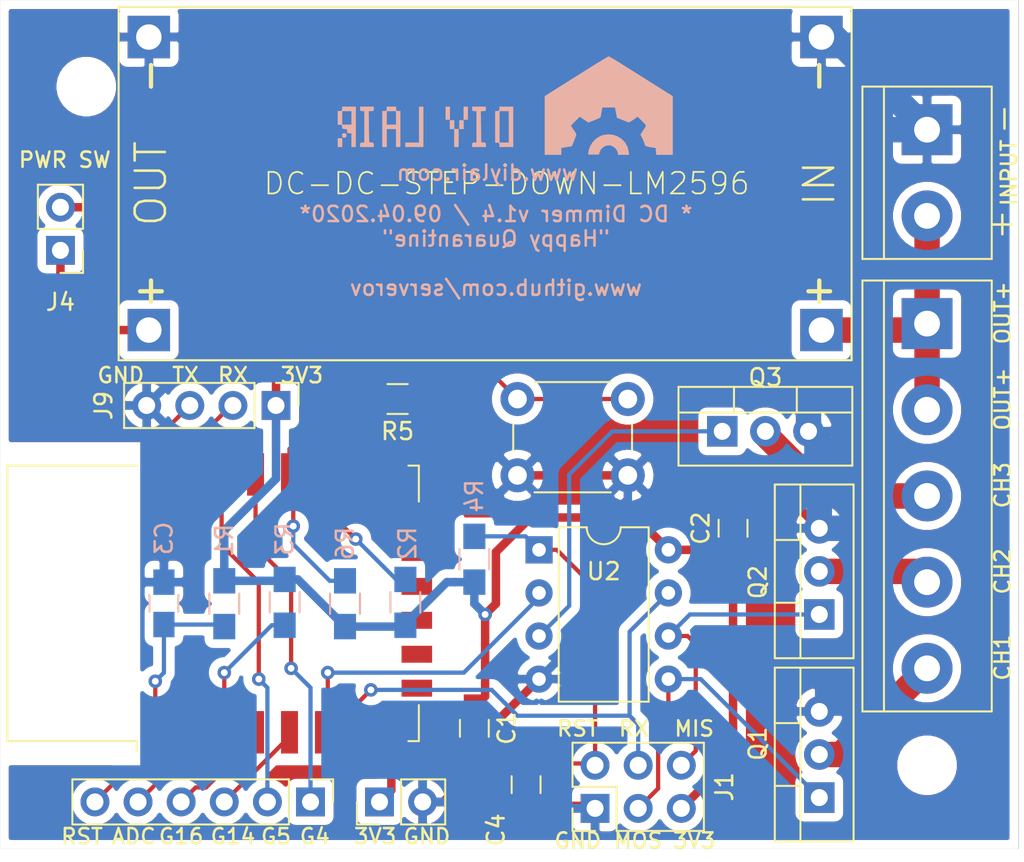
<source format=kicad_pcb>
(kicad_pcb (version 20171130) (host pcbnew "(5.1.5)-3")

  (general
    (thickness 1.6)
    (drawings 33)
    (tracks 213)
    (zones 0)
    (modules 27)
    (nets 32)
  )

  (page A4)
  (layers
    (0 F.Cu signal)
    (31 B.Cu signal)
    (32 B.Adhes user hide)
    (33 F.Adhes user hide)
    (34 B.Paste user hide)
    (35 F.Paste user hide)
    (36 B.SilkS user)
    (37 F.SilkS user)
    (38 B.Mask user hide)
    (39 F.Mask user hide)
    (40 Dwgs.User user hide)
    (41 Cmts.User user hide)
    (42 Eco1.User user hide)
    (43 Eco2.User user hide)
    (44 Edge.Cuts user)
    (45 Margin user hide)
    (46 B.CrtYd user hide)
    (47 F.CrtYd user hide)
    (48 B.Fab user hide)
    (49 F.Fab user)
  )

  (setup
    (last_trace_width 0.25)
    (user_trace_width 0.5)
    (user_trace_width 0.75)
    (user_trace_width 1)
    (user_trace_width 1.5)
    (trace_clearance 0.2)
    (zone_clearance 0.508)
    (zone_45_only no)
    (trace_min 0.2)
    (via_size 0.8)
    (via_drill 0.4)
    (via_min_size 0.4)
    (via_min_drill 0.3)
    (uvia_size 0.3)
    (uvia_drill 0.1)
    (uvias_allowed no)
    (uvia_min_size 0.2)
    (uvia_min_drill 0.1)
    (edge_width 0.05)
    (segment_width 0.2)
    (pcb_text_width 0.3)
    (pcb_text_size 1.5 1.5)
    (mod_edge_width 0.15)
    (mod_text_size 0.9 0.9)
    (mod_text_width 0.15)
    (pad_size 2.5 2.5)
    (pad_drill 2.5)
    (pad_to_mask_clearance 0.051)
    (solder_mask_min_width 0.25)
    (aux_axis_origin 0 0)
    (visible_elements 7FFFFF7F)
    (pcbplotparams
      (layerselection 0x010fc_ffffffff)
      (usegerberextensions false)
      (usegerberattributes false)
      (usegerberadvancedattributes false)
      (creategerberjobfile false)
      (excludeedgelayer true)
      (linewidth 0.100000)
      (plotframeref false)
      (viasonmask false)
      (mode 1)
      (useauxorigin false)
      (hpglpennumber 1)
      (hpglpenspeed 20)
      (hpglpendiameter 15.000000)
      (psnegative false)
      (psa4output false)
      (plotreference true)
      (plotvalue true)
      (plotinvisibletext false)
      (padsonsilk false)
      (subtractmaskfromsilk false)
      (outputformat 1)
      (mirror false)
      (drillshape 1)
      (scaleselection 1)
      (outputdirectory ""))
  )

  (net 0 "")
  (net 1 "Net-(U1-Pad9)")
  (net 2 "Net-(U1-Pad10)")
  (net 3 "Net-(U1-Pad11)")
  (net 4 "Net-(U1-Pad12)")
  (net 5 "Net-(U1-Pad13)")
  (net 6 "Net-(U1-Pad14)")
  (net 7 /E-RST)
  (net 8 /E-EN)
  (net 9 +3V3)
  (net 10 GND)
  (net 11 /E-GPIO2)
  (net 12 "Net-(DIY1-PadOUT+)")
  (net 13 /A-RST)
  (net 14 +24V)
  (net 15 /CH1\MOSI)
  (net 16 /RX\SCK)
  (net 17 /CH2\MISO)
  (net 18 /CH3)
  (net 19 /E-GPIO15)
  (net 20 /E-GPIO0)
  (net 21 /TX)
  (net 22 /E-GPIO3\RX)
  (net 23 /E-GPIO1\TX)
  (net 24 /ADC)
  (net 25 /E-GPIO4)
  (net 26 /E-GPIO5)
  (net 27 /E-GPIO14)
  (net 28 /E-GPIO16)
  (net 29 "Net-(J2-Pad3)")
  (net 30 "Net-(J2-Pad4)")
  (net 31 "Net-(J2-Pad5)")

  (net_class Default "This is the default net class."
    (clearance 0.2)
    (trace_width 0.25)
    (via_dia 0.8)
    (via_drill 0.4)
    (uvia_dia 0.3)
    (uvia_drill 0.1)
    (add_net +24V)
    (add_net +3V3)
    (add_net /A-RST)
    (add_net /ADC)
    (add_net /CH1\MOSI)
    (add_net /CH2\MISO)
    (add_net /CH3)
    (add_net /E-EN)
    (add_net /E-GPIO0)
    (add_net /E-GPIO14)
    (add_net /E-GPIO15)
    (add_net /E-GPIO16)
    (add_net /E-GPIO1\TX)
    (add_net /E-GPIO2)
    (add_net /E-GPIO3\RX)
    (add_net /E-GPIO4)
    (add_net /E-GPIO5)
    (add_net /E-RST)
    (add_net /RX\SCK)
    (add_net /TX)
    (add_net GND)
    (add_net "Net-(DIY1-PadOUT+)")
    (add_net "Net-(J2-Pad3)")
    (add_net "Net-(J2-Pad4)")
    (add_net "Net-(J2-Pad5)")
    (add_net "Net-(U1-Pad10)")
    (add_net "Net-(U1-Pad11)")
    (add_net "Net-(U1-Pad12)")
    (add_net "Net-(U1-Pad13)")
    (add_net "Net-(U1-Pad14)")
    (add_net "Net-(U1-Pad9)")
  )

  (module AZ:diylair22x7_Negative (layer B.Cu) (tedit 0) (tstamp 5E918466)
    (at 131.318 77.216 180)
    (fp_text reference G*** (at 0 0) (layer B.SilkS) hide
      (effects (font (size 1.524 1.524) (thickness 0.3)) (justify mirror))
    )
    (fp_text value LOGO (at 0.75 0) (layer B.SilkS) hide
      (effects (font (size 1.524 1.524) (thickness 0.3)) (justify mirror))
    )
    (fp_poly (pts (xy -6.088535 2.77221) (xy -5.979113 2.710576) (xy -5.816901 2.614704) (xy -5.611223 2.490196)
      (xy -5.371403 2.342657) (xy -5.106761 2.177692) (xy -5.021878 2.124355) (xy -4.699205 1.921208)
      (xy -4.351699 1.702405) (xy -3.999534 1.48065) (xy -3.662888 1.268649) (xy -3.361935 1.079105)
      (xy -3.164417 0.95469) (xy -2.370667 0.454669) (xy -2.370667 -3.005667) (xy -3.344334 -3.005667)
      (xy -3.344334 -2.598844) (xy -3.968748 -2.493924) (xy -4.054147 -2.273545) (xy -4.113455 -2.121901)
      (xy -4.169552 -1.980719) (xy -4.192969 -1.922875) (xy -4.217309 -1.850218) (xy -4.216196 -1.785994)
      (xy -4.182456 -1.707107) (xy -4.108917 -1.590461) (xy -4.073386 -1.537821) (xy -3.90038 -1.283059)
      (xy -4.16585 -1.019949) (xy -4.431319 -0.756839) (xy -4.681576 -0.928734) (xy -4.931834 -1.10063)
      (xy -5.207 -0.992748) (xy -5.361211 -0.932003) (xy -5.495672 -0.878541) (xy -5.577417 -0.845508)
      (xy -5.652309 -0.783144) (xy -5.672667 -0.722658) (xy -5.681353 -0.633401) (xy -5.703443 -0.500326)
      (xy -5.718508 -0.425417) (xy -5.76435 -0.211667) (xy -6.508578 -0.211667) (xy -6.566873 -0.51645)
      (xy -6.625167 -0.821233) (xy -6.879167 -0.918227) (xy -7.029443 -0.977724) (xy -7.160177 -1.033121)
      (xy -7.229174 -1.065503) (xy -7.287082 -1.086112) (xy -7.349943 -1.077933) (xy -7.43797 -1.033632)
      (xy -7.571376 -0.945878) (xy -7.58521 -0.936349) (xy -7.845239 -0.756914) (xy -8.092453 -1.001549)
      (xy -8.206719 -1.118657) (xy -8.293003 -1.214769) (xy -8.33691 -1.273579) (xy -8.339667 -1.281581)
      (xy -8.317428 -1.331962) (xy -8.259008 -1.430669) (xy -8.176858 -1.556719) (xy -8.173418 -1.561791)
      (xy -8.00717 -1.806604) (xy -8.131085 -2.052268) (xy -8.195776 -2.191803) (xy -8.240614 -2.310083)
      (xy -8.255 -2.374134) (xy -8.267222 -2.435875) (xy -8.313942 -2.480718) (xy -8.410244 -2.516036)
      (xy -8.571208 -2.549196) (xy -8.635352 -2.559987) (xy -8.911167 -2.60503) (xy -8.92407 -2.805348)
      (xy -8.936973 -3.005667) (xy -9.906 -3.005667) (xy -9.906 0.45131) (xy -8.773584 1.164793)
      (xy -8.450077 1.368601) (xy -8.109102 1.583381) (xy -7.768305 1.798021) (xy -7.445333 2.001406)
      (xy -7.157833 2.182423) (xy -6.923451 2.32996) (xy -6.913635 2.336138) (xy -6.690567 2.475026)
      (xy -6.490165 2.59697) (xy -6.323998 2.69516) (xy -6.203637 2.762785) (xy -6.140652 2.793034)
      (xy -6.135846 2.794) (xy -6.088535 2.77221)) (layer B.SilkS) (width 0.01))
    (fp_poly (pts (xy -5.830295 -1.835663) (xy -5.641271 -1.901361) (xy -5.402924 -2.047992) (xy -5.199801 -2.251946)
      (xy -5.046656 -2.493386) (xy -4.958241 -2.752472) (xy -4.945985 -2.836334) (xy -4.931834 -2.9845)
      (xy -5.561452 -2.9845) (xy -5.595507 -2.853075) (xy -5.680152 -2.679992) (xy -5.822003 -2.545268)
      (xy -5.999078 -2.461723) (xy -6.189394 -2.442176) (xy -6.273543 -2.457688) (xy -6.437686 -2.539104)
      (xy -6.575104 -2.669174) (xy -6.660599 -2.822124) (xy -6.671685 -2.864915) (xy -6.69809 -3.005667)
      (xy -7.334678 -3.005667) (xy -7.314207 -2.82405) (xy -7.242624 -2.537647) (xy -7.104174 -2.288579)
      (xy -6.910895 -2.083485) (xy -6.674828 -1.929006) (xy -6.408013 -1.831783) (xy -6.122489 -1.798455)
      (xy -5.830295 -1.835663)) (layer B.SilkS) (width 0.01))
    (fp_poly (pts (xy 0.296333 -0.296334) (xy 0.306822 -0.386288) (xy 0.356303 -0.419443) (xy 0.423333 -0.423334)
      (xy 0.550333 -0.423334) (xy 0.550333 -2.286) (xy 0.423333 -2.286) (xy 0.333379 -2.29649)
      (xy 0.300224 -2.34597) (xy 0.296333 -2.413) (xy 0.296333 -2.54) (xy -0.508 -2.54)
      (xy -0.508 -0.423334) (xy -0.254 -0.423334) (xy -0.254 -2.286) (xy 0.296333 -2.286)
      (xy 0.296333 -0.423334) (xy -0.254 -0.423334) (xy -0.508 -0.423334) (xy -0.508 -0.169334)
      (xy 0.296333 -0.169334) (xy 0.296333 -0.296334)) (layer B.SilkS) (width 0.01))
    (fp_poly (pts (xy 1.905 -0.296334) (xy 1.89451 -0.386288) (xy 1.84503 -0.419443) (xy 1.778 -0.423334)
      (xy 1.651 -0.423334) (xy 1.651 -2.286) (xy 1.778 -2.286) (xy 1.867954 -2.29649)
      (xy 1.901109 -2.34597) (xy 1.905 -2.413) (xy 1.905 -2.54) (xy 1.100666 -2.54)
      (xy 1.100666 -2.415682) (xy 1.11175 -2.328372) (xy 1.162424 -2.290048) (xy 1.23825 -2.278099)
      (xy 1.375833 -2.264834) (xy 1.398651 -0.423334) (xy 1.249658 -0.423334) (xy 1.149749 -0.416354)
      (xy 1.108624 -0.380858) (xy 1.100666 -0.296334) (xy 1.100666 -0.169334) (xy 1.905 -0.169334)
      (xy 1.905 -0.296334)) (layer B.SilkS) (width 0.01))
    (fp_poly (pts (xy 2.963333 -2.54) (xy 2.709333 -2.54) (xy 2.709333 -1.481667) (xy 2.963333 -1.481667)
      (xy 2.963333 -2.54)) (layer B.SilkS) (width 0.01))
    (fp_poly (pts (xy 2.963333 -0.973667) (xy 3.217333 -0.973667) (xy 3.217333 -1.481667) (xy 2.963333 -1.481667)
      (xy 2.963333 -0.973667)) (layer B.SilkS) (width 0.01))
    (fp_poly (pts (xy 5.037666 -2.286) (xy 5.842 -2.286) (xy 5.842 -2.54) (xy 4.783666 -2.54)
      (xy 4.783666 -0.169334) (xy 5.037666 -0.169334) (xy 5.037666 -2.286)) (layer B.SilkS) (width 0.01))
    (fp_poly (pts (xy 6.942666 -0.296334) (xy 6.953156 -0.386288) (xy 7.002636 -0.419443) (xy 7.069666 -0.423334)
      (xy 7.196666 -0.423334) (xy 7.196666 -2.54) (xy 6.942666 -2.54) (xy 6.942666 -1.481667)
      (xy 6.392333 -1.481667) (xy 6.392333 -2.54) (xy 6.138333 -2.54) (xy 6.138333 -0.423334)
      (xy 6.265333 -0.423334) (xy 6.392333 -0.423334) (xy 6.392333 -1.227667) (xy 6.942666 -1.227667)
      (xy 6.942666 -0.423334) (xy 6.392333 -0.423334) (xy 6.265333 -0.423334) (xy 6.355287 -0.412844)
      (xy 6.388442 -0.363364) (xy 6.392333 -0.296334) (xy 6.392333 -0.169334) (xy 6.942666 -0.169334)
      (xy 6.942666 -0.296334)) (layer B.SilkS) (width 0.01))
    (fp_poly (pts (xy 8.509 -0.296334) (xy 8.49851 -0.386288) (xy 8.44903 -0.419443) (xy 8.382 -0.423334)
      (xy 8.255 -0.423334) (xy 8.255 -2.286) (xy 8.382 -2.286) (xy 8.471954 -2.29649)
      (xy 8.505109 -2.34597) (xy 8.509 -2.413) (xy 8.509 -2.54) (xy 7.704666 -2.54)
      (xy 7.704666 -2.415682) (xy 7.71575 -2.328372) (xy 7.766424 -2.290048) (xy 7.84225 -2.278099)
      (xy 7.979833 -2.264834) (xy 8.002651 -0.423334) (xy 7.853658 -0.423334) (xy 7.753749 -0.416354)
      (xy 7.712624 -0.380858) (xy 7.704666 -0.296334) (xy 7.704666 -0.169334) (xy 8.509 -0.169334)
      (xy 8.509 -0.296334)) (layer B.SilkS) (width 0.01))
    (fp_poly (pts (xy 9.567333 -0.296334) (xy 9.577822 -0.386288) (xy 9.627303 -0.419443) (xy 9.694333 -0.423334)
      (xy 9.821333 -0.423334) (xy 9.821333 -1.227667) (xy 9.694333 -1.227667) (xy 9.604379 -1.238156)
      (xy 9.571224 -1.287637) (xy 9.567333 -1.354667) (xy 9.559073 -1.439993) (xy 9.517178 -1.474991)
      (xy 9.419166 -1.481667) (xy 9.319619 -1.488747) (xy 9.278788 -1.524657) (xy 9.271 -1.608667)
      (xy 9.26051 -1.698621) (xy 9.21103 -1.731776) (xy 9.144 -1.735667) (xy 9.017 -1.735667)
      (xy 9.017 -2.54) (xy 8.763 -2.54) (xy 8.763 -0.423334) (xy 9.017 -0.423334)
      (xy 9.017 -1.227667) (xy 9.567333 -1.227667) (xy 9.567333 -0.423334) (xy 9.017 -0.423334)
      (xy 8.763 -0.423334) (xy 8.763 -0.169334) (xy 9.567333 -0.169334) (xy 9.567333 -0.296334)) (layer B.SilkS) (width 0.01))
    (fp_poly (pts (xy 9.821333 -2.54) (xy 9.567333 -2.54) (xy 9.567333 -2.032) (xy 9.821333 -2.032)
      (xy 9.821333 -2.54)) (layer B.SilkS) (width 0.01))
    (fp_poly (pts (xy 9.530287 -1.746156) (xy 9.563442 -1.795637) (xy 9.567333 -1.862667) (xy 9.556843 -1.952621)
      (xy 9.507363 -1.985776) (xy 9.440333 -1.989667) (xy 9.350379 -1.979177) (xy 9.317224 -1.929697)
      (xy 9.313333 -1.862667) (xy 9.323822 -1.772713) (xy 9.373303 -1.739558) (xy 9.440333 -1.735667)
      (xy 9.530287 -1.746156)) (layer B.SilkS) (width 0.01))
    (fp_poly (pts (xy 2.667 -1.481667) (xy 2.413 -1.481667) (xy 2.413 -0.973667) (xy 2.667 -0.973667)
      (xy 2.667 -1.481667)) (layer B.SilkS) (width 0.01))
    (fp_poly (pts (xy 2.413 -0.931334) (xy 2.159 -0.931334) (xy 2.159 -0.169334) (xy 2.413 -0.169334)
      (xy 2.413 -0.931334)) (layer B.SilkS) (width 0.01))
    (fp_poly (pts (xy 3.471333 -0.931334) (xy 3.217333 -0.931334) (xy 3.217333 -0.169334) (xy 3.471333 -0.169334)
      (xy 3.471333 -0.931334)) (layer B.SilkS) (width 0.01))
  )

  (module Resistors_SMD:R_0805_HandSoldering (layer B.Cu) (tedit 58E0A804) (tstamp 5E8EF546)
    (at 129.54 104.06 90)
    (descr "Resistor SMD 0805, hand soldering")
    (tags "resistor 0805")
    (path /5E90B06E)
    (attr smd)
    (fp_text reference R4 (at 3.73 0 90) (layer B.SilkS)
      (effects (font (size 1 1) (thickness 0.15)) (justify mirror))
    )
    (fp_text value 10K (at 0 -1.75 90) (layer B.Fab) hide
      (effects (font (size 1 1) (thickness 0.15)) (justify mirror))
    )
    (fp_text user %R (at 0 0 90) (layer B.Fab)
      (effects (font (size 0.5 0.5) (thickness 0.075)) (justify mirror))
    )
    (fp_line (start -1 -0.62) (end -1 0.62) (layer B.Fab) (width 0.1))
    (fp_line (start 1 -0.62) (end -1 -0.62) (layer B.Fab) (width 0.1))
    (fp_line (start 1 0.62) (end 1 -0.62) (layer B.Fab) (width 0.1))
    (fp_line (start -1 0.62) (end 1 0.62) (layer B.Fab) (width 0.1))
    (fp_line (start 0.6 -0.88) (end -0.6 -0.88) (layer B.SilkS) (width 0.12))
    (fp_line (start -0.6 0.88) (end 0.6 0.88) (layer B.SilkS) (width 0.12))
    (fp_line (start -2.35 0.9) (end 2.35 0.9) (layer B.CrtYd) (width 0.05))
    (fp_line (start -2.35 0.9) (end -2.35 -0.9) (layer B.CrtYd) (width 0.05))
    (fp_line (start 2.35 -0.9) (end 2.35 0.9) (layer B.CrtYd) (width 0.05))
    (fp_line (start 2.35 -0.9) (end -2.35 -0.9) (layer B.CrtYd) (width 0.05))
    (pad 1 smd rect (at -1.35 0 90) (size 1.5 1.3) (layers B.Cu B.Paste B.Mask)
      (net 9 +3V3))
    (pad 2 smd rect (at 1.35 0 90) (size 1.5 1.3) (layers B.Cu B.Paste B.Mask)
      (net 13 /A-RST))
    (model ${KISYS3DMOD}/Resistors_SMD.3dshapes/R_0805.wrl
      (at (xyz 0 0 0))
      (scale (xyz 1 1 1))
      (rotate (xyz 0 0 0))
    )
  )

  (module Buttons_Switches_THT:SW_PUSH_6mm (layer F.Cu) (tedit 5923F252) (tstamp 5E8EF5B4)
    (at 132.08 94.615)
    (descr https://www.omron.com/ecb/products/pdf/en-b3f.pdf)
    (tags "tact sw push 6mm")
    (path /5E94EC21)
    (fp_text reference SW1 (at 8.89 2.54 270) (layer F.SilkS) hide
      (effects (font (size 1 1) (thickness 0.15)))
    )
    (fp_text value SW_Push (at 3.75 6.7) (layer F.Fab) hide
      (effects (font (size 1 1) (thickness 0.15)))
    )
    (fp_text user %R (at 0.404 -0.193) (layer F.Fab)
      (effects (font (size 1 1) (thickness 0.15)))
    )
    (fp_line (start 3.25 -0.75) (end 6.25 -0.75) (layer F.Fab) (width 0.1))
    (fp_line (start 6.25 -0.75) (end 6.25 5.25) (layer F.Fab) (width 0.1))
    (fp_line (start 6.25 5.25) (end 0.25 5.25) (layer F.Fab) (width 0.1))
    (fp_line (start 0.25 5.25) (end 0.25 -0.75) (layer F.Fab) (width 0.1))
    (fp_line (start 0.25 -0.75) (end 3.25 -0.75) (layer F.Fab) (width 0.1))
    (fp_line (start 7.75 6) (end 8 6) (layer F.CrtYd) (width 0.05))
    (fp_line (start 8 6) (end 8 5.75) (layer F.CrtYd) (width 0.05))
    (fp_line (start 7.75 -1.5) (end 8 -1.5) (layer F.CrtYd) (width 0.05))
    (fp_line (start 8 -1.5) (end 8 -1.25) (layer F.CrtYd) (width 0.05))
    (fp_line (start -1.5 -1.25) (end -1.5 -1.5) (layer F.CrtYd) (width 0.05))
    (fp_line (start -1.5 -1.5) (end -1.25 -1.5) (layer F.CrtYd) (width 0.05))
    (fp_line (start -1.5 5.75) (end -1.5 6) (layer F.CrtYd) (width 0.05))
    (fp_line (start -1.5 6) (end -1.25 6) (layer F.CrtYd) (width 0.05))
    (fp_line (start -1.25 -1.5) (end 7.75 -1.5) (layer F.CrtYd) (width 0.05))
    (fp_line (start -1.5 5.75) (end -1.5 -1.25) (layer F.CrtYd) (width 0.05))
    (fp_line (start 7.75 6) (end -1.25 6) (layer F.CrtYd) (width 0.05))
    (fp_line (start 8 -1.25) (end 8 5.75) (layer F.CrtYd) (width 0.05))
    (fp_line (start 1 5.5) (end 5.5 5.5) (layer F.SilkS) (width 0.12))
    (fp_line (start -0.25 1.5) (end -0.25 3) (layer F.SilkS) (width 0.12))
    (fp_line (start 5.5 -1) (end 1 -1) (layer F.SilkS) (width 0.12))
    (fp_line (start 6.75 3) (end 6.75 1.5) (layer F.SilkS) (width 0.12))
    (fp_circle (center 3.25 2.25) (end 1.25 2.5) (layer F.Fab) (width 0.1))
    (pad 2 thru_hole circle (at 0 4.5 90) (size 2 2) (drill 1.1) (layers *.Cu *.Mask)
      (net 10 GND))
    (pad 1 thru_hole circle (at 0 0 90) (size 2 2) (drill 1.1) (layers *.Cu *.Mask)
      (net 20 /E-GPIO0))
    (pad 2 thru_hole circle (at 6.5 4.5 90) (size 2 2) (drill 1.1) (layers *.Cu *.Mask)
      (net 10 GND))
    (pad 1 thru_hole circle (at 6.5 0 90) (size 2 2) (drill 1.1) (layers *.Cu *.Mask)
      (net 20 /E-GPIO0))
    (model ${KISYS3DMOD}/Buttons_Switches_THT.3dshapes/SW_PUSH_6mm.wrl
      (offset (xyz 0.1269999980926514 0 0))
      (scale (xyz 0.3937 0.3937 0.3937))
      (rotate (xyz 0 0 0))
    )
  )

  (module Housings_DIP:DIP-8_W7.62mm (layer F.Cu) (tedit 59C78D6B) (tstamp 5E8EF1E2)
    (at 133.35 103.505)
    (descr "8-lead though-hole mounted DIP package, row spacing 7.62 mm (300 mils)")
    (tags "THT DIP DIL PDIP 2.54mm 7.62mm 300mil")
    (path /5E8F27AE)
    (fp_text reference U2 (at 3.81 1.27) (layer F.SilkS)
      (effects (font (size 1 1) (thickness 0.15)))
    )
    (fp_text value ATtiny85-20PU (at 3.81 9.95) (layer F.Fab) hide
      (effects (font (size 1 1) (thickness 0.15)))
    )
    (fp_arc (start 3.81 -1.33) (end 2.81 -1.33) (angle -180) (layer F.SilkS) (width 0.12))
    (fp_line (start 1.635 -1.27) (end 6.985 -1.27) (layer F.Fab) (width 0.1))
    (fp_line (start 6.985 -1.27) (end 6.985 8.89) (layer F.Fab) (width 0.1))
    (fp_line (start 6.985 8.89) (end 0.635 8.89) (layer F.Fab) (width 0.1))
    (fp_line (start 0.635 8.89) (end 0.635 -0.27) (layer F.Fab) (width 0.1))
    (fp_line (start 0.635 -0.27) (end 1.635 -1.27) (layer F.Fab) (width 0.1))
    (fp_line (start 2.81 -1.33) (end 1.16 -1.33) (layer F.SilkS) (width 0.12))
    (fp_line (start 1.16 -1.33) (end 1.16 8.95) (layer F.SilkS) (width 0.12))
    (fp_line (start 1.16 8.95) (end 6.46 8.95) (layer F.SilkS) (width 0.12))
    (fp_line (start 6.46 8.95) (end 6.46 -1.33) (layer F.SilkS) (width 0.12))
    (fp_line (start 6.46 -1.33) (end 4.81 -1.33) (layer F.SilkS) (width 0.12))
    (fp_line (start -1.1 -1.55) (end -1.1 9.15) (layer F.CrtYd) (width 0.05))
    (fp_line (start -1.1 9.15) (end 8.7 9.15) (layer F.CrtYd) (width 0.05))
    (fp_line (start 8.7 9.15) (end 8.7 -1.55) (layer F.CrtYd) (width 0.05))
    (fp_line (start 8.7 -1.55) (end -1.1 -1.55) (layer F.CrtYd) (width 0.05))
    (fp_text user %R (at 3.81 3.81) (layer F.Fab) hide
      (effects (font (size 1 1) (thickness 0.15)))
    )
    (pad 1 thru_hole rect (at 0 0) (size 1.6 1.6) (drill 0.8) (layers *.Cu *.Mask)
      (net 13 /A-RST))
    (pad 5 thru_hole oval (at 7.62 7.62) (size 1.6 1.6) (drill 0.8) (layers *.Cu *.Mask)
      (net 15 /CH1\MOSI))
    (pad 2 thru_hole oval (at 0 2.54) (size 1.6 1.6) (drill 0.8) (layers *.Cu *.Mask)
      (net 21 /TX))
    (pad 6 thru_hole oval (at 7.62 5.08) (size 1.6 1.6) (drill 0.8) (layers *.Cu *.Mask)
      (net 17 /CH2\MISO))
    (pad 3 thru_hole oval (at 0 5.08) (size 1.6 1.6) (drill 0.8) (layers *.Cu *.Mask)
      (net 18 /CH3))
    (pad 7 thru_hole oval (at 7.62 2.54) (size 1.6 1.6) (drill 0.8) (layers *.Cu *.Mask)
      (net 16 /RX\SCK))
    (pad 4 thru_hole oval (at 0 7.62) (size 1.6 1.6) (drill 0.8) (layers *.Cu *.Mask)
      (net 10 GND))
    (pad 8 thru_hole oval (at 7.62 0) (size 1.6 1.6) (drill 0.8) (layers *.Cu *.Mask)
      (net 9 +3V3))
    (model ${KISYS3DMOD}/Housings_DIP.3dshapes/DIP-8_W7.62mm.wrl
      (at (xyz 0 0 0))
      (scale (xyz 1 1 1))
      (rotate (xyz 0 0 0))
    )
  )

  (module TO_SOT_Packages_THT:TO-220-3_Vertical (layer F.Cu) (tedit 58CE52AD) (tstamp 5E8EF342)
    (at 144.145 96.52)
    (descr "TO-220-3, Vertical, RM 2.54mm")
    (tags "TO-220-3 Vertical RM 2.54mm")
    (path /5E8E05AA)
    (fp_text reference Q3 (at 2.54 -3.175) (layer F.SilkS)
      (effects (font (size 1 1) (thickness 0.15)))
    )
    (fp_text value IRLB8721PBF (at 2.54 3.92) (layer F.Fab) hide
      (effects (font (size 1 1) (thickness 0.15)))
    )
    (fp_text user %R (at 2.54 -3.62) (layer F.Fab)
      (effects (font (size 1 1) (thickness 0.15)))
    )
    (fp_line (start -2.46 -2.5) (end -2.46 1.9) (layer F.Fab) (width 0.1))
    (fp_line (start -2.46 1.9) (end 7.54 1.9) (layer F.Fab) (width 0.1))
    (fp_line (start 7.54 1.9) (end 7.54 -2.5) (layer F.Fab) (width 0.1))
    (fp_line (start 7.54 -2.5) (end -2.46 -2.5) (layer F.Fab) (width 0.1))
    (fp_line (start -2.46 -1.23) (end 7.54 -1.23) (layer F.Fab) (width 0.1))
    (fp_line (start 0.69 -2.5) (end 0.69 -1.23) (layer F.Fab) (width 0.1))
    (fp_line (start 4.39 -2.5) (end 4.39 -1.23) (layer F.Fab) (width 0.1))
    (fp_line (start -2.58 -2.62) (end 7.66 -2.62) (layer F.SilkS) (width 0.12))
    (fp_line (start -2.58 2.021) (end 7.66 2.021) (layer F.SilkS) (width 0.12))
    (fp_line (start -2.58 -2.62) (end -2.58 2.021) (layer F.SilkS) (width 0.12))
    (fp_line (start 7.66 -2.62) (end 7.66 2.021) (layer F.SilkS) (width 0.12))
    (fp_line (start -2.58 -1.11) (end 7.66 -1.11) (layer F.SilkS) (width 0.12))
    (fp_line (start 0.69 -2.62) (end 0.69 -1.11) (layer F.SilkS) (width 0.12))
    (fp_line (start 4.391 -2.62) (end 4.391 -1.11) (layer F.SilkS) (width 0.12))
    (fp_line (start -2.71 -2.75) (end -2.71 2.16) (layer F.CrtYd) (width 0.05))
    (fp_line (start -2.71 2.16) (end 7.79 2.16) (layer F.CrtYd) (width 0.05))
    (fp_line (start 7.79 2.16) (end 7.79 -2.75) (layer F.CrtYd) (width 0.05))
    (fp_line (start 7.79 -2.75) (end -2.71 -2.75) (layer F.CrtYd) (width 0.05))
    (pad 1 thru_hole rect (at 0 0) (size 1.8 1.8) (drill 1) (layers *.Cu *.Mask)
      (net 18 /CH3))
    (pad 2 thru_hole oval (at 2.54 0) (size 1.8 1.8) (drill 1) (layers *.Cu *.Mask)
      (net 29 "Net-(J2-Pad3)"))
    (pad 3 thru_hole oval (at 5.08 0) (size 1.8 1.8) (drill 1) (layers *.Cu *.Mask)
      (net 10 GND))
    (model ${KISYS3DMOD}/TO_SOT_Packages_THT.3dshapes/TO-220-3_Vertical.wrl
      (offset (xyz 2.539999961853027 0 0))
      (scale (xyz 0.393701 0.393701 0.393701))
      (rotate (xyz 0 0 0))
    )
  )

  (module Connectors_Terminal_Blocks:TerminalBlock_bornier-5_P5.08mm (layer F.Cu) (tedit 59FF03DE) (tstamp 5E8F19A5)
    (at 156.21 90.17 270)
    (descr "simple 5-pin terminal block, pitch 5.08mm, revamped version of bornier5")
    (tags "terminal block bornier5")
    (path /5E951B1F)
    (fp_text reference J2 (at 10.16 -4.55 90) (layer F.SilkS) hide
      (effects (font (size 1 1) (thickness 0.15)))
    )
    (fp_text value Screw_Terminal_01x05 (at 10.15 4.6 90) (layer F.Fab) hide
      (effects (font (size 1 1) (thickness 0.15)))
    )
    (fp_text user %R (at 10.16 0 90) (layer F.Fab)
      (effects (font (size 1 1) (thickness 0.15)))
    )
    (fp_line (start -2.49 2.55) (end 22.81 2.55) (layer F.Fab) (width 0.1))
    (fp_line (start -2.49 -3.75) (end -2.49 3.75) (layer F.Fab) (width 0.1))
    (fp_line (start -2.49 3.75) (end 22.81 3.75) (layer F.Fab) (width 0.1))
    (fp_line (start 22.81 3.75) (end 22.81 -3.75) (layer F.Fab) (width 0.1))
    (fp_line (start 22.81 -3.75) (end -2.49 -3.75) (layer F.Fab) (width 0.1))
    (fp_line (start -2.54 3.81) (end 22.86 3.81) (layer F.SilkS) (width 0.12))
    (fp_line (start -2.54 2.54) (end 22.86 2.54) (layer F.SilkS) (width 0.12))
    (fp_line (start -2.54 -3.81) (end 22.86 -3.81) (layer F.SilkS) (width 0.12))
    (fp_line (start 22.86 -3.81) (end 22.86 3.81) (layer F.SilkS) (width 0.12))
    (fp_line (start -2.54 -3.81) (end -2.54 3.81) (layer F.SilkS) (width 0.12))
    (fp_line (start -2.74 -4) (end 23.06 -4) (layer F.CrtYd) (width 0.05))
    (fp_line (start -2.74 -4) (end -2.74 4) (layer F.CrtYd) (width 0.05))
    (fp_line (start 23.06 4) (end 23.06 -4) (layer F.CrtYd) (width 0.05))
    (fp_line (start 23.06 4) (end -2.74 4) (layer F.CrtYd) (width 0.05))
    (pad 2 thru_hole circle (at 5.08 0 270) (size 3 3) (drill 1.52) (layers *.Cu *.Mask)
      (net 14 +24V))
    (pad 3 thru_hole circle (at 10.16 0 270) (size 3 3) (drill 1.52) (layers *.Cu *.Mask)
      (net 29 "Net-(J2-Pad3)"))
    (pad 1 thru_hole rect (at 0 0 270) (size 3 3) (drill 1.52) (layers *.Cu *.Mask)
      (net 14 +24V))
    (pad 4 thru_hole circle (at 15.24 0 270) (size 3 3) (drill 1.52) (layers *.Cu *.Mask)
      (net 30 "Net-(J2-Pad4)"))
    (pad 5 thru_hole circle (at 20.32 0 270) (size 3 3) (drill 1.52) (layers *.Cu *.Mask)
      (net 31 "Net-(J2-Pad5)"))
    (model ${KISYS3DMOD}/Terminal_Blocks.3dshapes/TerminalBlock_bornier-5_P5.08mm.wrl
      (offset (xyz 10.15999984741211 0 0))
      (scale (xyz 1 1 1))
      (rotate (xyz 0 0 0))
    )
  )

  (module Connectors_Terminal_Blocks:TerminalBlock_bornier-2_P5.08mm (layer F.Cu) (tedit 59FF03AB) (tstamp 5E8EE2D8)
    (at 156.21 78.74 270)
    (descr "simple 2-pin terminal block, pitch 5.08mm, revamped version of bornier2")
    (tags "terminal block bornier2")
    (path /5E8D5EC4)
    (fp_text reference J3 (at 2.286 -4.572 90) (layer F.SilkS) hide
      (effects (font (size 1 1) (thickness 0.15)))
    )
    (fp_text value "DC IN" (at 2.54 5.08 90) (layer F.Fab)
      (effects (font (size 1 1) (thickness 0.15)))
    )
    (fp_text user %R (at 2.54 0 90) (layer F.Fab)
      (effects (font (size 1 1) (thickness 0.15)))
    )
    (fp_line (start -2.41 2.55) (end 7.49 2.55) (layer F.Fab) (width 0.1))
    (fp_line (start -2.46 -3.75) (end -2.46 3.75) (layer F.Fab) (width 0.1))
    (fp_line (start -2.46 3.75) (end 7.54 3.75) (layer F.Fab) (width 0.1))
    (fp_line (start 7.54 3.75) (end 7.54 -3.75) (layer F.Fab) (width 0.1))
    (fp_line (start 7.54 -3.75) (end -2.46 -3.75) (layer F.Fab) (width 0.1))
    (fp_line (start 7.62 2.54) (end -2.54 2.54) (layer F.SilkS) (width 0.12))
    (fp_line (start 7.62 3.81) (end 7.62 -3.81) (layer F.SilkS) (width 0.12))
    (fp_line (start 7.62 -3.81) (end -2.54 -3.81) (layer F.SilkS) (width 0.12))
    (fp_line (start -2.54 -3.81) (end -2.54 3.81) (layer F.SilkS) (width 0.12))
    (fp_line (start -2.54 3.81) (end 7.62 3.81) (layer F.SilkS) (width 0.12))
    (fp_line (start -2.71 -4) (end 7.79 -4) (layer F.CrtYd) (width 0.05))
    (fp_line (start -2.71 -4) (end -2.71 4) (layer F.CrtYd) (width 0.05))
    (fp_line (start 7.79 4) (end 7.79 -4) (layer F.CrtYd) (width 0.05))
    (fp_line (start 7.79 4) (end -2.71 4) (layer F.CrtYd) (width 0.05))
    (pad 1 thru_hole rect (at 0 0 270) (size 3 3) (drill 1.52) (layers *.Cu *.Mask)
      (net 10 GND))
    (pad 2 thru_hole circle (at 5.08 0 270) (size 3 3) (drill 1.52) (layers *.Cu *.Mask)
      (net 14 +24V))
    (model ${KISYS3DMOD}/Terminal_Blocks.3dshapes/TerminalBlock_bornier-2_P5.08mm.wrl
      (offset (xyz 2.539999961853027 0 0))
      (scale (xyz 1 1 1))
      (rotate (xyz 0 0 0))
    )
  )

  (module Mounting_Holes:MountingHole_2.5mm (layer F.Cu) (tedit 56D1B4CB) (tstamp 5E8EF4DA)
    (at 156.21 116.205)
    (descr "Mounting Hole 2.5mm, no annular")
    (tags "mounting hole 2.5mm no annular")
    (attr virtual)
    (fp_text reference REF** (at 0 -3.5) (layer F.SilkS) hide
      (effects (font (size 1 1) (thickness 0.15)))
    )
    (fp_text value MountingHole_2.5mm (at 0 3.5) (layer F.Fab) hide
      (effects (font (size 1 1) (thickness 0.15)))
    )
    (fp_text user %R (at 0.3 0) (layer F.Fab) hide
      (effects (font (size 1 1) (thickness 0.15)))
    )
    (fp_circle (center 0 0) (end 2.5 0) (layer Cmts.User) (width 0.15))
    (fp_circle (center 0 0) (end 2.75 0) (layer F.CrtYd) (width 0.05))
    (pad 1 np_thru_hole circle (at 0 0) (size 2.5 2.5) (drill 2.5) (layers *.Cu *.Mask))
  )

  (module Mounting_Holes:MountingHole_2.5mm (layer F.Cu) (tedit 5E8E1C3E) (tstamp 5E8E9684)
    (at 106.68 76.2)
    (descr "Mounting Hole 2.5mm, no annular")
    (tags "mounting hole 2.5mm no annular")
    (attr virtual)
    (fp_text reference REF** (at 0 -3.5) (layer F.SilkS) hide
      (effects (font (size 1 1) (thickness 0.15)))
    )
    (fp_text value MountingHole_2.5mm (at 0 3.5) (layer F.Fab) hide
      (effects (font (size 1 1) (thickness 0.15)))
    )
    (fp_text user %R (at 0.3 0) (layer F.Fab) hide
      (effects (font (size 1 1) (thickness 0.15)))
    )
    (fp_circle (center 0 0) (end 2.5 0) (layer Cmts.User) (width 0.15))
    (fp_circle (center 0 0) (end 2.75 0) (layer F.CrtYd) (width 0.05))
    (pad "" np_thru_hole circle (at 0 0) (size 2.5 2.5) (drill 2.5) (layers *.Cu *.Mask))
  )

  (module diy-modules:diy-modules-DC-DC-STEP-DOWN-LM2596NOHOLE (layer F.Cu) (tedit 5E8DD9C3) (tstamp 5E90E3D3)
    (at 130.175 81.915 180)
    (descr "DC/DC STEP-DOWN REGULATOR BASED ON LM2596-ADJ CHIP")
    (tags "DC/DC STEP-DOWN REGULATOR BASED ON LM2596-ADJ CHIP")
    (path /5E8D53A7)
    (attr virtual)
    (fp_text reference DIY1 (at 0 -12.065 180) (layer F.SilkS) hide
      (effects (font (size 1.27 1.27) (thickness 0.1016)))
    )
    (fp_text value DC-DC-STEP-DOWN-LM2596 (at -1.27 0 180) (layer F.SilkS)
      (effects (font (size 1.27 1.27) (thickness 0.1016)))
    )
    (fp_text user OUT (at 19.685 0 270) (layer F.SilkS)
      (effects (font (size 1.778 1.778) (thickness 0.1524)))
    )
    (fp_text user IN (at -19.685 0 270) (layer F.SilkS)
      (effects (font (size 1.778 1.778) (thickness 0.1524)))
    )
    (fp_line (start -20.32 -6.35) (end -19.05 -6.35) (layer F.SilkS) (width 0.254))
    (fp_line (start -19.685 -6.985) (end -19.685 -5.715) (layer F.SilkS) (width 0.254))
    (fp_line (start 19.685 6.985) (end 19.685 5.715) (layer F.SilkS) (width 0.254))
    (fp_line (start -19.685 6.985) (end -19.685 5.715) (layer F.SilkS) (width 0.254))
    (fp_line (start 19.05 -6.35) (end 20.32 -6.35) (layer F.SilkS) (width 0.254))
    (fp_line (start 19.685 -6.985) (end 19.685 -5.715) (layer F.SilkS) (width 0.254))
    (fp_line (start -21.59 10.414) (end -21.59 -10.414) (layer F.SilkS) (width 0.127))
    (fp_line (start 21.59 10.414) (end -21.59 10.414) (layer F.SilkS) (width 0.127))
    (fp_line (start 21.59 -10.414) (end 21.59 10.414) (layer F.SilkS) (width 0.127))
    (fp_line (start -21.59 -10.414) (end 21.59 -10.414) (layer F.SilkS) (width 0.127))
    (pad OUT- thru_hole rect (at 19.812 8.636 180) (size 2.49936 2.49936) (drill 1.4986) (layers *.Cu *.Paste *.Mask)
      (net 10 GND))
    (pad OUT+ thru_hole rect (at 19.812 -8.636 180) (size 2.49936 2.49936) (drill 1.4986) (layers *.Cu *.Paste *.Mask)
      (net 12 "Net-(DIY1-PadOUT+)"))
    (pad IN- thru_hole rect (at -19.812 8.636 180) (size 2.49936 2.49936) (drill 1.4986) (layers *.Cu *.Paste *.Mask)
      (net 10 GND))
    (pad IN+ thru_hole rect (at -19.812 -8.636 180) (size 2.49936 2.49936) (drill 1.4986) (layers *.Cu *.Paste *.Mask)
      (net 14 +24V))
  )

  (module Pin_Headers:Pin_Header_Straight_1x06_Pitch2.54mm (layer F.Cu) (tedit 59650532) (tstamp 5E8EF639)
    (at 119.888 118.364 270)
    (descr "Through hole straight pin header, 1x06, 2.54mm pitch, single row")
    (tags "Through hole pin header THT 1x06 2.54mm single row")
    (path /5E9FFF6A)
    (fp_text reference J10 (at -0.635 15.875 180) (layer F.SilkS) hide
      (effects (font (size 1 1) (thickness 0.15)))
    )
    (fp_text value Conn_01x06 (at 0 15.03 90) (layer F.Fab) hide
      (effects (font (size 1 1) (thickness 0.15)))
    )
    (fp_line (start -0.635 -1.27) (end 1.27 -1.27) (layer F.Fab) (width 0.1))
    (fp_line (start 1.27 -1.27) (end 1.27 13.97) (layer F.Fab) (width 0.1))
    (fp_line (start 1.27 13.97) (end -1.27 13.97) (layer F.Fab) (width 0.1))
    (fp_line (start -1.27 13.97) (end -1.27 -0.635) (layer F.Fab) (width 0.1))
    (fp_line (start -1.27 -0.635) (end -0.635 -1.27) (layer F.Fab) (width 0.1))
    (fp_line (start -1.33 14.03) (end 1.33 14.03) (layer F.SilkS) (width 0.12))
    (fp_line (start -1.33 1.27) (end -1.33 14.03) (layer F.SilkS) (width 0.12))
    (fp_line (start 1.33 1.27) (end 1.33 14.03) (layer F.SilkS) (width 0.12))
    (fp_line (start -1.33 1.27) (end 1.33 1.27) (layer F.SilkS) (width 0.12))
    (fp_line (start -1.33 0) (end -1.33 -1.33) (layer F.SilkS) (width 0.12))
    (fp_line (start -1.33 -1.33) (end 0 -1.33) (layer F.SilkS) (width 0.12))
    (fp_line (start -1.8 -1.8) (end -1.8 14.5) (layer F.CrtYd) (width 0.05))
    (fp_line (start -1.8 14.5) (end 1.8 14.5) (layer F.CrtYd) (width 0.05))
    (fp_line (start 1.8 14.5) (end 1.8 -1.8) (layer F.CrtYd) (width 0.05))
    (fp_line (start 1.8 -1.8) (end -1.8 -1.8) (layer F.CrtYd) (width 0.05))
    (fp_text user %R (at 0 6.35) (layer F.Fab)
      (effects (font (size 1 1) (thickness 0.15)))
    )
    (pad 1 thru_hole rect (at 0 0 270) (size 1.7 1.7) (drill 1) (layers *.Cu *.Mask)
      (net 25 /E-GPIO4))
    (pad 2 thru_hole oval (at 0 2.54 270) (size 1.7 1.7) (drill 1) (layers *.Cu *.Mask)
      (net 26 /E-GPIO5))
    (pad 3 thru_hole oval (at 0 5.08 270) (size 1.7 1.7) (drill 1) (layers *.Cu *.Mask)
      (net 27 /E-GPIO14))
    (pad 4 thru_hole oval (at 0 7.62 270) (size 1.7 1.7) (drill 1) (layers *.Cu *.Mask)
      (net 28 /E-GPIO16))
    (pad 5 thru_hole oval (at 0 10.16 270) (size 1.7 1.7) (drill 1) (layers *.Cu *.Mask)
      (net 24 /ADC))
    (pad 6 thru_hole oval (at 0 12.7 270) (size 1.7 1.7) (drill 1) (layers *.Cu *.Mask)
      (net 7 /E-RST))
    (model ${KISYS3DMOD}/Pin_Headers.3dshapes/Pin_Header_Straight_1x06_Pitch2.54mm.wrl
      (at (xyz 0 0 0))
      (scale (xyz 1 1 1))
      (rotate (xyz 0 0 0))
    )
  )

  (module Pin_Headers:Pin_Header_Straight_1x04_Pitch2.54mm (layer F.Cu) (tedit 59650532) (tstamp 5E8EF508)
    (at 117.856 94.996 270)
    (descr "Through hole straight pin header, 1x04, 2.54mm pitch, single row")
    (tags "Through hole pin header THT 1x04 2.54mm single row")
    (path /5E987F48)
    (fp_text reference J9 (at 0 10.16 90) (layer F.SilkS)
      (effects (font (size 1 1) (thickness 0.15)))
    )
    (fp_text value Conn_01x04 (at 0 9.95 90) (layer F.Fab) hide
      (effects (font (size 1 1) (thickness 0.15)))
    )
    (fp_line (start -0.635 -1.27) (end 1.27 -1.27) (layer F.Fab) (width 0.1))
    (fp_line (start 1.27 -1.27) (end 1.27 8.89) (layer F.Fab) (width 0.1))
    (fp_line (start 1.27 8.89) (end -1.27 8.89) (layer F.Fab) (width 0.1))
    (fp_line (start -1.27 8.89) (end -1.27 -0.635) (layer F.Fab) (width 0.1))
    (fp_line (start -1.27 -0.635) (end -0.635 -1.27) (layer F.Fab) (width 0.1))
    (fp_line (start -1.33 8.95) (end 1.33 8.95) (layer F.SilkS) (width 0.12))
    (fp_line (start -1.33 1.27) (end -1.33 8.95) (layer F.SilkS) (width 0.12))
    (fp_line (start 1.33 1.27) (end 1.33 8.95) (layer F.SilkS) (width 0.12))
    (fp_line (start -1.33 1.27) (end 1.33 1.27) (layer F.SilkS) (width 0.12))
    (fp_line (start -1.33 0) (end -1.33 -1.33) (layer F.SilkS) (width 0.12))
    (fp_line (start -1.33 -1.33) (end 0 -1.33) (layer F.SilkS) (width 0.12))
    (fp_line (start -1.8 -1.8) (end -1.8 9.4) (layer F.CrtYd) (width 0.05))
    (fp_line (start -1.8 9.4) (end 1.8 9.4) (layer F.CrtYd) (width 0.05))
    (fp_line (start 1.8 9.4) (end 1.8 -1.8) (layer F.CrtYd) (width 0.05))
    (fp_line (start 1.8 -1.8) (end -1.8 -1.8) (layer F.CrtYd) (width 0.05))
    (fp_text user %R (at 0 3.81) (layer F.Fab) hide
      (effects (font (size 1 1) (thickness 0.15)))
    )
    (pad 1 thru_hole rect (at 0 0 270) (size 1.7 1.7) (drill 1) (layers *.Cu *.Mask)
      (net 9 +3V3))
    (pad 2 thru_hole oval (at 0 2.54 270) (size 1.7 1.7) (drill 1) (layers *.Cu *.Mask)
      (net 22 /E-GPIO3\RX))
    (pad 3 thru_hole oval (at 0 5.08 270) (size 1.7 1.7) (drill 1) (layers *.Cu *.Mask)
      (net 23 /E-GPIO1\TX))
    (pad 4 thru_hole oval (at 0 7.62 270) (size 1.7 1.7) (drill 1) (layers *.Cu *.Mask)
      (net 10 GND))
    (model ${KISYS3DMOD}/Pin_Headers.3dshapes/Pin_Header_Straight_1x04_Pitch2.54mm.wrl
      (at (xyz 0 0 0))
      (scale (xyz 1 1 1))
      (rotate (xyz 0 0 0))
    )
  )

  (module Pin_Headers:Pin_Header_Straight_1x02_Pitch2.54mm (layer F.Cu) (tedit 59650532) (tstamp 5E8EF680)
    (at 123.952 118.364 90)
    (descr "Through hole straight pin header, 1x02, 2.54mm pitch, single row")
    (tags "Through hole pin header THT 1x02 2.54mm single row")
    (path /5E941532)
    (fp_text reference J7 (at 0 5.08 90) (layer F.SilkS) hide
      (effects (font (size 1 1) (thickness 0.15)))
    )
    (fp_text value pwr (at 0 4.87 90) (layer F.Fab) hide
      (effects (font (size 1 1) (thickness 0.15)))
    )
    (fp_line (start -0.635 -1.27) (end 1.27 -1.27) (layer F.Fab) (width 0.1))
    (fp_line (start 1.27 -1.27) (end 1.27 3.81) (layer F.Fab) (width 0.1))
    (fp_line (start 1.27 3.81) (end -1.27 3.81) (layer F.Fab) (width 0.1))
    (fp_line (start -1.27 3.81) (end -1.27 -0.635) (layer F.Fab) (width 0.1))
    (fp_line (start -1.27 -0.635) (end -0.635 -1.27) (layer F.Fab) (width 0.1))
    (fp_line (start -1.33 3.87) (end 1.33 3.87) (layer F.SilkS) (width 0.12))
    (fp_line (start -1.33 1.27) (end -1.33 3.87) (layer F.SilkS) (width 0.12))
    (fp_line (start 1.33 1.27) (end 1.33 3.87) (layer F.SilkS) (width 0.12))
    (fp_line (start -1.33 1.27) (end 1.33 1.27) (layer F.SilkS) (width 0.12))
    (fp_line (start -1.33 0) (end -1.33 -1.33) (layer F.SilkS) (width 0.12))
    (fp_line (start -1.33 -1.33) (end 0 -1.33) (layer F.SilkS) (width 0.12))
    (fp_line (start -1.8 -1.8) (end -1.8 4.35) (layer F.CrtYd) (width 0.05))
    (fp_line (start -1.8 4.35) (end 1.8 4.35) (layer F.CrtYd) (width 0.05))
    (fp_line (start 1.8 4.35) (end 1.8 -1.8) (layer F.CrtYd) (width 0.05))
    (fp_line (start 1.8 -1.8) (end -1.8 -1.8) (layer F.CrtYd) (width 0.05))
    (fp_text user %R (at 0 1.27) (layer F.Fab)
      (effects (font (size 1 1) (thickness 0.15)))
    )
    (pad 1 thru_hole rect (at 0 0 90) (size 1.7 1.7) (drill 1) (layers *.Cu *.Mask)
      (net 9 +3V3))
    (pad 2 thru_hole oval (at 0 2.54 90) (size 1.7 1.7) (drill 1) (layers *.Cu *.Mask)
      (net 10 GND))
    (model ${KISYS3DMOD}/Pin_Headers.3dshapes/Pin_Header_Straight_1x02_Pitch2.54mm.wrl
      (at (xyz 0 0 0))
      (scale (xyz 1 1 1))
      (rotate (xyz 0 0 0))
    )
  )

  (module Capacitors_SMD:C_0805_HandSoldering (layer F.Cu) (tedit 58AA84A8) (tstamp 5E8EF600)
    (at 132.588 117.348 270)
    (descr "Capacitor SMD 0805, hand soldering")
    (tags "capacitor 0805")
    (path /5E90B078)
    (attr smd)
    (fp_text reference C4 (at 2.667 1.778 90) (layer F.SilkS)
      (effects (font (size 1 1) (thickness 0.15)))
    )
    (fp_text value 470pF (at 0 1.75 90) (layer F.Fab) hide
      (effects (font (size 1 1) (thickness 0.15)))
    )
    (fp_text user %R (at 0 -1.75 90) (layer F.Fab) hide
      (effects (font (size 1 1) (thickness 0.15)))
    )
    (fp_line (start -1 0.62) (end -1 -0.62) (layer F.Fab) (width 0.1))
    (fp_line (start 1 0.62) (end -1 0.62) (layer F.Fab) (width 0.1))
    (fp_line (start 1 -0.62) (end 1 0.62) (layer F.Fab) (width 0.1))
    (fp_line (start -1 -0.62) (end 1 -0.62) (layer F.Fab) (width 0.1))
    (fp_line (start 0.5 -0.85) (end -0.5 -0.85) (layer F.SilkS) (width 0.12))
    (fp_line (start -0.5 0.85) (end 0.5 0.85) (layer F.SilkS) (width 0.12))
    (fp_line (start -2.25 -0.88) (end 2.25 -0.88) (layer F.CrtYd) (width 0.05))
    (fp_line (start -2.25 -0.88) (end -2.25 0.87) (layer F.CrtYd) (width 0.05))
    (fp_line (start 2.25 0.87) (end 2.25 -0.88) (layer F.CrtYd) (width 0.05))
    (fp_line (start 2.25 0.87) (end -2.25 0.87) (layer F.CrtYd) (width 0.05))
    (pad 1 smd rect (at -1.25 0 270) (size 1.5 1.25) (layers F.Cu F.Paste F.Mask)
      (net 13 /A-RST))
    (pad 2 smd rect (at 1.25 0 270) (size 1.5 1.25) (layers F.Cu F.Paste F.Mask)
      (net 10 GND))
    (model Capacitors_SMD.3dshapes/C_0805.wrl
      (at (xyz 0 0 0))
      (scale (xyz 1 1 1))
      (rotate (xyz 0 0 0))
    )
  )

  (module Resistors_SMD:R_0805_HandSoldering (layer B.Cu) (tedit 58E0A804) (tstamp 5E8EF576)
    (at 121.92 106.68 270)
    (descr "Resistor SMD 0805, hand soldering")
    (tags "resistor 0805")
    (path /5E949D8E)
    (attr smd)
    (fp_text reference R6 (at -3.556 0 90) (layer B.SilkS)
      (effects (font (size 1 1) (thickness 0.15)) (justify mirror))
    )
    (fp_text value 10K (at 0 -1.75 270) (layer B.Fab) hide
      (effects (font (size 1 1) (thickness 0.15)) (justify mirror))
    )
    (fp_text user %R (at 0 0 270) (layer B.Fab)
      (effects (font (size 0.5 0.5) (thickness 0.075)) (justify mirror))
    )
    (fp_line (start -1 -0.62) (end -1 0.62) (layer B.Fab) (width 0.1))
    (fp_line (start 1 -0.62) (end -1 -0.62) (layer B.Fab) (width 0.1))
    (fp_line (start 1 0.62) (end 1 -0.62) (layer B.Fab) (width 0.1))
    (fp_line (start -1 0.62) (end 1 0.62) (layer B.Fab) (width 0.1))
    (fp_line (start 0.6 -0.88) (end -0.6 -0.88) (layer B.SilkS) (width 0.12))
    (fp_line (start -0.6 0.88) (end 0.6 0.88) (layer B.SilkS) (width 0.12))
    (fp_line (start -2.35 0.9) (end 2.35 0.9) (layer B.CrtYd) (width 0.05))
    (fp_line (start -2.35 0.9) (end -2.35 -0.9) (layer B.CrtYd) (width 0.05))
    (fp_line (start 2.35 -0.9) (end 2.35 0.9) (layer B.CrtYd) (width 0.05))
    (fp_line (start 2.35 -0.9) (end -2.35 -0.9) (layer B.CrtYd) (width 0.05))
    (pad 1 smd rect (at -1.35 0 270) (size 1.5 1.3) (layers B.Cu B.Paste B.Mask)
      (net 20 /E-GPIO0))
    (pad 2 smd rect (at 1.35 0 270) (size 1.5 1.3) (layers B.Cu B.Paste B.Mask)
      (net 9 +3V3))
    (model ${KISYS3DMOD}/Resistors_SMD.3dshapes/R_0805.wrl
      (at (xyz 0 0 0))
      (scale (xyz 1 1 1))
      (rotate (xyz 0 0 0))
    )
  )

  (module Resistors_SMD:R_0805_HandSoldering (layer F.Cu) (tedit 58E0A804) (tstamp 5E8F2D8C)
    (at 125.015 94.615)
    (descr "Resistor SMD 0805, hand soldering")
    (tags "resistor 0805")
    (path /5E8D5DA3)
    (attr smd)
    (fp_text reference R5 (at 0 1.905 180) (layer F.SilkS)
      (effects (font (size 1 1) (thickness 0.15)))
    )
    (fp_text value 10K (at 0 1.75 180) (layer F.Fab) hide
      (effects (font (size 1 1) (thickness 0.15)))
    )
    (fp_text user %R (at 0 0 180) (layer F.Fab)
      (effects (font (size 0.5 0.5) (thickness 0.075)))
    )
    (fp_line (start -1 0.62) (end -1 -0.62) (layer F.Fab) (width 0.1))
    (fp_line (start 1 0.62) (end -1 0.62) (layer F.Fab) (width 0.1))
    (fp_line (start 1 -0.62) (end 1 0.62) (layer F.Fab) (width 0.1))
    (fp_line (start -1 -0.62) (end 1 -0.62) (layer F.Fab) (width 0.1))
    (fp_line (start 0.6 0.88) (end -0.6 0.88) (layer F.SilkS) (width 0.12))
    (fp_line (start -0.6 -0.88) (end 0.6 -0.88) (layer F.SilkS) (width 0.12))
    (fp_line (start -2.35 -0.9) (end 2.35 -0.9) (layer F.CrtYd) (width 0.05))
    (fp_line (start -2.35 -0.9) (end -2.35 0.9) (layer F.CrtYd) (width 0.05))
    (fp_line (start 2.35 0.9) (end 2.35 -0.9) (layer F.CrtYd) (width 0.05))
    (fp_line (start 2.35 0.9) (end -2.35 0.9) (layer F.CrtYd) (width 0.05))
    (pad 1 smd rect (at -1.35 0) (size 1.5 1.3) (layers F.Cu F.Paste F.Mask)
      (net 19 /E-GPIO15))
    (pad 2 smd rect (at 1.35 0) (size 1.5 1.3) (layers F.Cu F.Paste F.Mask)
      (net 10 GND))
    (model ${KISYS3DMOD}/Resistors_SMD.3dshapes/R_0805.wrl
      (at (xyz 0 0 0))
      (scale (xyz 1 1 1))
      (rotate (xyz 0 0 0))
    )
  )

  (module Capacitors_SMD:C_0805_HandSoldering (layer B.Cu) (tedit 58AA84A8) (tstamp 5E8EF309)
    (at 111.252 106.66 90)
    (descr "Capacitor SMD 0805, hand soldering")
    (tags "capacitor 0805")
    (path /5E8F8DC8)
    (attr smd)
    (fp_text reference C3 (at 3.83 0 90) (layer B.SilkS)
      (effects (font (size 1 1) (thickness 0.15)) (justify mirror))
    )
    (fp_text value 470pF (at 0 -1.75 90) (layer B.Fab)
      (effects (font (size 1 1) (thickness 0.15)) (justify mirror))
    )
    (fp_text user %R (at 0 1.75 90) (layer B.Fab)
      (effects (font (size 1 1) (thickness 0.15)) (justify mirror))
    )
    (fp_line (start -1 -0.62) (end -1 0.62) (layer B.Fab) (width 0.1))
    (fp_line (start 1 -0.62) (end -1 -0.62) (layer B.Fab) (width 0.1))
    (fp_line (start 1 0.62) (end 1 -0.62) (layer B.Fab) (width 0.1))
    (fp_line (start -1 0.62) (end 1 0.62) (layer B.Fab) (width 0.1))
    (fp_line (start 0.5 0.85) (end -0.5 0.85) (layer B.SilkS) (width 0.12))
    (fp_line (start -0.5 -0.85) (end 0.5 -0.85) (layer B.SilkS) (width 0.12))
    (fp_line (start -2.25 0.88) (end 2.25 0.88) (layer B.CrtYd) (width 0.05))
    (fp_line (start -2.25 0.88) (end -2.25 -0.87) (layer B.CrtYd) (width 0.05))
    (fp_line (start 2.25 -0.87) (end 2.25 0.88) (layer B.CrtYd) (width 0.05))
    (fp_line (start 2.25 -0.87) (end -2.25 -0.87) (layer B.CrtYd) (width 0.05))
    (pad 1 smd rect (at -1.25 0 90) (size 1.5 1.25) (layers B.Cu B.Paste B.Mask)
      (net 7 /E-RST))
    (pad 2 smd rect (at 1.25 0 90) (size 1.5 1.25) (layers B.Cu B.Paste B.Mask)
      (net 10 GND))
    (model Capacitors_SMD.3dshapes/C_0805.wrl
      (at (xyz 0 0 0))
      (scale (xyz 1 1 1))
      (rotate (xyz 0 0 0))
    )
  )

  (module Capacitors_SMD:C_0805_HandSoldering (layer F.Cu) (tedit 58AA84A8) (tstamp 5E8EF2A9)
    (at 144.78 102.235 90)
    (descr "Capacitor SMD 0805, hand soldering")
    (tags "capacitor 0805")
    (path /5E8EFB98)
    (attr smd)
    (fp_text reference C2 (at 0 -1.905 90) (layer F.SilkS)
      (effects (font (size 1 1) (thickness 0.15)))
    )
    (fp_text value 0.1 (at 0 1.75 90) (layer F.Fab) hide
      (effects (font (size 1 1) (thickness 0.15)))
    )
    (fp_text user %R (at 0 -1.75 90) (layer F.Fab) hide
      (effects (font (size 1 1) (thickness 0.15)))
    )
    (fp_line (start -1 0.62) (end -1 -0.62) (layer F.Fab) (width 0.1))
    (fp_line (start 1 0.62) (end -1 0.62) (layer F.Fab) (width 0.1))
    (fp_line (start 1 -0.62) (end 1 0.62) (layer F.Fab) (width 0.1))
    (fp_line (start -1 -0.62) (end 1 -0.62) (layer F.Fab) (width 0.1))
    (fp_line (start 0.5 -0.85) (end -0.5 -0.85) (layer F.SilkS) (width 0.12))
    (fp_line (start -0.5 0.85) (end 0.5 0.85) (layer F.SilkS) (width 0.12))
    (fp_line (start -2.25 -0.88) (end 2.25 -0.88) (layer F.CrtYd) (width 0.05))
    (fp_line (start -2.25 -0.88) (end -2.25 0.87) (layer F.CrtYd) (width 0.05))
    (fp_line (start 2.25 0.87) (end 2.25 -0.88) (layer F.CrtYd) (width 0.05))
    (fp_line (start 2.25 0.87) (end -2.25 0.87) (layer F.CrtYd) (width 0.05))
    (pad 1 smd rect (at -1.25 0 90) (size 1.5 1.25) (layers F.Cu F.Paste F.Mask)
      (net 9 +3V3))
    (pad 2 smd rect (at 1.25 0 90) (size 1.5 1.25) (layers F.Cu F.Paste F.Mask)
      (net 10 GND))
    (model Capacitors_SMD.3dshapes/C_0805.wrl
      (at (xyz 0 0 0))
      (scale (xyz 1 1 1))
      (rotate (xyz 0 0 0))
    )
  )

  (module Capacitors_SMD:C_0805_HandSoldering (layer F.Cu) (tedit 58AA84A8) (tstamp 5E8F2B5C)
    (at 129.54 114.026 270)
    (descr "Capacitor SMD 0805, hand soldering")
    (tags "capacitor 0805")
    (path /5E8EE957)
    (attr smd)
    (fp_text reference C1 (at 0 -1.905 270) (layer F.SilkS)
      (effects (font (size 1 1) (thickness 0.15)))
    )
    (fp_text value 0.1 (at 0 1.75 270) (layer F.Fab) hide
      (effects (font (size 1 1) (thickness 0.15)))
    )
    (fp_line (start 2.25 0.87) (end -2.25 0.87) (layer F.CrtYd) (width 0.05))
    (fp_line (start 2.25 0.87) (end 2.25 -0.88) (layer F.CrtYd) (width 0.05))
    (fp_line (start -2.25 -0.88) (end -2.25 0.87) (layer F.CrtYd) (width 0.05))
    (fp_line (start -2.25 -0.88) (end 2.25 -0.88) (layer F.CrtYd) (width 0.05))
    (fp_line (start -0.5 0.85) (end 0.5 0.85) (layer F.SilkS) (width 0.12))
    (fp_line (start 0.5 -0.85) (end -0.5 -0.85) (layer F.SilkS) (width 0.12))
    (fp_line (start -1 -0.62) (end 1 -0.62) (layer F.Fab) (width 0.1))
    (fp_line (start 1 -0.62) (end 1 0.62) (layer F.Fab) (width 0.1))
    (fp_line (start 1 0.62) (end -1 0.62) (layer F.Fab) (width 0.1))
    (fp_line (start -1 0.62) (end -1 -0.62) (layer F.Fab) (width 0.1))
    (fp_text user %R (at 0 -1.75 270) (layer F.Fab) hide
      (effects (font (size 1 1) (thickness 0.15)))
    )
    (pad 2 smd rect (at 1.25 0 270) (size 1.5 1.25) (layers F.Cu F.Paste F.Mask)
      (net 10 GND))
    (pad 1 smd rect (at -1.25 0 270) (size 1.5 1.25) (layers F.Cu F.Paste F.Mask)
      (net 9 +3V3))
    (model Capacitors_SMD.3dshapes/C_0805.wrl
      (at (xyz 0 0 0))
      (scale (xyz 1 1 1))
      (rotate (xyz 0 0 0))
    )
  )

  (module Pin_Headers:Pin_Header_Straight_1x02_Pitch2.54mm (layer F.Cu) (tedit 59650532) (tstamp 5E8D7717)
    (at 105.156 85.852 180)
    (descr "Through hole straight pin header, 1x02, 2.54mm pitch, single row")
    (tags "Through hole pin header THT 1x02 2.54mm single row")
    (path /5E8D97B4)
    (fp_text reference J4 (at 0 -3.048) (layer F.SilkS)
      (effects (font (size 1 1) (thickness 0.15)))
    )
    (fp_text value Conn_01x02 (at 0 4.87) (layer F.Fab) hide
      (effects (font (size 1 1) (thickness 0.15)))
    )
    (fp_line (start -0.635 -1.27) (end 1.27 -1.27) (layer F.Fab) (width 0.1))
    (fp_line (start 1.27 -1.27) (end 1.27 3.81) (layer F.Fab) (width 0.1))
    (fp_line (start 1.27 3.81) (end -1.27 3.81) (layer F.Fab) (width 0.1))
    (fp_line (start -1.27 3.81) (end -1.27 -0.635) (layer F.Fab) (width 0.1))
    (fp_line (start -1.27 -0.635) (end -0.635 -1.27) (layer F.Fab) (width 0.1))
    (fp_line (start -1.33 3.87) (end 1.33 3.87) (layer F.SilkS) (width 0.12))
    (fp_line (start -1.33 1.27) (end -1.33 3.87) (layer F.SilkS) (width 0.12))
    (fp_line (start 1.33 1.27) (end 1.33 3.87) (layer F.SilkS) (width 0.12))
    (fp_line (start -1.33 1.27) (end 1.33 1.27) (layer F.SilkS) (width 0.12))
    (fp_line (start -1.33 0) (end -1.33 -1.33) (layer F.SilkS) (width 0.12))
    (fp_line (start -1.33 -1.33) (end 0 -1.33) (layer F.SilkS) (width 0.12))
    (fp_line (start -1.8 -1.8) (end -1.8 4.35) (layer F.CrtYd) (width 0.05))
    (fp_line (start -1.8 4.35) (end 1.8 4.35) (layer F.CrtYd) (width 0.05))
    (fp_line (start 1.8 4.35) (end 1.8 -1.8) (layer F.CrtYd) (width 0.05))
    (fp_line (start 1.8 -1.8) (end -1.8 -1.8) (layer F.CrtYd) (width 0.05))
    (fp_text user %R (at 0 1.27 90) (layer F.Fab)
      (effects (font (size 1 1) (thickness 0.15)))
    )
    (pad 1 thru_hole rect (at 0 0 180) (size 1.7 1.7) (drill 1) (layers *.Cu *.Mask)
      (net 12 "Net-(DIY1-PadOUT+)"))
    (pad 2 thru_hole oval (at 0 2.54 180) (size 1.7 1.7) (drill 1) (layers *.Cu *.Mask)
      (net 9 +3V3))
    (model ${KISYS3DMOD}/Pin_Headers.3dshapes/Pin_Header_Straight_1x02_Pitch2.54mm.wrl
      (at (xyz 0 0 0))
      (scale (xyz 1 1 1))
      (rotate (xyz 0 0 0))
    )
  )

  (module Pin_Headers:Pin_Header_Straight_2x03_Pitch2.54mm (layer F.Cu) (tedit 59650532) (tstamp 5E8E3BEC)
    (at 136.652 118.745 90)
    (descr "Through hole straight pin header, 2x03, 2.54mm pitch, double rows")
    (tags "Through hole pin header THT 2x03 2.54mm double row")
    (path /5E8FD64E)
    (fp_text reference J1 (at 1.27 7.62 90) (layer F.SilkS)
      (effects (font (size 1 1) (thickness 0.15)))
    )
    (fp_text value Conn_02x03_Odd_Even (at 1.27 7.41 90) (layer F.Fab) hide
      (effects (font (size 1 1) (thickness 0.15)))
    )
    (fp_line (start 0 -1.27) (end 3.81 -1.27) (layer F.Fab) (width 0.1))
    (fp_line (start 3.81 -1.27) (end 3.81 6.35) (layer F.Fab) (width 0.1))
    (fp_line (start 3.81 6.35) (end -1.27 6.35) (layer F.Fab) (width 0.1))
    (fp_line (start -1.27 6.35) (end -1.27 0) (layer F.Fab) (width 0.1))
    (fp_line (start -1.27 0) (end 0 -1.27) (layer F.Fab) (width 0.1))
    (fp_line (start -1.33 6.41) (end 3.87 6.41) (layer F.SilkS) (width 0.12))
    (fp_line (start -1.33 1.27) (end -1.33 6.41) (layer F.SilkS) (width 0.12))
    (fp_line (start 3.87 -1.33) (end 3.87 6.41) (layer F.SilkS) (width 0.12))
    (fp_line (start -1.33 1.27) (end 1.27 1.27) (layer F.SilkS) (width 0.12))
    (fp_line (start 1.27 1.27) (end 1.27 -1.33) (layer F.SilkS) (width 0.12))
    (fp_line (start 1.27 -1.33) (end 3.87 -1.33) (layer F.SilkS) (width 0.12))
    (fp_line (start -1.33 0) (end -1.33 -1.33) (layer F.SilkS) (width 0.12))
    (fp_line (start -1.33 -1.33) (end 0 -1.33) (layer F.SilkS) (width 0.12))
    (fp_line (start -1.8 -1.8) (end -1.8 6.85) (layer F.CrtYd) (width 0.05))
    (fp_line (start -1.8 6.85) (end 4.35 6.85) (layer F.CrtYd) (width 0.05))
    (fp_line (start 4.35 6.85) (end 4.35 -1.8) (layer F.CrtYd) (width 0.05))
    (fp_line (start 4.35 -1.8) (end -1.8 -1.8) (layer F.CrtYd) (width 0.05))
    (fp_text user %R (at 1.27 2.54) (layer F.Fab) hide
      (effects (font (size 1 1) (thickness 0.15)))
    )
    (pad 1 thru_hole rect (at 0 0 90) (size 1.7 1.7) (drill 1) (layers *.Cu *.Mask)
      (net 10 GND))
    (pad 2 thru_hole oval (at 2.54 0 90) (size 1.7 1.7) (drill 1) (layers *.Cu *.Mask)
      (net 13 /A-RST))
    (pad 3 thru_hole oval (at 0 2.54 90) (size 1.7 1.7) (drill 1) (layers *.Cu *.Mask)
      (net 15 /CH1\MOSI))
    (pad 4 thru_hole oval (at 2.54 2.54 90) (size 1.7 1.7) (drill 1) (layers *.Cu *.Mask)
      (net 16 /RX\SCK))
    (pad 5 thru_hole oval (at 0 5.08 90) (size 1.7 1.7) (drill 1) (layers *.Cu *.Mask)
      (net 9 +3V3))
    (pad 6 thru_hole oval (at 2.54 5.08 90) (size 1.7 1.7) (drill 1) (layers *.Cu *.Mask)
      (net 17 /CH2\MISO))
    (model ${KISYS3DMOD}/Pin_Headers.3dshapes/Pin_Header_Straight_2x03_Pitch2.54mm.wrl
      (at (xyz 0 0 0))
      (scale (xyz 1 1 1))
      (rotate (xyz 0 0 0))
    )
  )

  (module Resistors_SMD:R_0805_HandSoldering (layer B.Cu) (tedit 58E0A804) (tstamp 5E8EF279)
    (at 118.364 106.6 90)
    (descr "Resistor SMD 0805, hand soldering")
    (tags "resistor 0805")
    (path /5E8DBC84)
    (attr smd)
    (fp_text reference R3 (at 3.73 0 90) (layer B.SilkS)
      (effects (font (size 1 1) (thickness 0.15)) (justify mirror))
    )
    (fp_text value 10K (at 0 -1.75 90) (layer B.Fab)
      (effects (font (size 1 1) (thickness 0.15)) (justify mirror))
    )
    (fp_text user %R (at 0 0 90) (layer B.Fab)
      (effects (font (size 0.5 0.5) (thickness 0.075)) (justify mirror))
    )
    (fp_line (start -1 -0.62) (end -1 0.62) (layer B.Fab) (width 0.1))
    (fp_line (start 1 -0.62) (end -1 -0.62) (layer B.Fab) (width 0.1))
    (fp_line (start 1 0.62) (end 1 -0.62) (layer B.Fab) (width 0.1))
    (fp_line (start -1 0.62) (end 1 0.62) (layer B.Fab) (width 0.1))
    (fp_line (start 0.6 -0.88) (end -0.6 -0.88) (layer B.SilkS) (width 0.12))
    (fp_line (start -0.6 0.88) (end 0.6 0.88) (layer B.SilkS) (width 0.12))
    (fp_line (start -2.35 0.9) (end 2.35 0.9) (layer B.CrtYd) (width 0.05))
    (fp_line (start -2.35 0.9) (end -2.35 -0.9) (layer B.CrtYd) (width 0.05))
    (fp_line (start 2.35 -0.9) (end 2.35 0.9) (layer B.CrtYd) (width 0.05))
    (fp_line (start 2.35 -0.9) (end -2.35 -0.9) (layer B.CrtYd) (width 0.05))
    (pad 1 smd rect (at -1.35 0 90) (size 1.5 1.3) (layers B.Cu B.Paste B.Mask)
      (net 8 /E-EN))
    (pad 2 smd rect (at 1.35 0 90) (size 1.5 1.3) (layers B.Cu B.Paste B.Mask)
      (net 9 +3V3))
    (model ${KISYS3DMOD}/Resistors_SMD.3dshapes/R_0805.wrl
      (at (xyz 0 0 0))
      (scale (xyz 1 1 1))
      (rotate (xyz 0 0 0))
    )
  )

  (module TO_SOT_Packages_THT:TO-220-3_Vertical (layer F.Cu) (tedit 58CE52AD) (tstamp 5E8EF49B)
    (at 149.86 107.315 90)
    (descr "TO-220-3, Vertical, RM 2.54mm")
    (tags "TO-220-3 Vertical RM 2.54mm")
    (path /5E8DEE03)
    (fp_text reference Q2 (at 1.905 -3.62 90) (layer F.SilkS)
      (effects (font (size 1 1) (thickness 0.15)))
    )
    (fp_text value IRLB8721PBF (at 2.54 3.92 90) (layer F.Fab) hide
      (effects (font (size 1 1) (thickness 0.15)))
    )
    (fp_text user %R (at 2.54 -3.62 90) (layer F.Fab)
      (effects (font (size 1 1) (thickness 0.15)))
    )
    (fp_line (start -2.46 -2.5) (end -2.46 1.9) (layer F.Fab) (width 0.1))
    (fp_line (start -2.46 1.9) (end 7.54 1.9) (layer F.Fab) (width 0.1))
    (fp_line (start 7.54 1.9) (end 7.54 -2.5) (layer F.Fab) (width 0.1))
    (fp_line (start 7.54 -2.5) (end -2.46 -2.5) (layer F.Fab) (width 0.1))
    (fp_line (start -2.46 -1.23) (end 7.54 -1.23) (layer F.Fab) (width 0.1))
    (fp_line (start 0.69 -2.5) (end 0.69 -1.23) (layer F.Fab) (width 0.1))
    (fp_line (start 4.39 -2.5) (end 4.39 -1.23) (layer F.Fab) (width 0.1))
    (fp_line (start -2.58 -2.62) (end 7.66 -2.62) (layer F.SilkS) (width 0.12))
    (fp_line (start -2.58 2.021) (end 7.66 2.021) (layer F.SilkS) (width 0.12))
    (fp_line (start -2.58 -2.62) (end -2.58 2.021) (layer F.SilkS) (width 0.12))
    (fp_line (start 7.66 -2.62) (end 7.66 2.021) (layer F.SilkS) (width 0.12))
    (fp_line (start -2.58 -1.11) (end 7.66 -1.11) (layer F.SilkS) (width 0.12))
    (fp_line (start 0.69 -2.62) (end 0.69 -1.11) (layer F.SilkS) (width 0.12))
    (fp_line (start 4.391 -2.62) (end 4.391 -1.11) (layer F.SilkS) (width 0.12))
    (fp_line (start -2.71 -2.75) (end -2.71 2.16) (layer F.CrtYd) (width 0.05))
    (fp_line (start -2.71 2.16) (end 7.79 2.16) (layer F.CrtYd) (width 0.05))
    (fp_line (start 7.79 2.16) (end 7.79 -2.75) (layer F.CrtYd) (width 0.05))
    (fp_line (start 7.79 -2.75) (end -2.71 -2.75) (layer F.CrtYd) (width 0.05))
    (pad 1 thru_hole rect (at 0 0 90) (size 1.8 1.8) (drill 1) (layers *.Cu *.Mask)
      (net 17 /CH2\MISO))
    (pad 2 thru_hole oval (at 2.54 0 90) (size 1.8 1.8) (drill 1) (layers *.Cu *.Mask)
      (net 30 "Net-(J2-Pad4)"))
    (pad 3 thru_hole oval (at 5.08 0 90) (size 1.8 1.8) (drill 1) (layers *.Cu *.Mask)
      (net 10 GND))
    (model ${KISYS3DMOD}/TO_SOT_Packages_THT.3dshapes/TO-220-3_Vertical.wrl
      (offset (xyz 2.539999961853027 0 0))
      (scale (xyz 0.393701 0.393701 0.393701))
      (rotate (xyz 0 0 0))
    )
  )

  (module TO_SOT_Packages_THT:TO-220-3_Vertical (layer F.Cu) (tedit 58CE52AD) (tstamp 5E8FAB8E)
    (at 149.86 118.11 90)
    (descr "TO-220-3, Vertical, RM 2.54mm")
    (tags "TO-220-3 Vertical RM 2.54mm")
    (path /5E8DD699)
    (fp_text reference Q1 (at 3.175 -3.62 90) (layer F.SilkS)
      (effects (font (size 1 1) (thickness 0.15)))
    )
    (fp_text value IRLB8721PBF (at 2.54 3.92 90) (layer F.Fab) hide
      (effects (font (size 1 1) (thickness 0.15)))
    )
    (fp_text user %R (at 2.54 -3.62 90) (layer F.Fab)
      (effects (font (size 1 1) (thickness 0.15)))
    )
    (fp_line (start -2.46 -2.5) (end -2.46 1.9) (layer F.Fab) (width 0.1))
    (fp_line (start -2.46 1.9) (end 7.54 1.9) (layer F.Fab) (width 0.1))
    (fp_line (start 7.54 1.9) (end 7.54 -2.5) (layer F.Fab) (width 0.1))
    (fp_line (start 7.54 -2.5) (end -2.46 -2.5) (layer F.Fab) (width 0.1))
    (fp_line (start -2.46 -1.23) (end 7.54 -1.23) (layer F.Fab) (width 0.1))
    (fp_line (start 0.69 -2.5) (end 0.69 -1.23) (layer F.Fab) (width 0.1))
    (fp_line (start 4.39 -2.5) (end 4.39 -1.23) (layer F.Fab) (width 0.1))
    (fp_line (start -2.58 -2.62) (end 7.66 -2.62) (layer F.SilkS) (width 0.12))
    (fp_line (start -2.58 2.021) (end 7.66 2.021) (layer F.SilkS) (width 0.12))
    (fp_line (start -2.58 -2.62) (end -2.58 2.021) (layer F.SilkS) (width 0.12))
    (fp_line (start 7.66 -2.62) (end 7.66 2.021) (layer F.SilkS) (width 0.12))
    (fp_line (start -2.58 -1.11) (end 7.66 -1.11) (layer F.SilkS) (width 0.12))
    (fp_line (start 0.69 -2.62) (end 0.69 -1.11) (layer F.SilkS) (width 0.12))
    (fp_line (start 4.391 -2.62) (end 4.391 -1.11) (layer F.SilkS) (width 0.12))
    (fp_line (start -2.71 -2.75) (end -2.71 2.16) (layer F.CrtYd) (width 0.05))
    (fp_line (start -2.71 2.16) (end 7.79 2.16) (layer F.CrtYd) (width 0.05))
    (fp_line (start 7.79 2.16) (end 7.79 -2.75) (layer F.CrtYd) (width 0.05))
    (fp_line (start 7.79 -2.75) (end -2.71 -2.75) (layer F.CrtYd) (width 0.05))
    (pad 1 thru_hole rect (at 0 0 90) (size 1.8 1.8) (drill 1) (layers *.Cu *.Mask)
      (net 15 /CH1\MOSI))
    (pad 2 thru_hole oval (at 2.54 0 90) (size 1.8 1.8) (drill 1) (layers *.Cu *.Mask)
      (net 31 "Net-(J2-Pad5)"))
    (pad 3 thru_hole oval (at 5.08 0 90) (size 1.8 1.8) (drill 1) (layers *.Cu *.Mask)
      (net 10 GND))
    (model ${KISYS3DMOD}/TO_SOT_Packages_THT.3dshapes/TO-220-3_Vertical.wrl
      (offset (xyz 2.539999961853027 0 0))
      (scale (xyz 0.393701 0.393701 0.393701))
      (rotate (xyz 0 0 0))
    )
  )

  (module Resistors_SMD:R_0805_HandSoldering (layer B.Cu) (tedit 58E0A804) (tstamp 5E8EF384)
    (at 125.476 106.6 270)
    (descr "Resistor SMD 0805, hand soldering")
    (tags "resistor 0805")
    (path /5E8D39F0)
    (attr smd)
    (fp_text reference R2 (at -3.476 -0.127 270) (layer B.SilkS)
      (effects (font (size 1 1) (thickness 0.15)) (justify mirror))
    )
    (fp_text value 10K (at 0 -1.75 270) (layer B.Fab) hide
      (effects (font (size 1 1) (thickness 0.15)) (justify mirror))
    )
    (fp_text user %R (at -1.27 0 270) (layer B.Fab)
      (effects (font (size 0.5 0.5) (thickness 0.075)) (justify mirror))
    )
    (fp_line (start -1 -0.62) (end -1 0.62) (layer B.Fab) (width 0.1))
    (fp_line (start 1 -0.62) (end -1 -0.62) (layer B.Fab) (width 0.1))
    (fp_line (start 1 0.62) (end 1 -0.62) (layer B.Fab) (width 0.1))
    (fp_line (start -1 0.62) (end 1 0.62) (layer B.Fab) (width 0.1))
    (fp_line (start 0.6 -0.88) (end -0.6 -0.88) (layer B.SilkS) (width 0.12))
    (fp_line (start -0.6 0.88) (end 0.6 0.88) (layer B.SilkS) (width 0.12))
    (fp_line (start -2.35 0.9) (end 2.35 0.9) (layer B.CrtYd) (width 0.05))
    (fp_line (start -2.35 0.9) (end -2.35 -0.9) (layer B.CrtYd) (width 0.05))
    (fp_line (start 2.35 -0.9) (end 2.35 0.9) (layer B.CrtYd) (width 0.05))
    (fp_line (start 2.35 -0.9) (end -2.35 -0.9) (layer B.CrtYd) (width 0.05))
    (pad 1 smd rect (at -1.35 0 270) (size 1.5 1.3) (layers B.Cu B.Paste B.Mask)
      (net 11 /E-GPIO2))
    (pad 2 smd rect (at 1.35 0 270) (size 1.5 1.3) (layers B.Cu B.Paste B.Mask)
      (net 9 +3V3))
    (model ${KISYS3DMOD}/Resistors_SMD.3dshapes/R_0805.wrl
      (at (xyz 0 0 0))
      (scale (xyz 1 1 1))
      (rotate (xyz 0 0 0))
    )
  )

  (module Resistors_SMD:R_0805_HandSoldering (layer B.Cu) (tedit 58E0A804) (tstamp 5E8EF462)
    (at 114.808 106.68 270)
    (descr "Resistor SMD 0805, hand soldering")
    (tags "resistor 0805")
    (path /5E8D47E5)
    (attr smd)
    (fp_text reference R1 (at -3.73 0 90) (layer B.SilkS)
      (effects (font (size 1 1) (thickness 0.15)) (justify mirror))
    )
    (fp_text value 10K (at 0 -1.75 90) (layer B.Fab)
      (effects (font (size 1 1) (thickness 0.15)) (justify mirror))
    )
    (fp_text user %R (at 0 0 90) (layer B.Fab)
      (effects (font (size 0.5 0.5) (thickness 0.075)) (justify mirror))
    )
    (fp_line (start -1 -0.62) (end -1 0.62) (layer B.Fab) (width 0.1))
    (fp_line (start 1 -0.62) (end -1 -0.62) (layer B.Fab) (width 0.1))
    (fp_line (start 1 0.62) (end 1 -0.62) (layer B.Fab) (width 0.1))
    (fp_line (start -1 0.62) (end 1 0.62) (layer B.Fab) (width 0.1))
    (fp_line (start 0.6 -0.88) (end -0.6 -0.88) (layer B.SilkS) (width 0.12))
    (fp_line (start -0.6 0.88) (end 0.6 0.88) (layer B.SilkS) (width 0.12))
    (fp_line (start -2.35 0.9) (end 2.35 0.9) (layer B.CrtYd) (width 0.05))
    (fp_line (start -2.35 0.9) (end -2.35 -0.9) (layer B.CrtYd) (width 0.05))
    (fp_line (start 2.35 -0.9) (end 2.35 0.9) (layer B.CrtYd) (width 0.05))
    (fp_line (start 2.35 -0.9) (end -2.35 -0.9) (layer B.CrtYd) (width 0.05))
    (pad 1 smd rect (at -1.35 0 270) (size 1.5 1.3) (layers B.Cu B.Paste B.Mask)
      (net 9 +3V3))
    (pad 2 smd rect (at 1.35 0 270) (size 1.5 1.3) (layers B.Cu B.Paste B.Mask)
      (net 7 /E-RST))
    (model ${KISYS3DMOD}/Resistors_SMD.3dshapes/R_0805.wrl
      (at (xyz 0 0 0))
      (scale (xyz 1 1 1))
      (rotate (xyz 0 0 0))
    )
  )

  (module RF_Modules:ESP-12E (layer F.Cu) (tedit 59E32322) (tstamp 5E8EF3DE)
    (at 114.15 106.66 90)
    (descr "Wi-Fi Module, http://wiki.ai-thinker.com/_media/esp8266/docs/aithinker_esp_12f_datasheet_en.pdf")
    (tags "Wi-Fi Module")
    (path /5E89C3D1)
    (attr smd)
    (fp_text reference U1 (at -10.18 -7.47 90) (layer F.SilkS) hide
      (effects (font (size 1 1) (thickness 0.15)))
    )
    (fp_text value ESP-12E (at -0.06 -12.78 90) (layer F.Fab) hide
      (effects (font (size 1 1) (thickness 0.15)))
    )
    (fp_text user Antenna (at -0.06 -7 270) (layer Cmts.User)
      (effects (font (size 1 1) (thickness 0.15)))
    )
    (fp_text user "KEEP-OUT ZONE" (at 0.03 -9.55 270) (layer Cmts.User)
      (effects (font (size 1 1) (thickness 0.15)))
    )
    (fp_text user %R (at 0.49 -0.8 90) (layer F.Fab)
      (effects (font (size 1 1) (thickness 0.15)))
    )
    (fp_line (start -8 -12) (end 8 -12) (layer F.Fab) (width 0.12))
    (fp_line (start 8 -12) (end 8 12) (layer F.Fab) (width 0.12))
    (fp_line (start 8 12) (end -8 12) (layer F.Fab) (width 0.12))
    (fp_line (start -8 12) (end -8 -3) (layer F.Fab) (width 0.12))
    (fp_line (start -8 -3) (end -7.5 -3.5) (layer F.Fab) (width 0.12))
    (fp_line (start -7.5 -3.5) (end -8 -4) (layer F.Fab) (width 0.12))
    (fp_line (start -8 -4) (end -8 -12) (layer F.Fab) (width 0.12))
    (fp_line (start -9.05 -12.2) (end 9.05 -12.2) (layer F.CrtYd) (width 0.05))
    (fp_line (start 9.05 -12.2) (end 9.05 13.1) (layer F.CrtYd) (width 0.05))
    (fp_line (start 9.05 13.1) (end -9.05 13.1) (layer F.CrtYd) (width 0.05))
    (fp_line (start -9.05 13.1) (end -9.05 -12.2) (layer F.CrtYd) (width 0.05))
    (fp_line (start -8.12 -12.12) (end 8.12 -12.12) (layer F.SilkS) (width 0.12))
    (fp_line (start 8.12 -12.12) (end 8.12 -4.5) (layer F.SilkS) (width 0.12))
    (fp_line (start 8.12 11.5) (end 8.12 12.12) (layer F.SilkS) (width 0.12))
    (fp_line (start 8.12 12.12) (end 6 12.12) (layer F.SilkS) (width 0.12))
    (fp_line (start -6 12.12) (end -8.12 12.12) (layer F.SilkS) (width 0.12))
    (fp_line (start -8.12 12.12) (end -8.12 11.5) (layer F.SilkS) (width 0.12))
    (fp_line (start -8.12 -4.5) (end -8.12 -12.12) (layer F.SilkS) (width 0.12))
    (fp_line (start -8.12 -4.5) (end -8.73 -4.5) (layer F.SilkS) (width 0.12))
    (fp_line (start -8.12 -12.12) (end 8.12 -12.12) (layer Dwgs.User) (width 0.12))
    (fp_line (start 8.12 -12.12) (end 8.12 -4.8) (layer Dwgs.User) (width 0.12))
    (fp_line (start 8.12 -4.8) (end -8.12 -4.8) (layer Dwgs.User) (width 0.12))
    (fp_line (start -8.12 -4.8) (end -8.12 -12.12) (layer Dwgs.User) (width 0.12))
    (fp_line (start -8.12 -9.12) (end -5.12 -12.12) (layer Dwgs.User) (width 0.12))
    (fp_line (start -8.12 -6.12) (end -2.12 -12.12) (layer Dwgs.User) (width 0.12))
    (fp_line (start -6.44 -4.8) (end 0.88 -12.12) (layer Dwgs.User) (width 0.12))
    (fp_line (start -3.44 -4.8) (end 3.88 -12.12) (layer Dwgs.User) (width 0.12))
    (fp_line (start -0.44 -4.8) (end 6.88 -12.12) (layer Dwgs.User) (width 0.12))
    (fp_line (start 2.56 -4.8) (end 8.12 -10.36) (layer Dwgs.User) (width 0.12))
    (fp_line (start 5.56 -4.8) (end 8.12 -7.36) (layer Dwgs.User) (width 0.12))
    (pad 1 smd rect (at -7.6 -3.5 90) (size 2.5 1) (layers F.Cu F.Paste F.Mask)
      (net 7 /E-RST))
    (pad 2 smd rect (at -7.6 -1.5 90) (size 2.5 1) (layers F.Cu F.Paste F.Mask)
      (net 24 /ADC))
    (pad 3 smd rect (at -7.6 0.5 90) (size 2.5 1) (layers F.Cu F.Paste F.Mask)
      (net 8 /E-EN))
    (pad 4 smd rect (at -7.6 2.5 90) (size 2.5 1) (layers F.Cu F.Paste F.Mask)
      (net 28 /E-GPIO16))
    (pad 5 smd rect (at -7.6 4.5 90) (size 2.5 1) (layers F.Cu F.Paste F.Mask)
      (net 27 /E-GPIO14))
    (pad 6 smd rect (at -7.6 6.5 90) (size 2.5 1) (layers F.Cu F.Paste F.Mask)
      (net 21 /TX))
    (pad 7 smd rect (at -7.6 8.5 90) (size 2.5 1) (layers F.Cu F.Paste F.Mask)
      (net 16 /RX\SCK))
    (pad 8 smd rect (at -7.6 10.5 90) (size 2.5 1) (layers F.Cu F.Paste F.Mask)
      (net 9 +3V3))
    (pad 9 smd rect (at -5 12 90) (size 1 1.8) (layers F.Cu F.Paste F.Mask)
      (net 1 "Net-(U1-Pad9)"))
    (pad 10 smd rect (at -3 12 90) (size 1 1.8) (layers F.Cu F.Paste F.Mask)
      (net 2 "Net-(U1-Pad10)"))
    (pad 11 smd rect (at -1 12 90) (size 1 1.8) (layers F.Cu F.Paste F.Mask)
      (net 3 "Net-(U1-Pad11)"))
    (pad 12 smd rect (at 1 12 90) (size 1 1.8) (layers F.Cu F.Paste F.Mask)
      (net 4 "Net-(U1-Pad12)"))
    (pad 13 smd rect (at 3 12 90) (size 1 1.8) (layers F.Cu F.Paste F.Mask)
      (net 5 "Net-(U1-Pad13)"))
    (pad 14 smd rect (at 5 12 90) (size 1 1.8) (layers F.Cu F.Paste F.Mask)
      (net 6 "Net-(U1-Pad14)"))
    (pad 15 smd rect (at 7.6 10.5 90) (size 2.5 1) (layers F.Cu F.Paste F.Mask)
      (net 10 GND))
    (pad 16 smd rect (at 7.6 8.5 90) (size 2.5 1) (layers F.Cu F.Paste F.Mask)
      (net 19 /E-GPIO15))
    (pad 17 smd rect (at 7.6 6.5 90) (size 2.5 1) (layers F.Cu F.Paste F.Mask)
      (net 11 /E-GPIO2))
    (pad 18 smd rect (at 7.6 4.5 90) (size 2.5 1) (layers F.Cu F.Paste F.Mask)
      (net 20 /E-GPIO0))
    (pad 19 smd rect (at 7.6 2.5 90) (size 2.5 1) (layers F.Cu F.Paste F.Mask)
      (net 25 /E-GPIO4))
    (pad 20 smd rect (at 7.6 0.5 90) (size 2.5 1) (layers F.Cu F.Paste F.Mask)
      (net 26 /E-GPIO5))
    (pad 21 smd rect (at 7.6 -1.5 90) (size 2.5 1) (layers F.Cu F.Paste F.Mask)
      (net 22 /E-GPIO3\RX))
    (pad 22 smd rect (at 7.6 -3.5 90) (size 2.5 1) (layers F.Cu F.Paste F.Mask)
      (net 23 /E-GPIO1\TX))
    (model ${KISYS3DMOD}/RF_Modules.3dshapes/ESP-12E.wrl
      (at (xyz 0 0 0))
      (scale (xyz 1 1 1))
      (rotate (xyz 0 0 0))
    )
  )

  (gr_text www.diylair.com (at 130.302 81.28) (layer B.SilkS)
    (effects (font (size 0.9 0.9) (thickness 0.15)) (justify mirror))
  )
  (gr_text "* DC Dimmer v1.4 / 09.04.2020*\n\"Happy Quarantine\"\n\nwww.github.com/serverov\n\n" (at 130.81 86.614) (layer B.SilkS)
    (effects (font (size 0.9 0.9) (thickness 0.15)) (justify mirror))
  )
  (gr_text 3V3 (at 119.38 93.218) (layer F.SilkS)
    (effects (font (size 0.9 0.9) (thickness 0.15)))
  )
  (gr_text RX (at 115.316 93.218) (layer F.SilkS)
    (effects (font (size 0.9 0.9) (thickness 0.15)))
  )
  (gr_text TX (at 112.522 93.218) (layer F.SilkS)
    (effects (font (size 0.9 0.9) (thickness 0.15)))
  )
  (gr_text GND (at 108.712 93.218) (layer F.SilkS)
    (effects (font (size 0.9 0.9) (thickness 0.15)))
  )
  (gr_text "PWR SW" (at 105.41 80.518) (layer F.SilkS)
    (effects (font (size 0.9 0.9) (thickness 0.15)))
  )
  (gr_text GND (at 135.636 120.65) (layer F.SilkS)
    (effects (font (size 0.9 0.9) (thickness 0.15)))
  )
  (gr_text MOS (at 139.192 120.65) (layer F.SilkS)
    (effects (font (size 0.9 0.9) (thickness 0.15)))
  )
  (gr_text 3V3 (at 142.494 120.65) (layer F.SilkS)
    (effects (font (size 0.9 0.9) (thickness 0.15)))
  )
  (gr_text MIS (at 142.494 114.046) (layer F.SilkS)
    (effects (font (size 0.9 0.9) (thickness 0.15)))
  )
  (gr_text RX (at 138.938 114.046) (layer F.SilkS)
    (effects (font (size 0.9 0.9) (thickness 0.15)))
  )
  (gr_text RST (at 135.636 114.046) (layer F.SilkS)
    (effects (font (size 0.9 0.9) (thickness 0.15)))
  )
  (gr_text GND (at 126.746 120.396) (layer F.SilkS)
    (effects (font (size 0.9 0.9) (thickness 0.15)))
  )
  (gr_text 3V3 (at 123.698 120.396) (layer F.SilkS)
    (effects (font (size 0.9 0.9) (thickness 0.15)))
  )
  (gr_text G4 (at 120.142 120.396) (layer F.SilkS)
    (effects (font (size 0.9 0.9) (thickness 0.15)))
  )
  (gr_text G5 (at 117.856 120.396) (layer F.SilkS)
    (effects (font (size 0.9 0.9) (thickness 0.15)))
  )
  (gr_text G14 (at 115.316 120.396) (layer F.SilkS)
    (effects (font (size 0.9 0.9) (thickness 0.15)))
  )
  (gr_text G16 (at 112.268 120.396) (layer F.SilkS)
    (effects (font (size 0.9 0.9) (thickness 0.15)))
  )
  (gr_text ADC (at 109.474 120.396) (layer F.SilkS)
    (effects (font (size 0.9 0.9) (thickness 0.15)))
  )
  (gr_text RST (at 106.426 120.396) (layer F.SilkS)
    (effects (font (size 0.9 0.9) (thickness 0.15)))
  )
  (gr_text INPUT (at 161.036 81.28 90) (layer F.SilkS)
    (effects (font (size 0.9 0.9) (thickness 0.15)))
  )
  (gr_text - (at 160.655 78.105 90) (layer F.SilkS)
    (effects (font (size 1.5 1.5) (thickness 0.15)))
  )
  (gr_text + (at 160.528 84.328 90) (layer F.SilkS)
    (effects (font (size 1.5 1.5) (thickness 0.15)))
  )
  (gr_text OUT+ (at 160.655 89.535 90) (layer F.SilkS)
    (effects (font (size 0.9 0.9) (thickness 0.15)))
  )
  (gr_text OUT+ (at 160.655 94.615 90) (layer F.SilkS)
    (effects (font (size 0.9 0.9) (thickness 0.15)))
  )
  (gr_text CH3 (at 160.655 99.695 90) (layer F.SilkS)
    (effects (font (size 0.9 0.9) (thickness 0.15)))
  )
  (gr_text CH2 (at 160.655 104.775 90) (layer F.SilkS)
    (effects (font (size 0.9 0.9) (thickness 0.15)))
  )
  (gr_text CH1 (at 160.655 109.855 90) (layer F.SilkS)
    (effects (font (size 0.9 0.9) (thickness 0.15)))
  )
  (gr_line (start 101.6 71.12) (end 101.6 121.12) (layer Edge.Cuts) (width 0.01) (tstamp 5E8CEBF3))
  (gr_line (start 101.6 121.12) (end 161.6 121.12) (layer Edge.Cuts) (width 0.01))
  (gr_line (start 161.6 71.12) (end 161.6 121.12) (layer Edge.Cuts) (width 0.05) (tstamp 5E8E2098))
  (gr_line (start 101.6 71.12) (end 161.6 71.12) (layer Edge.Cuts) (width 0.01) (tstamp 5E8EF4D1))

  (segment (start 111.252 107.91) (end 111.252 110.744) (width 0.25) (layer B.Cu) (net 7))
  (segment (start 111.252 110.744) (end 110.744 111.252) (width 0.25) (layer B.Cu) (net 7))
  (via (at 110.744 111.252) (size 0.8) (drill 0.4) (layers F.Cu B.Cu) (net 7))
  (segment (start 110.744 114.166) (end 110.65 114.26) (width 0.25) (layer F.Cu) (net 7))
  (segment (start 110.744 111.252) (end 110.744 114.166) (width 0.25) (layer F.Cu) (net 7))
  (segment (start 114.688 107.91) (end 114.808 108.03) (width 0.25) (layer B.Cu) (net 7))
  (segment (start 111.252 107.91) (end 114.688 107.91) (width 0.25) (layer B.Cu) (net 7))
  (segment (start 110.65 114.902) (end 110.65 114.26) (width 0.25) (layer F.Cu) (net 7))
  (segment (start 110.65 114.26) (end 110.65 116.045) (width 0.25) (layer F.Cu) (net 7))
  (segment (start 110.65 116.045) (end 109.855 116.84) (width 0.25) (layer F.Cu) (net 7))
  (segment (start 108.712 116.84) (end 107.188 118.364) (width 0.25) (layer F.Cu) (net 7))
  (segment (start 109.855 116.84) (end 108.712 116.84) (width 0.25) (layer F.Cu) (net 7))
  (via (at 114.808 110.744) (size 0.8) (drill 0.4) (layers F.Cu B.Cu) (net 8))
  (segment (start 114.808 114.102) (end 114.65 114.26) (width 0.25) (layer F.Cu) (net 8))
  (segment (start 114.808 110.744) (end 114.808 114.102) (width 0.25) (layer F.Cu) (net 8))
  (segment (start 117.602 107.95) (end 118.364 107.95) (width 0.25) (layer B.Cu) (net 8))
  (segment (start 114.808 110.744) (end 117.602 107.95) (width 0.25) (layer B.Cu) (net 8))
  (segment (start 105.156 83.312) (end 112.776 83.312) (width 0.5) (layer F.Cu) (net 9))
  (segment (start 117.856 88.392) (end 117.856 94.996) (width 0.5) (layer F.Cu) (net 9))
  (segment (start 112.776 83.312) (end 117.856 88.392) (width 0.5) (layer F.Cu) (net 9))
  (segment (start 144.76 103.505) (end 144.78 103.485) (width 0.5) (layer F.Cu) (net 9))
  (segment (start 140.97 103.505) (end 144.76 103.505) (width 0.5) (layer F.Cu) (net 9))
  (segment (start 144.78 115.697) (end 141.732 118.745) (width 0.5) (layer F.Cu) (net 9))
  (segment (start 144.78 103.485) (end 144.78 115.697) (width 0.5) (layer F.Cu) (net 9))
  (segment (start 119.14 105.25) (end 121.92 108.03) (width 0.5) (layer B.Cu) (net 9))
  (segment (start 118.364 105.25) (end 119.14 105.25) (width 0.5) (layer B.Cu) (net 9))
  (segment (start 125.396 108.03) (end 125.476 107.95) (width 0.5) (layer B.Cu) (net 9))
  (segment (start 121.92 108.03) (end 125.396 108.03) (width 0.5) (layer B.Cu) (net 9))
  (segment (start 118.284 105.33) (end 118.364 105.25) (width 0.5) (layer B.Cu) (net 9))
  (segment (start 114.808 105.33) (end 118.284 105.33) (width 0.5) (layer B.Cu) (net 9))
  (segment (start 124.69 114.3) (end 124.65 114.26) (width 0.5) (layer F.Cu) (net 9))
  (segment (start 124.65 117.666) (end 123.952 118.364) (width 0.5) (layer F.Cu) (net 9))
  (segment (start 124.65 114.26) (end 124.65 117.666) (width 0.5) (layer F.Cu) (net 9))
  (segment (start 129.54 112.901) (end 129.54 112.776) (width 0.5) (layer F.Cu) (net 9))
  (segment (start 128.181 114.26) (end 129.54 112.901) (width 0.5) (layer F.Cu) (net 9))
  (segment (start 124.65 114.26) (end 128.181 114.26) (width 0.5) (layer F.Cu) (net 9))
  (segment (start 117.856 94.996) (end 117.856 99.314) (width 0.5) (layer B.Cu) (net 9))
  (segment (start 114.808 102.362) (end 114.808 105.33) (width 0.5) (layer B.Cu) (net 9))
  (segment (start 117.856 99.314) (end 114.808 102.362) (width 0.5) (layer B.Cu) (net 9))
  (segment (start 139.065 101.6) (end 140.97 103.505) (width 0.5) (layer F.Cu) (net 9))
  (segment (start 128.39 105.41) (end 129.54 105.41) (width 0.5) (layer B.Cu) (net 9))
  (segment (start 127.916 105.41) (end 128.39 105.41) (width 0.5) (layer B.Cu) (net 9))
  (segment (start 125.476 107.85) (end 127.916 105.41) (width 0.5) (layer B.Cu) (net 9))
  (segment (start 125.476 107.95) (end 125.476 107.85) (width 0.5) (layer B.Cu) (net 9))
  (via (at 130.175 107.315) (size 0.8) (drill 0.4) (layers F.Cu B.Cu) (net 9))
  (segment (start 129.54 105.41) (end 129.54 106.68) (width 0.5) (layer B.Cu) (net 9))
  (segment (start 129.54 106.68) (end 130.175 107.315) (width 0.5) (layer B.Cu) (net 9))
  (segment (start 130.175 107.315) (end 130.81 106.68) (width 0.5) (layer F.Cu) (net 9))
  (segment (start 132.844998 101.6) (end 139.065 101.6) (width 0.5) (layer F.Cu) (net 9))
  (segment (start 130.81 103.634998) (end 132.844998 101.6) (width 0.5) (layer F.Cu) (net 9))
  (segment (start 130.81 106.68) (end 130.81 103.634998) (width 0.5) (layer F.Cu) (net 9))
  (segment (start 130.175 112.141) (end 129.54 112.776) (width 0.5) (layer F.Cu) (net 9))
  (segment (start 130.175 107.315) (end 130.175 112.141) (width 0.5) (layer F.Cu) (net 9))
  (segment (start 150.749 73.279) (end 156.21 78.74) (width 1.5) (layer B.Cu) (net 10))
  (segment (start 149.987 73.279) (end 150.749 73.279) (width 1.5) (layer B.Cu) (net 10))
  (segment (start 110.363 75.02868) (end 115.09032 79.756) (width 0.5) (layer B.Cu) (net 10))
  (segment (start 110.363 73.279) (end 110.363 75.02868) (width 0.5) (layer B.Cu) (net 10))
  (segment (start 115.09032 79.756) (end 130.556 79.756) (width 0.5) (layer B.Cu) (net 10))
  (segment (start 130.556 79.756) (end 135.128 84.328) (width 0.5) (layer B.Cu) (net 10))
  (segment (start 135.128 96.067) (end 132.08 99.115) (width 0.5) (layer B.Cu) (net 10))
  (segment (start 135.128 84.328) (end 135.128 96.067) (width 0.5) (layer B.Cu) (net 10))
  (segment (start 111.252 96.012) (end 110.236 94.996) (width 0.5) (layer B.Cu) (net 10))
  (segment (start 111.252 105.41) (end 111.252 96.012) (width 0.5) (layer B.Cu) (net 10))
  (segment (start 136.271 118.364) (end 136.652 118.745) (width 0.5) (layer F.Cu) (net 10))
  (segment (start 140.45 100.985) (end 138.58 99.115) (width 0.5) (layer F.Cu) (net 10))
  (segment (start 144.78 100.985) (end 140.45 100.985) (width 0.5) (layer F.Cu) (net 10))
  (segment (start 148.61 100.985) (end 149.86 102.235) (width 0.5) (layer F.Cu) (net 10))
  (segment (start 144.78 100.985) (end 148.61 100.985) (width 0.5) (layer F.Cu) (net 10))
  (segment (start 153.21 78.74) (end 146.304 85.646) (width 1.5) (layer B.Cu) (net 10))
  (segment (start 156.21 78.74) (end 153.21 78.74) (width 1.5) (layer B.Cu) (net 10))
  (segment (start 146.304 92.326208) (end 149.225 95.247208) (width 1.5) (layer B.Cu) (net 10))
  (segment (start 149.225 95.247208) (end 149.225 96.52) (width 1.5) (layer B.Cu) (net 10))
  (segment (start 146.304 85.646) (end 146.304 92.326208) (width 1.5) (layer B.Cu) (net 10))
  (segment (start 149.86 97.155) (end 149.225 96.52) (width 1.5) (layer B.Cu) (net 10))
  (segment (start 149.86 102.235) (end 149.86 97.155) (width 1.5) (layer B.Cu) (net 10))
  (segment (start 151.511 102.235) (end 152.908 103.632) (width 1.5) (layer B.Cu) (net 10))
  (segment (start 149.86 102.235) (end 151.511 102.235) (width 1.5) (layer B.Cu) (net 10))
  (segment (start 152.908 109.982) (end 149.86 113.03) (width 1.5) (layer B.Cu) (net 10))
  (segment (start 152.908 103.632) (end 152.908 109.982) (width 1.5) (layer B.Cu) (net 10))
  (segment (start 144.78 100.985) (end 144.78 101.11) (width 0.5) (layer F.Cu) (net 10))
  (segment (start 132.08 99.115) (end 138.58 99.115) (width 0.5) (layer F.Cu) (net 10))
  (segment (start 136.505 118.598) (end 136.652 118.745) (width 0.5) (layer B.Cu) (net 10))
  (segment (start 138.58 100.529213) (end 136.652 102.457213) (width 0.5) (layer B.Cu) (net 10))
  (segment (start 138.58 99.115) (end 138.58 100.529213) (width 0.5) (layer B.Cu) (net 10))
  (segment (start 136.652 107.823) (end 133.35 111.125) (width 0.5) (layer B.Cu) (net 10))
  (segment (start 136.652 102.457213) (end 136.652 107.823) (width 0.5) (layer B.Cu) (net 10))
  (segment (start 129.54 116.526) (end 127.702 118.364) (width 0.5) (layer F.Cu) (net 10))
  (segment (start 127.694081 118.364) (end 126.492 118.364) (width 0.5) (layer F.Cu) (net 10))
  (segment (start 127.702 118.364) (end 127.694081 118.364) (width 0.5) (layer F.Cu) (net 10))
  (segment (start 131.612 118.598) (end 132.588 118.598) (width 0.5) (layer F.Cu) (net 10))
  (segment (start 129.54 116.526) (end 131.612 118.598) (width 0.5) (layer F.Cu) (net 10))
  (segment (start 129.54 115.276) (end 129.54 116.526) (width 0.5) (layer F.Cu) (net 10))
  (segment (start 136.505 118.598) (end 136.652 118.745) (width 0.5) (layer F.Cu) (net 10))
  (segment (start 132.588 118.598) (end 136.505 118.598) (width 0.5) (layer F.Cu) (net 10))
  (segment (start 112.11268 73.279) (end 113.03 74.19632) (width 0.5) (layer B.Cu) (net 10))
  (segment (start 110.363 73.279) (end 112.11268 73.279) (width 0.5) (layer B.Cu) (net 10))
  (segment (start 113.03 92.202) (end 110.236 94.996) (width 0.5) (layer B.Cu) (net 10))
  (segment (start 113.03 74.19632) (end 113.03 92.202) (width 0.5) (layer B.Cu) (net 10))
  (segment (start 129.54 114.935) (end 129.54 115.276) (width 0.5) (layer F.Cu) (net 10))
  (segment (start 133.35 111.125) (end 129.54 114.935) (width 0.5) (layer F.Cu) (net 10))
  (segment (start 125.65 99.06) (end 124.65 99.06) (width 0.5) (layer F.Cu) (net 10))
  (segment (start 126.365 98.345) (end 125.65 99.06) (width 0.5) (layer F.Cu) (net 10))
  (segment (start 126.365 94.615) (end 126.365 98.345) (width 0.5) (layer F.Cu) (net 10))
  (segment (start 127.58 94.615) (end 126.365 94.615) (width 0.5) (layer F.Cu) (net 10))
  (segment (start 132.08 99.115) (end 127.58 94.615) (width 0.5) (layer F.Cu) (net 10))
  (via (at 122.555 102.87) (size 0.8) (drill 0.4) (layers F.Cu B.Cu) (net 11))
  (segment (start 120.65 99.06) (end 120.65 100.965) (width 0.25) (layer F.Cu) (net 11))
  (segment (start 120.65 100.965) (end 122.555 102.87) (width 0.25) (layer F.Cu) (net 11))
  (segment (start 124.935 105.25) (end 125.476 105.25) (width 0.25) (layer B.Cu) (net 11))
  (segment (start 122.555 102.87) (end 124.935 105.25) (width 0.25) (layer B.Cu) (net 11))
  (segment (start 108.61332 90.551) (end 110.363 90.551) (width 0.5) (layer F.Cu) (net 12))
  (segment (start 105.156 87.202) (end 108.505 90.551) (width 0.5) (layer F.Cu) (net 12))
  (segment (start 108.505 90.551) (end 108.61332 90.551) (width 0.5) (layer F.Cu) (net 12))
  (segment (start 105.156 85.852) (end 105.156 87.202) (width 0.5) (layer F.Cu) (net 12))
  (segment (start 136.545 116.098) (end 136.652 116.205) (width 0.25) (layer F.Cu) (net 13))
  (segment (start 132.588 116.098) (end 136.545 116.098) (width 0.25) (layer F.Cu) (net 13))
  (segment (start 136.652 115.002919) (end 136.652 116.205) (width 0.25) (layer F.Cu) (net 13))
  (segment (start 136.652 105.757) (end 136.652 115.002919) (width 0.25) (layer F.Cu) (net 13))
  (segment (start 134.4 103.505) (end 136.652 105.757) (width 0.25) (layer F.Cu) (net 13))
  (segment (start 133.35 103.505) (end 134.4 103.505) (width 0.25) (layer F.Cu) (net 13))
  (segment (start 133.27 103.425) (end 133.35 103.505) (width 0.25) (layer F.Cu) (net 13))
  (segment (start 132.555 102.71) (end 133.35 103.505) (width 0.25) (layer B.Cu) (net 13))
  (segment (start 129.54 102.71) (end 132.555 102.71) (width 0.25) (layer B.Cu) (net 13))
  (segment (start 155.829 90.551) (end 156.21 90.17) (width 1.5) (layer F.Cu) (net 14))
  (segment (start 149.987 90.551) (end 155.829 90.551) (width 1.5) (layer F.Cu) (net 14))
  (segment (start 156.21 90.17) (end 156.21 83.82) (width 1.5) (layer F.Cu) (net 14))
  (segment (start 156.21 90.17) (end 156.21 95.25) (width 1.5) (layer F.Cu) (net 14))
  (segment (start 142.875 111.125) (end 149.86 118.11) (width 0.25) (layer B.Cu) (net 15))
  (segment (start 140.97 111.125) (end 142.875 111.125) (width 0.25) (layer B.Cu) (net 15))
  (segment (start 140.97 111.125) (end 140.97 113.538) (width 0.25) (layer F.Cu) (net 15))
  (segment (start 140.041999 117.895001) (end 139.192 118.745) (width 0.25) (layer F.Cu) (net 15))
  (segment (start 140.367001 117.569999) (end 140.041999 117.895001) (width 0.25) (layer F.Cu) (net 15))
  (segment (start 140.367001 114.140999) (end 140.367001 117.569999) (width 0.25) (layer F.Cu) (net 15))
  (segment (start 140.97 113.538) (end 140.367001 114.140999) (width 0.25) (layer F.Cu) (net 15))
  (segment (start 123.19 113.89) (end 122.8 114.28) (width 0.25) (layer F.Cu) (net 16))
  (segment (start 122.65 114.26) (end 122.65 112.554) (width 0.25) (layer F.Cu) (net 16))
  (via (at 123.444 111.76) (size 0.8) (drill 0.4) (layers F.Cu B.Cu) (net 16))
  (segment (start 122.65 112.554) (end 123.444 111.76) (width 0.25) (layer F.Cu) (net 16))
  (segment (start 139.192 113.792) (end 139.192 116.205) (width 0.25) (layer B.Cu) (net 16))
  (segment (start 138.684 113.284) (end 139.192 113.792) (width 0.25) (layer B.Cu) (net 16))
  (segment (start 140.97 106.045) (end 138.684 108.331) (width 0.25) (layer B.Cu) (net 16))
  (segment (start 138.684 108.331) (end 138.684 113.284) (width 0.25) (layer B.Cu) (net 16))
  (segment (start 123.444 111.76) (end 130.556 111.76) (width 0.25) (layer B.Cu) (net 16))
  (segment (start 132.08 113.284) (end 138.684 113.284) (width 0.25) (layer B.Cu) (net 16))
  (segment (start 130.556 111.76) (end 132.08 113.284) (width 0.25) (layer B.Cu) (net 16))
  (segment (start 142.24 107.315) (end 149.86 107.315) (width 0.25) (layer B.Cu) (net 17))
  (segment (start 140.97 108.585) (end 142.24 107.315) (width 0.25) (layer B.Cu) (net 17))
  (segment (start 142.581999 109.065629) (end 142.581999 115.355001) (width 0.25) (layer F.Cu) (net 17))
  (segment (start 142.10137 108.585) (end 142.581999 109.065629) (width 0.25) (layer F.Cu) (net 17))
  (segment (start 142.581999 115.355001) (end 141.732 116.205) (width 0.25) (layer F.Cu) (net 17))
  (segment (start 140.97 108.585) (end 142.10137 108.585) (width 0.25) (layer F.Cu) (net 17))
  (segment (start 133.35 108.585) (end 135.128 106.807) (width 0.25) (layer B.Cu) (net 18))
  (segment (start 135.128 106.807) (end 135.128 99.06) (width 0.25) (layer B.Cu) (net 18))
  (segment (start 137.668 96.52) (end 144.145 96.52) (width 0.25) (layer B.Cu) (net 18))
  (segment (start 135.128 99.06) (end 137.668 96.52) (width 0.25) (layer B.Cu) (net 18))
  (segment (start 122.665 94.615) (end 123.665 94.615) (width 0.25) (layer F.Cu) (net 19))
  (segment (start 122.65 94.63) (end 122.665 94.615) (width 0.25) (layer F.Cu) (net 19))
  (segment (start 122.65 99.06) (end 122.65 94.63) (width 0.25) (layer F.Cu) (net 19))
  (via (at 118.872 102.108) (size 0.8) (drill 0.4) (layers F.Cu B.Cu) (net 20))
  (segment (start 118.872 103.182) (end 118.872 102.108) (width 0.25) (layer B.Cu) (net 20))
  (segment (start 121.92 105.33) (end 121.02 105.33) (width 0.25) (layer B.Cu) (net 20))
  (segment (start 121.02 105.33) (end 118.872 103.182) (width 0.25) (layer B.Cu) (net 20))
  (segment (start 118.872 99.282) (end 118.65 99.06) (width 0.25) (layer F.Cu) (net 20))
  (segment (start 118.872 102.108) (end 118.872 99.282) (width 0.25) (layer F.Cu) (net 20))
  (segment (start 118.65 97.56) (end 120.65 95.56) (width 0.25) (layer F.Cu) (net 20))
  (segment (start 118.65 99.06) (end 118.65 97.56) (width 0.25) (layer F.Cu) (net 20))
  (segment (start 120.65 95.56) (end 120.65 94.615) (width 0.25) (layer F.Cu) (net 20))
  (segment (start 120.65 94.615) (end 122.555 92.71) (width 0.25) (layer F.Cu) (net 20))
  (segment (start 130.175 92.71) (end 132.08 94.615) (width 0.25) (layer F.Cu) (net 20))
  (segment (start 122.555 92.71) (end 130.175 92.71) (width 0.25) (layer F.Cu) (net 20))
  (segment (start 132.08 94.615) (end 138.58 94.615) (width 0.25) (layer F.Cu) (net 20))
  (segment (start 133.35 106.314002) (end 131.064 108.600002) (width 0.25) (layer B.Cu) (net 21))
  (segment (start 133.35 106.045) (end 133.35 106.314002) (width 0.25) (layer B.Cu) (net 21))
  (segment (start 131.064 108.600002) (end 128.920002 110.744) (width 0.25) (layer B.Cu) (net 21))
  (via (at 120.904 110.744) (size 0.8) (drill 0.4) (layers F.Cu B.Cu) (net 21))
  (segment (start 128.920002 110.744) (end 120.904 110.744) (width 0.25) (layer B.Cu) (net 21))
  (segment (start 120.904 114.006) (end 120.65 114.26) (width 0.25) (layer F.Cu) (net 21))
  (segment (start 120.904 110.744) (end 120.904 114.006) (width 0.25) (layer F.Cu) (net 21))
  (segment (start 115.214 94.996) (end 115.316 94.996) (width 0.25) (layer F.Cu) (net 22))
  (segment (start 112.65 97.56) (end 115.214 94.996) (width 0.25) (layer F.Cu) (net 22))
  (segment (start 112.65 99.06) (end 112.65 97.56) (width 0.25) (layer F.Cu) (net 22))
  (segment (start 110.65 97.122) (end 112.776 94.996) (width 0.25) (layer F.Cu) (net 23))
  (segment (start 110.65 99.06) (end 110.65 97.122) (width 0.25) (layer F.Cu) (net 23))
  (segment (start 112.65 115.442) (end 112.65 114.26) (width 0.25) (layer F.Cu) (net 24))
  (segment (start 109.728 118.364) (end 112.65 115.442) (width 0.25) (layer F.Cu) (net 24))
  (segment (start 119.888 118.364) (end 119.888 111.633) (width 0.25) (layer B.Cu) (net 25))
  (via (at 118.745 110.49) (size 0.8) (drill 0.4) (layers F.Cu B.Cu) (net 25))
  (segment (start 119.888 111.633) (end 118.745 110.49) (width 0.25) (layer B.Cu) (net 25))
  (segment (start 116.65 99.06) (end 116.65 103.315) (width 0.25) (layer F.Cu) (net 25))
  (segment (start 116.65 103.315) (end 118.745 105.41) (width 0.25) (layer F.Cu) (net 25))
  (segment (start 118.745 105.41) (end 118.745 110.49) (width 0.25) (layer F.Cu) (net 25))
  (via (at 116.84 111.125) (size 0.8) (drill 0.4) (layers F.Cu B.Cu) (net 26))
  (segment (start 117.348 118.364) (end 117.348 111.633) (width 0.25) (layer B.Cu) (net 26))
  (segment (start 117.348 111.633) (end 116.84 111.125) (width 0.25) (layer B.Cu) (net 26))
  (segment (start 114.65 99.06) (end 114.65 103.22) (width 0.25) (layer F.Cu) (net 26))
  (segment (start 116.84 105.41) (end 116.84 111.125) (width 0.25) (layer F.Cu) (net 26))
  (segment (start 114.65 103.22) (end 116.84 105.41) (width 0.25) (layer F.Cu) (net 26))
  (segment (start 118.65 114.522) (end 118.65 114.26) (width 0.25) (layer F.Cu) (net 27))
  (segment (start 114.808 118.364) (end 118.65 114.522) (width 0.25) (layer F.Cu) (net 27))
  (segment (start 116.65 115.01) (end 116.65 114.26) (width 0.25) (layer F.Cu) (net 28))
  (segment (start 115.9 115.76) (end 116.65 115.01) (width 0.25) (layer F.Cu) (net 28))
  (segment (start 115.485002 115.76) (end 115.9 115.76) (width 0.25) (layer F.Cu) (net 28))
  (segment (start 113.731001 117.514001) (end 115.485002 115.76) (width 0.25) (layer F.Cu) (net 28))
  (segment (start 113.117999 117.514001) (end 113.731001 117.514001) (width 0.25) (layer F.Cu) (net 28))
  (segment (start 112.268 118.364) (end 113.117999 117.514001) (width 0.25) (layer F.Cu) (net 28))
  (segment (start 154.08868 100.33) (end 156.21 100.33) (width 1.5) (layer F.Cu) (net 29))
  (segment (start 150.296998 100.33) (end 154.08868 100.33) (width 1.5) (layer F.Cu) (net 29))
  (segment (start 146.685 96.718002) (end 150.296998 100.33) (width 1.5) (layer F.Cu) (net 29))
  (segment (start 146.685 96.52) (end 146.685 96.718002) (width 1.5) (layer F.Cu) (net 29))
  (segment (start 155.575 104.775) (end 156.21 105.41) (width 1.5) (layer F.Cu) (net 30))
  (segment (start 149.86 104.775) (end 155.575 104.775) (width 1.5) (layer F.Cu) (net 30))
  (segment (start 151.13 115.57) (end 156.21 110.49) (width 1.5) (layer F.Cu) (net 31))
  (segment (start 149.86 115.57) (end 151.13 115.57) (width 1.5) (layer F.Cu) (net 31))

  (zone (net 0) (net_name "") (layers F&B.Cu) (tstamp 0) (hatch edge 0.508)
    (connect_pads (clearance 0.508))
    (min_thickness 0.254)
    (keepout (tracks not_allowed) (vias not_allowed) (copperpour not_allowed))
    (fill (arc_segments 32) (thermal_gap 0.508) (thermal_bridge_width 0.508))
    (polygon
      (pts
        (xy 109.855 116.205) (xy 101.6 116.205) (xy 101.6 97.155) (xy 109.855 97.155)
      )
    )
  )
  (zone (net 10) (net_name GND) (layer B.Cu) (tstamp 5E90E4F7) (hatch edge 0.508)
    (connect_pads (clearance 0.508))
    (min_thickness 0.254)
    (fill yes (arc_segments 32) (thermal_gap 0.508) (thermal_bridge_width 0.508))
    (polygon
      (pts
        (xy 161.925 121.285) (xy 101.6 121.285) (xy 101.6 71.12) (xy 161.925 71.12)
      )
    )
    (filled_polygon
      (pts
        (xy 108.523818 71.78514) (xy 108.487508 71.904838) (xy 108.475248 72.02932) (xy 108.47832 72.99325) (xy 108.63707 73.152)
        (xy 110.236 73.152) (xy 110.236 73.132) (xy 110.49 73.132) (xy 110.49 73.152) (xy 112.08893 73.152)
        (xy 112.24768 72.99325) (xy 112.250752 72.02932) (xy 112.238492 71.904838) (xy 112.202182 71.78514) (xy 112.188744 71.76)
        (xy 148.161256 71.76) (xy 148.147818 71.78514) (xy 148.111508 71.904838) (xy 148.099248 72.02932) (xy 148.10232 72.99325)
        (xy 148.26107 73.152) (xy 149.86 73.152) (xy 149.86 73.132) (xy 150.114 73.132) (xy 150.114 73.152)
        (xy 151.71293 73.152) (xy 151.87168 72.99325) (xy 151.874752 72.02932) (xy 151.862492 71.904838) (xy 151.826182 71.78514)
        (xy 151.812744 71.76) (xy 160.94 71.76) (xy 160.940001 120.48) (xy 102.24 120.48) (xy 102.24 116.332)
        (xy 109.855 116.332) (xy 109.879776 116.32956) (xy 109.903601 116.322333) (xy 109.925557 116.310597) (xy 109.944803 116.294803)
        (xy 109.960597 116.275557) (xy 109.972333 116.253601) (xy 109.97956 116.229776) (xy 109.982 116.205) (xy 109.982 111.953711)
        (xy 110.084226 112.055937) (xy 110.253744 112.169205) (xy 110.442102 112.247226) (xy 110.642061 112.287) (xy 110.845939 112.287)
        (xy 111.045898 112.247226) (xy 111.234256 112.169205) (xy 111.403774 112.055937) (xy 111.547937 111.911774) (xy 111.661205 111.742256)
        (xy 111.739226 111.553898) (xy 111.779 111.353939) (xy 111.779 111.294671) (xy 111.792001 111.284001) (xy 111.886974 111.168276)
        (xy 111.957546 111.036247) (xy 112.001003 110.892986) (xy 112.012 110.781333) (xy 112.012 110.781324) (xy 112.015676 110.744001)
        (xy 112.012 110.706678) (xy 112.012 109.282621) (xy 112.12118 109.249502) (xy 112.231494 109.190537) (xy 112.328185 109.111185)
        (xy 112.407537 109.014494) (xy 112.466502 108.90418) (xy 112.502812 108.784482) (xy 112.514087 108.67) (xy 113.519928 108.67)
        (xy 113.519928 108.78) (xy 113.532188 108.904482) (xy 113.568498 109.02418) (xy 113.627463 109.134494) (xy 113.706815 109.231185)
        (xy 113.803506 109.310537) (xy 113.91382 109.369502) (xy 114.033518 109.405812) (xy 114.158 109.418072) (xy 115.059127 109.418072)
        (xy 114.768199 109.709) (xy 114.706061 109.709) (xy 114.506102 109.748774) (xy 114.317744 109.826795) (xy 114.148226 109.940063)
        (xy 114.004063 110.084226) (xy 113.890795 110.253744) (xy 113.812774 110.442102) (xy 113.773 110.642061) (xy 113.773 110.845939)
        (xy 113.812774 111.045898) (xy 113.890795 111.234256) (xy 114.004063 111.403774) (xy 114.148226 111.547937) (xy 114.317744 111.661205)
        (xy 114.506102 111.739226) (xy 114.706061 111.779) (xy 114.909939 111.779) (xy 115.109898 111.739226) (xy 115.298256 111.661205)
        (xy 115.467774 111.547937) (xy 115.611937 111.403774) (xy 115.725205 111.234256) (xy 115.803226 111.045898) (xy 115.805 111.036979)
        (xy 115.805 111.226939) (xy 115.844774 111.426898) (xy 115.922795 111.615256) (xy 116.036063 111.784774) (xy 116.180226 111.928937)
        (xy 116.349744 112.042205) (xy 116.538102 112.120226) (xy 116.588001 112.130151) (xy 116.588 117.085821) (xy 116.401368 117.210525)
        (xy 116.194525 117.417368) (xy 116.078 117.59176) (xy 115.961475 117.417368) (xy 115.754632 117.210525) (xy 115.511411 117.04801)
        (xy 115.241158 116.936068) (xy 114.95426 116.879) (xy 114.66174 116.879) (xy 114.374842 116.936068) (xy 114.104589 117.04801)
        (xy 113.861368 117.210525) (xy 113.654525 117.417368) (xy 113.538 117.59176) (xy 113.421475 117.417368) (xy 113.214632 117.210525)
        (xy 112.971411 117.04801) (xy 112.701158 116.936068) (xy 112.41426 116.879) (xy 112.12174 116.879) (xy 111.834842 116.936068)
        (xy 111.564589 117.04801) (xy 111.321368 117.210525) (xy 111.114525 117.417368) (xy 110.998 117.59176) (xy 110.881475 117.417368)
        (xy 110.674632 117.210525) (xy 110.431411 117.04801) (xy 110.161158 116.936068) (xy 109.87426 116.879) (xy 109.58174 116.879)
        (xy 109.294842 116.936068) (xy 109.024589 117.04801) (xy 108.781368 117.210525) (xy 108.574525 117.417368) (xy 108.458 117.59176)
        (xy 108.341475 117.417368) (xy 108.134632 117.210525) (xy 107.891411 117.04801) (xy 107.621158 116.936068) (xy 107.33426 116.879)
        (xy 107.04174 116.879) (xy 106.754842 116.936068) (xy 106.484589 117.04801) (xy 106.241368 117.210525) (xy 106.034525 117.417368)
        (xy 105.87201 117.660589) (xy 105.760068 117.930842) (xy 105.703 118.21774) (xy 105.703 118.51026) (xy 105.760068 118.797158)
        (xy 105.87201 119.067411) (xy 106.034525 119.310632) (xy 106.241368 119.517475) (xy 106.484589 119.67999) (xy 106.754842 119.791932)
        (xy 107.04174 119.849) (xy 107.33426 119.849) (xy 107.621158 119.791932) (xy 107.891411 119.67999) (xy 108.134632 119.517475)
        (xy 108.341475 119.310632) (xy 108.458 119.13624) (xy 108.574525 119.310632) (xy 108.781368 119.517475) (xy 109.024589 119.67999)
        (xy 109.294842 119.791932) (xy 109.58174 119.849) (xy 109.87426 119.849) (xy 110.161158 119.791932) (xy 110.431411 119.67999)
        (xy 110.674632 119.517475) (xy 110.881475 119.310632) (xy 110.998 119.13624) (xy 111.114525 119.310632) (xy 111.321368 119.517475)
        (xy 111.564589 119.67999) (xy 111.834842 119.791932) (xy 112.12174 119.849) (xy 112.41426 119.849) (xy 112.701158 119.791932)
        (xy 112.971411 119.67999) (xy 113.214632 119.517475) (xy 113.421475 119.310632) (xy 113.538 119.13624) (xy 113.654525 119.310632)
        (xy 113.861368 119.517475) (xy 114.104589 119.67999) (xy 114.374842 119.791932) (xy 114.66174 119.849) (xy 114.95426 119.849)
        (xy 115.241158 119.791932) (xy 115.511411 119.67999) (xy 115.754632 119.517475) (xy 115.961475 119.310632) (xy 116.078 119.13624)
        (xy 116.194525 119.310632) (xy 116.401368 119.517475) (xy 116.644589 119.67999) (xy 116.914842 119.791932) (xy 117.20174 119.849)
        (xy 117.49426 119.849) (xy 117.781158 119.791932) (xy 118.051411 119.67999) (xy 118.294632 119.517475) (xy 118.426487 119.38562)
        (xy 118.448498 119.45818) (xy 118.507463 119.568494) (xy 118.586815 119.665185) (xy 118.683506 119.744537) (xy 118.79382 119.803502)
        (xy 118.913518 119.839812) (xy 119.038 119.852072) (xy 120.738 119.852072) (xy 120.862482 119.839812) (xy 120.98218 119.803502)
        (xy 121.092494 119.744537) (xy 121.189185 119.665185) (xy 121.268537 119.568494) (xy 121.327502 119.45818) (xy 121.363812 119.338482)
        (xy 121.376072 119.214) (xy 121.376072 117.514) (xy 122.463928 117.514) (xy 122.463928 119.214) (xy 122.476188 119.338482)
        (xy 122.512498 119.45818) (xy 122.571463 119.568494) (xy 122.650815 119.665185) (xy 122.747506 119.744537) (xy 122.85782 119.803502)
        (xy 122.977518 119.839812) (xy 123.102 119.852072) (xy 124.802 119.852072) (xy 124.926482 119.839812) (xy 125.04618 119.803502)
        (xy 125.156494 119.744537) (xy 125.253185 119.665185) (xy 125.332537 119.568494) (xy 125.391502 119.45818) (xy 125.415966 119.377534)
        (xy 125.491731 119.461588) (xy 125.72508 119.635641) (xy 125.987901 119.760825) (xy 126.13511 119.805476) (xy 126.365 119.684155)
        (xy 126.365 118.491) (xy 126.619 118.491) (xy 126.619 119.684155) (xy 126.84889 119.805476) (xy 126.996099 119.760825)
        (xy 127.25892 119.635641) (xy 127.313406 119.595) (xy 135.163928 119.595) (xy 135.176188 119.719482) (xy 135.212498 119.83918)
        (xy 135.271463 119.949494) (xy 135.350815 120.046185) (xy 135.447506 120.125537) (xy 135.55782 120.184502) (xy 135.677518 120.220812)
        (xy 135.802 120.233072) (xy 136.36625 120.23) (xy 136.525 120.07125) (xy 136.525 118.872) (xy 135.32575 118.872)
        (xy 135.167 119.03075) (xy 135.163928 119.595) (xy 127.313406 119.595) (xy 127.492269 119.461588) (xy 127.687178 119.245355)
        (xy 127.836157 118.995252) (xy 127.933481 118.720891) (xy 127.812814 118.491) (xy 126.619 118.491) (xy 126.365 118.491)
        (xy 126.345 118.491) (xy 126.345 118.237) (xy 126.365 118.237) (xy 126.365 117.043845) (xy 126.619 117.043845)
        (xy 126.619 118.237) (xy 127.812814 118.237) (xy 127.933481 118.007109) (xy 127.836157 117.732748) (xy 127.687178 117.482645)
        (xy 127.492269 117.266412) (xy 127.25892 117.092359) (xy 126.996099 116.967175) (xy 126.84889 116.922524) (xy 126.619 117.043845)
        (xy 126.365 117.043845) (xy 126.13511 116.922524) (xy 125.987901 116.967175) (xy 125.72508 117.092359) (xy 125.491731 117.266412)
        (xy 125.415966 117.350466) (xy 125.391502 117.26982) (xy 125.332537 117.159506) (xy 125.253185 117.062815) (xy 125.156494 116.983463)
        (xy 125.04618 116.924498) (xy 124.926482 116.888188) (xy 124.802 116.875928) (xy 123.102 116.875928) (xy 122.977518 116.888188)
        (xy 122.85782 116.924498) (xy 122.747506 116.983463) (xy 122.650815 117.062815) (xy 122.571463 117.159506) (xy 122.512498 117.26982)
        (xy 122.476188 117.389518) (xy 122.463928 117.514) (xy 121.376072 117.514) (xy 121.363812 117.389518) (xy 121.327502 117.26982)
        (xy 121.268537 117.159506) (xy 121.189185 117.062815) (xy 121.092494 116.983463) (xy 120.98218 116.924498) (xy 120.862482 116.888188)
        (xy 120.738 116.875928) (xy 120.648 116.875928) (xy 120.648 111.748356) (xy 120.802061 111.779) (xy 121.005939 111.779)
        (xy 121.205898 111.739226) (xy 121.394256 111.661205) (xy 121.563774 111.547937) (xy 121.607711 111.504) (xy 122.439644 111.504)
        (xy 122.409 111.658061) (xy 122.409 111.861939) (xy 122.448774 112.061898) (xy 122.526795 112.250256) (xy 122.640063 112.419774)
        (xy 122.784226 112.563937) (xy 122.953744 112.677205) (xy 123.142102 112.755226) (xy 123.342061 112.795) (xy 123.545939 112.795)
        (xy 123.745898 112.755226) (xy 123.934256 112.677205) (xy 124.103774 112.563937) (xy 124.147711 112.52) (xy 130.241199 112.52)
        (xy 131.516205 113.795008) (xy 131.539999 113.824001) (xy 131.568992 113.847795) (xy 131.568996 113.847799) (xy 131.639685 113.905811)
        (xy 131.655724 113.918974) (xy 131.787753 113.989546) (xy 131.931014 114.033003) (xy 132.042667 114.044) (xy 132.042676 114.044)
        (xy 132.079999 114.047676) (xy 132.117322 114.044) (xy 138.369199 114.044) (xy 138.432 114.106802) (xy 138.432 114.926821)
        (xy 138.245368 115.051525) (xy 138.038525 115.258368) (xy 137.922 115.43276) (xy 137.805475 115.258368) (xy 137.598632 115.051525)
        (xy 137.355411 114.88901) (xy 137.085158 114.777068) (xy 136.79826 114.72) (xy 136.50574 114.72) (xy 136.218842 114.777068)
        (xy 135.948589 114.88901) (xy 135.705368 115.051525) (xy 135.498525 115.258368) (xy 135.33601 115.501589) (xy 135.224068 115.771842)
        (xy 135.167 116.05874) (xy 135.167 116.35126) (xy 135.224068 116.638158) (xy 135.33601 116.908411) (xy 135.498525 117.151632)
        (xy 135.63038 117.283487) (xy 135.55782 117.305498) (xy 135.447506 117.364463) (xy 135.350815 117.443815) (xy 135.271463 117.540506)
        (xy 135.212498 117.65082) (xy 135.176188 117.770518) (xy 135.163928 117.895) (xy 135.167 118.45925) (xy 135.32575 118.618)
        (xy 136.525 118.618) (xy 136.525 118.598) (xy 136.779 118.598) (xy 136.779 118.618) (xy 136.799 118.618)
        (xy 136.799 118.872) (xy 136.779 118.872) (xy 136.779 120.07125) (xy 136.93775 120.23) (xy 137.502 120.233072)
        (xy 137.626482 120.220812) (xy 137.74618 120.184502) (xy 137.856494 120.125537) (xy 137.953185 120.046185) (xy 138.032537 119.949494)
        (xy 138.091502 119.83918) (xy 138.113513 119.76662) (xy 138.245368 119.898475) (xy 138.488589 120.06099) (xy 138.758842 120.172932)
        (xy 139.04574 120.23) (xy 139.33826 120.23) (xy 139.625158 120.172932) (xy 139.895411 120.06099) (xy 140.138632 119.898475)
        (xy 140.345475 119.691632) (xy 140.462 119.51724) (xy 140.578525 119.691632) (xy 140.785368 119.898475) (xy 141.028589 120.06099)
        (xy 141.298842 120.172932) (xy 141.58574 120.23) (xy 141.87826 120.23) (xy 142.165158 120.172932) (xy 142.435411 120.06099)
        (xy 142.678632 119.898475) (xy 142.885475 119.691632) (xy 143.04799 119.448411) (xy 143.159932 119.178158) (xy 143.217 118.89126)
        (xy 143.217 118.59874) (xy 143.159932 118.311842) (xy 143.04799 118.041589) (xy 142.885475 117.798368) (xy 142.678632 117.591525)
        (xy 142.50424 117.475) (xy 142.678632 117.358475) (xy 142.885475 117.151632) (xy 143.04799 116.908411) (xy 143.159932 116.638158)
        (xy 143.217 116.35126) (xy 143.217 116.05874) (xy 143.159932 115.771842) (xy 143.04799 115.501589) (xy 142.885475 115.258368)
        (xy 142.678632 115.051525) (xy 142.435411 114.88901) (xy 142.165158 114.777068) (xy 141.87826 114.72) (xy 141.58574 114.72)
        (xy 141.298842 114.777068) (xy 141.028589 114.88901) (xy 140.785368 115.051525) (xy 140.578525 115.258368) (xy 140.462 115.43276)
        (xy 140.345475 115.258368) (xy 140.138632 115.051525) (xy 139.952 114.926822) (xy 139.952 113.829322) (xy 139.955676 113.791999)
        (xy 139.952 113.754676) (xy 139.952 113.754667) (xy 139.941003 113.643014) (xy 139.897546 113.499753) (xy 139.826974 113.367724)
        (xy 139.732001 113.251999) (xy 139.703003 113.228202) (xy 139.444 112.969199) (xy 139.444 108.645801) (xy 139.535 108.554801)
        (xy 139.535 108.726335) (xy 139.590147 109.003574) (xy 139.69832 109.264727) (xy 139.855363 109.499759) (xy 140.055241 109.699637)
        (xy 140.287759 109.855) (xy 140.055241 110.010363) (xy 139.855363 110.210241) (xy 139.69832 110.445273) (xy 139.590147 110.706426)
        (xy 139.535 110.983665) (xy 139.535 111.266335) (xy 139.590147 111.543574) (xy 139.69832 111.804727) (xy 139.855363 112.039759)
        (xy 140.055241 112.239637) (xy 140.290273 112.39668) (xy 140.551426 112.504853) (xy 140.828665 112.56) (xy 141.111335 112.56)
        (xy 141.388574 112.504853) (xy 141.649727 112.39668) (xy 141.884759 112.239637) (xy 142.084637 112.039759) (xy 142.188043 111.885)
        (xy 142.560199 111.885) (xy 148.321928 117.64673) (xy 148.321928 119.01) (xy 148.334188 119.134482) (xy 148.370498 119.25418)
        (xy 148.429463 119.364494) (xy 148.508815 119.461185) (xy 148.605506 119.540537) (xy 148.71582 119.599502) (xy 148.835518 119.635812)
        (xy 148.96 119.648072) (xy 150.76 119.648072) (xy 150.884482 119.635812) (xy 151.00418 119.599502) (xy 151.114494 119.540537)
        (xy 151.211185 119.461185) (xy 151.290537 119.364494) (xy 151.349502 119.25418) (xy 151.385812 119.134482) (xy 151.398072 119.01)
        (xy 151.398072 117.21) (xy 151.385812 117.085518) (xy 151.349502 116.96582) (xy 151.290537 116.855506) (xy 151.211185 116.758815)
        (xy 151.114494 116.679463) (xy 151.00418 116.620498) (xy 150.985873 116.614944) (xy 151.052312 116.548505) (xy 151.220299 116.297095)
        (xy 151.335347 116.019344) (xy 154.325 116.019344) (xy 154.325 116.390656) (xy 154.397439 116.754834) (xy 154.539534 117.097882)
        (xy 154.745825 117.406618) (xy 155.008382 117.669175) (xy 155.317118 117.875466) (xy 155.660166 118.017561) (xy 156.024344 118.09)
        (xy 156.395656 118.09) (xy 156.759834 118.017561) (xy 157.102882 117.875466) (xy 157.411618 117.669175) (xy 157.674175 117.406618)
        (xy 157.880466 117.097882) (xy 158.022561 116.754834) (xy 158.095 116.390656) (xy 158.095 116.019344) (xy 158.022561 115.655166)
        (xy 157.880466 115.312118) (xy 157.674175 115.003382) (xy 157.411618 114.740825) (xy 157.102882 114.534534) (xy 156.759834 114.392439)
        (xy 156.395656 114.32) (xy 156.024344 114.32) (xy 155.660166 114.392439) (xy 155.317118 114.534534) (xy 155.008382 114.740825)
        (xy 154.745825 115.003382) (xy 154.539534 115.312118) (xy 154.397439 115.655166) (xy 154.325 116.019344) (xy 151.335347 116.019344)
        (xy 151.336011 116.017743) (xy 151.395 115.721184) (xy 151.395 115.418816) (xy 151.336011 115.122257) (xy 151.220299 114.842905)
        (xy 151.052312 114.591495) (xy 150.838505 114.377688) (xy 150.717198 114.296633) (xy 150.897116 114.161649) (xy 151.097962 113.937573)
        (xy 151.251234 113.67862) (xy 151.351041 113.394741) (xy 151.230992 113.157) (xy 149.987 113.157) (xy 149.987 113.177)
        (xy 149.733 113.177) (xy 149.733 113.157) (xy 148.489008 113.157) (xy 148.368959 113.394741) (xy 148.468766 113.67862)
        (xy 148.622038 113.937573) (xy 148.822884 114.161649) (xy 149.002802 114.296633) (xy 148.881495 114.377688) (xy 148.667688 114.591495)
        (xy 148.499701 114.842905) (xy 148.383989 115.122257) (xy 148.325 115.418816) (xy 148.325 115.500198) (xy 145.490061 112.665259)
        (xy 148.368959 112.665259) (xy 148.489008 112.903) (xy 149.733 112.903) (xy 149.733 111.659622) (xy 149.987 111.659622)
        (xy 149.987 112.903) (xy 151.230992 112.903) (xy 151.351041 112.665259) (xy 151.251234 112.38138) (xy 151.097962 112.122427)
        (xy 150.897116 111.898351) (xy 150.656414 111.717764) (xy 150.385107 111.587606) (xy 150.22474 111.538964) (xy 149.987 111.659622)
        (xy 149.733 111.659622) (xy 149.49526 111.538964) (xy 149.334893 111.587606) (xy 149.063586 111.717764) (xy 148.822884 111.898351)
        (xy 148.622038 112.122427) (xy 148.468766 112.38138) (xy 148.368959 112.665259) (xy 145.490061 112.665259) (xy 143.438804 110.614003)
        (xy 143.415001 110.584999) (xy 143.299276 110.490026) (xy 143.167247 110.419454) (xy 143.023986 110.375997) (xy 142.912333 110.365)
        (xy 142.912322 110.365) (xy 142.875 110.361324) (xy 142.837678 110.365) (xy 142.188043 110.365) (xy 142.131062 110.279721)
        (xy 154.075 110.279721) (xy 154.075 110.700279) (xy 154.157047 111.112756) (xy 154.317988 111.501302) (xy 154.551637 111.850983)
        (xy 154.849017 112.148363) (xy 155.198698 112.382012) (xy 155.587244 112.542953) (xy 155.999721 112.625) (xy 156.420279 112.625)
        (xy 156.832756 112.542953) (xy 157.221302 112.382012) (xy 157.570983 112.148363) (xy 157.868363 111.850983) (xy 158.102012 111.501302)
        (xy 158.262953 111.112756) (xy 158.345 110.700279) (xy 158.345 110.279721) (xy 158.262953 109.867244) (xy 158.102012 109.478698)
        (xy 157.868363 109.129017) (xy 157.570983 108.831637) (xy 157.221302 108.597988) (xy 156.832756 108.437047) (xy 156.420279 108.355)
        (xy 155.999721 108.355) (xy 155.587244 108.437047) (xy 155.198698 108.597988) (xy 154.849017 108.831637) (xy 154.551637 109.129017)
        (xy 154.317988 109.478698) (xy 154.157047 109.867244) (xy 154.075 110.279721) (xy 142.131062 110.279721) (xy 142.084637 110.210241)
        (xy 141.884759 110.010363) (xy 141.652241 109.855) (xy 141.884759 109.699637) (xy 142.084637 109.499759) (xy 142.24168 109.264727)
        (xy 142.349853 109.003574) (xy 142.405 108.726335) (xy 142.405 108.443665) (xy 142.368688 108.261114) (xy 142.554802 108.075)
        (xy 148.321928 108.075) (xy 148.321928 108.215) (xy 148.334188 108.339482) (xy 148.370498 108.45918) (xy 148.429463 108.569494)
        (xy 148.508815 108.666185) (xy 148.605506 108.745537) (xy 148.71582 108.804502) (xy 148.835518 108.840812) (xy 148.96 108.853072)
        (xy 150.76 108.853072) (xy 150.884482 108.840812) (xy 151.00418 108.804502) (xy 151.114494 108.745537) (xy 151.211185 108.666185)
        (xy 151.290537 108.569494) (xy 151.349502 108.45918) (xy 151.385812 108.339482) (xy 151.398072 108.215) (xy 151.398072 106.415)
        (xy 151.385812 106.290518) (xy 151.349502 106.17082) (xy 151.290537 106.060506) (xy 151.211185 105.963815) (xy 151.114494 105.884463)
        (xy 151.00418 105.825498) (xy 150.985873 105.819944) (xy 151.052312 105.753505) (xy 151.220299 105.502095) (xy 151.336011 105.222743)
        (xy 151.34059 105.199721) (xy 154.075 105.199721) (xy 154.075 105.620279) (xy 154.157047 106.032756) (xy 154.317988 106.421302)
        (xy 154.551637 106.770983) (xy 154.849017 107.068363) (xy 155.198698 107.302012) (xy 155.587244 107.462953) (xy 155.999721 107.545)
        (xy 156.420279 107.545) (xy 156.832756 107.462953) (xy 157.221302 107.302012) (xy 157.570983 107.068363) (xy 157.868363 106.770983)
        (xy 158.102012 106.421302) (xy 158.262953 106.032756) (xy 158.345 105.620279) (xy 158.345 105.199721) (xy 158.262953 104.787244)
        (xy 158.102012 104.398698) (xy 157.868363 104.049017) (xy 157.570983 103.751637) (xy 157.221302 103.517988) (xy 156.832756 103.357047)
        (xy 156.420279 103.275) (xy 155.999721 103.275) (xy 155.587244 103.357047) (xy 155.198698 103.517988) (xy 154.849017 103.751637)
        (xy 154.551637 104.049017) (xy 154.317988 104.398698) (xy 154.157047 104.787244) (xy 154.075 105.199721) (xy 151.34059 105.199721)
        (xy 151.395 104.926184) (xy 151.395 104.623816) (xy 151.336011 104.327257) (xy 151.220299 104.047905) (xy 151.052312 103.796495)
        (xy 150.838505 103.582688) (xy 150.717198 103.501633) (xy 150.897116 103.366649) (xy 151.097962 103.142573) (xy 151.251234 102.88362)
        (xy 151.351041 102.599741) (xy 151.230992 102.362) (xy 149.987 102.362) (xy 149.987 102.382) (xy 149.733 102.382)
        (xy 149.733 102.362) (xy 148.489008 102.362) (xy 148.368959 102.599741) (xy 148.468766 102.88362) (xy 148.622038 103.142573)
        (xy 148.822884 103.366649) (xy 149.002802 103.501633) (xy 148.881495 103.582688) (xy 148.667688 103.796495) (xy 148.499701 104.047905)
        (xy 148.383989 104.327257) (xy 148.325 104.623816) (xy 148.325 104.926184) (xy 148.383989 105.222743) (xy 148.499701 105.502095)
        (xy 148.667688 105.753505) (xy 148.734127 105.819944) (xy 148.71582 105.825498) (xy 148.605506 105.884463) (xy 148.508815 105.963815)
        (xy 148.429463 106.060506) (xy 148.370498 106.17082) (xy 148.334188 106.290518) (xy 148.321928 106.415) (xy 148.321928 106.555)
        (xy 142.311983 106.555) (xy 142.349853 106.463574) (xy 142.405 106.186335) (xy 142.405 105.903665) (xy 142.349853 105.626426)
        (xy 142.24168 105.365273) (xy 142.084637 105.130241) (xy 141.884759 104.930363) (xy 141.652241 104.775) (xy 141.884759 104.619637)
        (xy 142.084637 104.419759) (xy 142.24168 104.184727) (xy 142.349853 103.923574) (xy 142.405 103.646335) (xy 142.405 103.363665)
        (xy 142.349853 103.086426) (xy 142.24168 102.825273) (xy 142.084637 102.590241) (xy 141.884759 102.390363) (xy 141.649727 102.23332)
        (xy 141.388574 102.125147) (xy 141.111335 102.07) (xy 140.828665 102.07) (xy 140.551426 102.125147) (xy 140.290273 102.23332)
        (xy 140.055241 102.390363) (xy 139.855363 102.590241) (xy 139.69832 102.825273) (xy 139.590147 103.086426) (xy 139.535 103.363665)
        (xy 139.535 103.646335) (xy 139.590147 103.923574) (xy 139.69832 104.184727) (xy 139.855363 104.419759) (xy 140.055241 104.619637)
        (xy 140.287759 104.775) (xy 140.055241 104.930363) (xy 139.855363 105.130241) (xy 139.69832 105.365273) (xy 139.590147 105.626426)
        (xy 139.535 105.903665) (xy 139.535 106.186335) (xy 139.571312 106.368886) (xy 138.173003 107.767196) (xy 138.143999 107.790999)
        (xy 138.095579 107.85) (xy 138.049026 107.906724) (xy 137.986613 108.02349) (xy 137.978454 108.038754) (xy 137.934997 108.182015)
        (xy 137.924 108.293668) (xy 137.924 108.293678) (xy 137.920324 108.331) (xy 137.924 108.368323) (xy 137.924001 112.524)
        (xy 133.477002 112.524) (xy 133.477002 112.395625) (xy 133.69904 112.516909) (xy 133.963881 112.42207) (xy 134.205131 112.277385)
        (xy 134.413519 112.088414) (xy 134.581037 111.86242) (xy 134.701246 111.608087) (xy 134.741904 111.474039) (xy 134.619915 111.252)
        (xy 133.477 111.252) (xy 133.477 111.272) (xy 133.223 111.272) (xy 133.223 111.252) (xy 132.080085 111.252)
        (xy 131.958096 111.474039) (xy 131.998754 111.608087) (xy 132.118963 111.86242) (xy 132.286481 112.088414) (xy 132.494869 112.277385)
        (xy 132.736119 112.42207) (xy 133.00096 112.516909) (xy 133.222998 112.395625) (xy 133.222998 112.524) (xy 132.394803 112.524)
        (xy 131.119803 111.249002) (xy 131.096001 111.219999) (xy 130.980276 111.125026) (xy 130.848247 111.054454) (xy 130.704986 111.010997)
        (xy 130.593333 111) (xy 130.593322 111) (xy 130.556 110.996324) (xy 130.518678 111) (xy 129.738803 111)
        (xy 131.627799 109.111005) (xy 131.627803 109.111) (xy 131.931171 108.807632) (xy 131.970147 109.003574) (xy 132.07832 109.264727)
        (xy 132.235363 109.499759) (xy 132.435241 109.699637) (xy 132.670273 109.85668) (xy 132.680865 109.861067) (xy 132.494869 109.972615)
        (xy 132.286481 110.161586) (xy 132.118963 110.38758) (xy 131.998754 110.641913) (xy 131.958096 110.775961) (xy 132.080085 110.998)
        (xy 133.223 110.998) (xy 133.223 110.978) (xy 133.477 110.978) (xy 133.477 110.998) (xy 134.619915 110.998)
        (xy 134.741904 110.775961) (xy 134.701246 110.641913) (xy 134.581037 110.38758) (xy 134.413519 110.161586) (xy 134.205131 109.972615)
        (xy 134.019135 109.861067) (xy 134.029727 109.85668) (xy 134.264759 109.699637) (xy 134.464637 109.499759) (xy 134.62168 109.264727)
        (xy 134.729853 109.003574) (xy 134.785 108.726335) (xy 134.785 108.443665) (xy 134.748688 108.261114) (xy 135.639004 107.370798)
        (xy 135.668001 107.347001) (xy 135.762974 107.231276) (xy 135.833546 107.099247) (xy 135.877003 106.955986) (xy 135.888 106.844333)
        (xy 135.888 106.844325) (xy 135.891676 106.807) (xy 135.888 106.769675) (xy 135.888 101.870259) (xy 148.368959 101.870259)
        (xy 148.489008 102.108) (xy 149.733 102.108) (xy 149.733 100.864622) (xy 149.987 100.864622) (xy 149.987 102.108)
        (xy 151.230992 102.108) (xy 151.351041 101.870259) (xy 151.251234 101.58638) (xy 151.097962 101.327427) (xy 150.897116 101.103351)
        (xy 150.656414 100.922764) (xy 150.385107 100.792606) (xy 150.22474 100.743964) (xy 149.987 100.864622) (xy 149.733 100.864622)
        (xy 149.49526 100.743964) (xy 149.334893 100.792606) (xy 149.063586 100.922764) (xy 148.822884 101.103351) (xy 148.622038 101.327427)
        (xy 148.468766 101.58638) (xy 148.368959 101.870259) (xy 135.888 101.870259) (xy 135.888 100.250413) (xy 137.624192 100.250413)
        (xy 137.719956 100.514814) (xy 138.009571 100.655704) (xy 138.321108 100.737384) (xy 138.642595 100.756718) (xy 138.961675 100.712961)
        (xy 139.266088 100.607795) (xy 139.440044 100.514814) (xy 139.535808 100.250413) (xy 139.405116 100.119721) (xy 154.075 100.119721)
        (xy 154.075 100.540279) (xy 154.157047 100.952756) (xy 154.317988 101.341302) (xy 154.551637 101.690983) (xy 154.849017 101.988363)
        (xy 155.198698 102.222012) (xy 155.587244 102.382953) (xy 155.999721 102.465) (xy 156.420279 102.465) (xy 156.832756 102.382953)
        (xy 157.221302 102.222012) (xy 157.570983 101.988363) (xy 157.868363 101.690983) (xy 158.102012 101.341302) (xy 158.262953 100.952756)
        (xy 158.345 100.540279) (xy 158.345 100.119721) (xy 158.262953 99.707244) (xy 158.102012 99.318698) (xy 157.868363 98.969017)
        (xy 157.570983 98.671637) (xy 157.221302 98.437988) (xy 156.832756 98.277047) (xy 156.420279 98.195) (xy 155.999721 98.195)
        (xy 155.587244 98.277047) (xy 155.198698 98.437988) (xy 154.849017 98.671637) (xy 154.551637 98.969017) (xy 154.317988 99.318698)
        (xy 154.157047 99.707244) (xy 154.075 100.119721) (xy 139.405116 100.119721) (xy 138.58 99.294605) (xy 137.624192 100.250413)
        (xy 135.888 100.250413) (xy 135.888 99.374801) (xy 136.085206 99.177595) (xy 136.938282 99.177595) (xy 136.982039 99.496675)
        (xy 137.087205 99.801088) (xy 137.180186 99.975044) (xy 137.444587 100.070808) (xy 138.400395 99.115) (xy 138.759605 99.115)
        (xy 139.715413 100.070808) (xy 139.979814 99.975044) (xy 140.120704 99.685429) (xy 140.202384 99.373892) (xy 140.221718 99.052405)
        (xy 140.177961 98.733325) (xy 140.072795 98.428912) (xy 139.979814 98.254956) (xy 139.715413 98.159192) (xy 138.759605 99.115)
        (xy 138.400395 99.115) (xy 137.444587 98.159192) (xy 137.180186 98.254956) (xy 137.039296 98.544571) (xy 136.957616 98.856108)
        (xy 136.938282 99.177595) (xy 136.085206 99.177595) (xy 137.283215 97.979587) (xy 137.624192 97.979587) (xy 138.58 98.935395)
        (xy 139.535808 97.979587) (xy 139.440044 97.715186) (xy 139.150429 97.574296) (xy 138.838892 97.492616) (xy 138.517405 97.473282)
        (xy 138.198325 97.517039) (xy 137.893912 97.622205) (xy 137.719956 97.715186) (xy 137.624192 97.979587) (xy 137.283215 97.979587)
        (xy 137.982803 97.28) (xy 142.606928 97.28) (xy 142.606928 97.42) (xy 142.619188 97.544482) (xy 142.655498 97.66418)
        (xy 142.714463 97.774494) (xy 142.793815 97.871185) (xy 142.890506 97.950537) (xy 143.00082 98.009502) (xy 143.120518 98.045812)
        (xy 143.245 98.058072) (xy 145.045 98.058072) (xy 145.169482 98.045812) (xy 145.28918 98.009502) (xy 145.399494 97.950537)
        (xy 145.496185 97.871185) (xy 145.575537 97.774494) (xy 145.634502 97.66418) (xy 145.640056 97.645873) (xy 145.706495 97.712312)
        (xy 145.957905 97.880299) (xy 146.237257 97.996011) (xy 146.533816 98.055) (xy 146.836184 98.055) (xy 147.132743 97.996011)
        (xy 147.412095 97.880299) (xy 147.663505 97.712312) (xy 147.877312 97.498505) (xy 147.958367 97.377198) (xy 148.093351 97.557116)
        (xy 148.317427 97.757962) (xy 148.57638 97.911234) (xy 148.860259 98.011041) (xy 149.098 97.890992) (xy 149.098 96.647)
        (xy 149.352 96.647) (xy 149.352 97.890992) (xy 149.589741 98.011041) (xy 149.87362 97.911234) (xy 150.132573 97.757962)
        (xy 150.356649 97.557116) (xy 150.537236 97.316414) (xy 150.667394 97.045107) (xy 150.716036 96.88474) (xy 150.595378 96.647)
        (xy 149.352 96.647) (xy 149.098 96.647) (xy 149.078 96.647) (xy 149.078 96.393) (xy 149.098 96.393)
        (xy 149.098 95.149008) (xy 149.352 95.149008) (xy 149.352 96.393) (xy 150.595378 96.393) (xy 150.716036 96.15526)
        (xy 150.667394 95.994893) (xy 150.537236 95.723586) (xy 150.356649 95.482884) (xy 150.132573 95.282038) (xy 149.87362 95.128766)
        (xy 149.620352 95.039721) (xy 154.075 95.039721) (xy 154.075 95.460279) (xy 154.157047 95.872756) (xy 154.317988 96.261302)
        (xy 154.551637 96.610983) (xy 154.849017 96.908363) (xy 155.198698 97.142012) (xy 155.587244 97.302953) (xy 155.999721 97.385)
        (xy 156.420279 97.385) (xy 156.832756 97.302953) (xy 157.221302 97.142012) (xy 157.570983 96.908363) (xy 157.868363 96.610983)
        (xy 158.102012 96.261302) (xy 158.262953 95.872756) (xy 158.345 95.460279) (xy 158.345 95.039721) (xy 158.262953 94.627244)
        (xy 158.102012 94.238698) (xy 157.868363 93.889017) (xy 157.570983 93.591637) (xy 157.221302 93.357988) (xy 156.832756 93.197047)
        (xy 156.420279 93.115) (xy 155.999721 93.115) (xy 155.587244 93.197047) (xy 155.198698 93.357988) (xy 154.849017 93.591637)
        (xy 154.551637 93.889017) (xy 154.317988 94.238698) (xy 154.157047 94.627244) (xy 154.075 95.039721) (xy 149.620352 95.039721)
        (xy 149.589741 95.028959) (xy 149.352 95.149008) (xy 149.098 95.149008) (xy 148.860259 95.028959) (xy 148.57638 95.128766)
        (xy 148.317427 95.282038) (xy 148.093351 95.482884) (xy 147.958367 95.662802) (xy 147.877312 95.541495) (xy 147.663505 95.327688)
        (xy 147.412095 95.159701) (xy 147.132743 95.043989) (xy 146.836184 94.985) (xy 146.533816 94.985) (xy 146.237257 95.043989)
        (xy 145.957905 95.159701) (xy 145.706495 95.327688) (xy 145.640056 95.394127) (xy 145.634502 95.37582) (xy 145.575537 95.265506)
        (xy 145.496185 95.168815) (xy 145.399494 95.089463) (xy 145.28918 95.030498) (xy 145.169482 94.994188) (xy 145.045 94.981928)
        (xy 143.245 94.981928) (xy 143.120518 94.994188) (xy 143.00082 95.030498) (xy 142.890506 95.089463) (xy 142.793815 95.168815)
        (xy 142.714463 95.265506) (xy 142.655498 95.37582) (xy 142.619188 95.495518) (xy 142.606928 95.62) (xy 142.606928 95.76)
        (xy 139.747239 95.76) (xy 139.849987 95.657252) (xy 140.028918 95.389463) (xy 140.152168 95.091912) (xy 140.215 94.776033)
        (xy 140.215 94.453967) (xy 140.152168 94.138088) (xy 140.028918 93.840537) (xy 139.849987 93.572748) (xy 139.622252 93.345013)
        (xy 139.354463 93.166082) (xy 139.056912 93.042832) (xy 138.741033 92.98) (xy 138.418967 92.98) (xy 138.103088 93.042832)
        (xy 137.805537 93.166082) (xy 137.537748 93.345013) (xy 137.310013 93.572748) (xy 137.131082 93.840537) (xy 137.007832 94.138088)
        (xy 136.945 94.453967) (xy 136.945 94.776033) (xy 137.007832 95.091912) (xy 137.131082 95.389463) (xy 137.310013 95.657252)
        (xy 137.445928 95.793167) (xy 137.375753 95.814454) (xy 137.243724 95.885026) (xy 137.243722 95.885027) (xy 137.243723 95.885027)
        (xy 137.156996 95.956201) (xy 137.156992 95.956205) (xy 137.127999 95.979999) (xy 137.104205 96.008992) (xy 134.616998 98.496201)
        (xy 134.588 98.519999) (xy 134.564202 98.548997) (xy 134.564201 98.548998) (xy 134.493026 98.635724) (xy 134.422454 98.767754)
        (xy 134.378998 98.911015) (xy 134.364324 99.06) (xy 134.368001 99.097332) (xy 134.368001 102.107557) (xy 134.274482 102.079188)
        (xy 134.15 102.066928) (xy 132.964126 102.066928) (xy 132.847247 102.004454) (xy 132.703986 101.960997) (xy 132.592333 101.95)
        (xy 132.592322 101.95) (xy 132.555 101.946324) (xy 132.517678 101.95) (xy 130.827087 101.95) (xy 130.815812 101.835518)
        (xy 130.779502 101.71582) (xy 130.720537 101.605506) (xy 130.641185 101.508815) (xy 130.544494 101.429463) (xy 130.43418 101.370498)
        (xy 130.314482 101.334188) (xy 130.19 101.321928) (xy 128.89 101.321928) (xy 128.765518 101.334188) (xy 128.64582 101.370498)
        (xy 128.535506 101.429463) (xy 128.438815 101.508815) (xy 128.359463 101.605506) (xy 128.300498 101.71582) (xy 128.264188 101.835518)
        (xy 128.251928 101.96) (xy 128.251928 103.46) (xy 128.264188 103.584482) (xy 128.300498 103.70418) (xy 128.359463 103.814494)
        (xy 128.438815 103.911185) (xy 128.535506 103.990537) (xy 128.64582 104.049502) (xy 128.680427 104.06) (xy 128.64582 104.070498)
        (xy 128.535506 104.129463) (xy 128.438815 104.208815) (xy 128.359463 104.305506) (xy 128.300498 104.41582) (xy 128.267379 104.525)
        (xy 127.959465 104.525) (xy 127.915999 104.520719) (xy 127.872533 104.525) (xy 127.872523 104.525) (xy 127.74251 104.537805)
        (xy 127.575687 104.588411) (xy 127.421941 104.670589) (xy 127.421939 104.67059) (xy 127.42194 104.67059) (xy 127.320953 104.753468)
        (xy 127.320951 104.75347) (xy 127.287183 104.781183) (xy 127.25947 104.814951) (xy 126.764072 105.310349) (xy 126.764072 104.5)
        (xy 126.751812 104.375518) (xy 126.715502 104.25582) (xy 126.656537 104.145506) (xy 126.577185 104.048815) (xy 126.480494 103.969463)
        (xy 126.37018 103.910498) (xy 126.250482 103.874188) (xy 126.126 103.861928) (xy 124.826 103.861928) (xy 124.701518 103.874188)
        (xy 124.649707 103.889905) (xy 123.59 102.830199) (xy 123.59 102.768061) (xy 123.550226 102.568102) (xy 123.472205 102.379744)
        (xy 123.358937 102.210226) (xy 123.214774 102.066063) (xy 123.045256 101.952795) (xy 122.856898 101.874774) (xy 122.656939 101.835)
        (xy 122.453061 101.835) (xy 122.253102 101.874774) (xy 122.064744 101.952795) (xy 121.895226 102.066063) (xy 121.751063 102.210226)
        (xy 121.637795 102.379744) (xy 121.559774 102.568102) (xy 121.52 102.768061) (xy 121.52 102.971939) (xy 121.559774 103.171898)
        (xy 121.637795 103.360256) (xy 121.751063 103.529774) (xy 121.895226 103.673937) (xy 122.064744 103.787205) (xy 122.253102 103.865226)
        (xy 122.453061 103.905) (xy 122.515199 103.905) (xy 122.552127 103.941928) (xy 121.27 103.941928) (xy 121.145518 103.954188)
        (xy 121.02582 103.990498) (xy 120.915506 104.049463) (xy 120.8599 104.095098) (xy 119.632 102.867199) (xy 119.632 102.811711)
        (xy 119.675937 102.767774) (xy 119.789205 102.598256) (xy 119.867226 102.409898) (xy 119.907 102.209939) (xy 119.907 102.006061)
        (xy 119.867226 101.806102) (xy 119.789205 101.617744) (xy 119.675937 101.448226) (xy 119.531774 101.304063) (xy 119.362256 101.190795)
        (xy 119.173898 101.112774) (xy 118.973939 101.073) (xy 118.770061 101.073) (xy 118.570102 101.112774) (xy 118.381744 101.190795)
        (xy 118.212226 101.304063) (xy 118.068063 101.448226) (xy 117.954795 101.617744) (xy 117.876774 101.806102) (xy 117.837 102.006061)
        (xy 117.837 102.209939) (xy 117.876774 102.409898) (xy 117.954795 102.598256) (xy 118.068063 102.767774) (xy 118.112 102.811711)
        (xy 118.112 103.144677) (xy 118.108324 103.182) (xy 118.112 103.219322) (xy 118.112 103.219332) (xy 118.122997 103.330985)
        (xy 118.148392 103.414701) (xy 118.166454 103.474246) (xy 118.237026 103.606276) (xy 118.269902 103.646335) (xy 118.331999 103.722001)
        (xy 118.361003 103.745804) (xy 118.477127 103.861928) (xy 117.714 103.861928) (xy 117.589518 103.874188) (xy 117.46982 103.910498)
        (xy 117.359506 103.969463) (xy 117.262815 104.048815) (xy 117.183463 104.145506) (xy 117.124498 104.25582) (xy 117.088188 104.375518)
        (xy 117.081345 104.445) (xy 116.080621 104.445) (xy 116.047502 104.33582) (xy 115.988537 104.225506) (xy 115.909185 104.128815)
        (xy 115.812494 104.049463) (xy 115.70218 103.990498) (xy 115.693 103.987713) (xy 115.693 102.728578) (xy 118.171165 100.250413)
        (xy 131.124192 100.250413) (xy 131.219956 100.514814) (xy 131.509571 100.655704) (xy 131.821108 100.737384) (xy 132.142595 100.756718)
        (xy 132.461675 100.712961) (xy 132.766088 100.607795) (xy 132.940044 100.514814) (xy 133.035808 100.250413) (xy 132.08 99.294605)
        (xy 131.124192 100.250413) (xy 118.171165 100.250413) (xy 118.451049 99.97053) (xy 118.484817 99.942817) (xy 118.595411 99.808059)
        (xy 118.677589 99.654313) (xy 118.728195 99.48749) (xy 118.741 99.357477) (xy 118.741 99.357469) (xy 118.745281 99.314)
        (xy 118.741 99.270531) (xy 118.741 99.177595) (xy 130.438282 99.177595) (xy 130.482039 99.496675) (xy 130.587205 99.801088)
        (xy 130.680186 99.975044) (xy 130.944587 100.070808) (xy 131.900395 99.115) (xy 132.259605 99.115) (xy 133.215413 100.070808)
        (xy 133.479814 99.975044) (xy 133.620704 99.685429) (xy 133.702384 99.373892) (xy 133.721718 99.052405) (xy 133.677961 98.733325)
        (xy 133.572795 98.428912) (xy 133.479814 98.254956) (xy 133.215413 98.159192) (xy 132.259605 99.115) (xy 131.900395 99.115)
        (xy 130.944587 98.159192) (xy 130.680186 98.254956) (xy 130.539296 98.544571) (xy 130.457616 98.856108) (xy 130.438282 99.177595)
        (xy 118.741 99.177595) (xy 118.741 97.979587) (xy 131.124192 97.979587) (xy 132.08 98.935395) (xy 133.035808 97.979587)
        (xy 132.940044 97.715186) (xy 132.650429 97.574296) (xy 132.338892 97.492616) (xy 132.017405 97.473282) (xy 131.698325 97.517039)
        (xy 131.393912 97.622205) (xy 131.219956 97.715186) (xy 131.124192 97.979587) (xy 118.741 97.979587) (xy 118.741 96.480625)
        (xy 118.830482 96.471812) (xy 118.95018 96.435502) (xy 119.060494 96.376537) (xy 119.157185 96.297185) (xy 119.236537 96.200494)
        (xy 119.295502 96.09018) (xy 119.331812 95.970482) (xy 119.344072 95.846) (xy 119.344072 94.453967) (xy 130.445 94.453967)
        (xy 130.445 94.776033) (xy 130.507832 95.091912) (xy 130.631082 95.389463) (xy 130.810013 95.657252) (xy 131.037748 95.884987)
        (xy 131.305537 96.063918) (xy 131.603088 96.187168) (xy 131.918967 96.25) (xy 132.241033 96.25) (xy 132.556912 96.187168)
        (xy 132.854463 96.063918) (xy 133.122252 95.884987) (xy 133.349987 95.657252) (xy 133.528918 95.389463) (xy 133.652168 95.091912)
        (xy 133.715 94.776033) (xy 133.715 94.453967) (xy 133.652168 94.138088) (xy 133.528918 93.840537) (xy 133.349987 93.572748)
        (xy 133.122252 93.345013) (xy 132.854463 93.166082) (xy 132.556912 93.042832) (xy 132.241033 92.98) (xy 131.918967 92.98)
        (xy 131.603088 93.042832) (xy 131.305537 93.166082) (xy 131.037748 93.345013) (xy 130.810013 93.572748) (xy 130.631082 93.840537)
        (xy 130.507832 94.138088) (xy 130.445 94.453967) (xy 119.344072 94.453967) (xy 119.344072 94.146) (xy 119.331812 94.021518)
        (xy 119.295502 93.90182) (xy 119.236537 93.791506) (xy 119.157185 93.694815) (xy 119.060494 93.615463) (xy 118.95018 93.556498)
        (xy 118.830482 93.520188) (xy 118.706 93.507928) (xy 117.006 93.507928) (xy 116.881518 93.520188) (xy 116.76182 93.556498)
        (xy 116.651506 93.615463) (xy 116.554815 93.694815) (xy 116.475463 93.791506) (xy 116.416498 93.90182) (xy 116.394487 93.97438)
        (xy 116.262632 93.842525) (xy 116.019411 93.68001) (xy 115.749158 93.568068) (xy 115.46226 93.511) (xy 115.16974 93.511)
        (xy 114.882842 93.568068) (xy 114.612589 93.68001) (xy 114.369368 93.842525) (xy 114.162525 94.049368) (xy 114.046 94.22376)
        (xy 113.929475 94.049368) (xy 113.722632 93.842525) (xy 113.479411 93.68001) (xy 113.209158 93.568068) (xy 112.92226 93.511)
        (xy 112.62974 93.511) (xy 112.342842 93.568068) (xy 112.072589 93.68001) (xy 111.829368 93.842525) (xy 111.622525 94.049368)
        (xy 111.500805 94.231534) (xy 111.431178 94.114645) (xy 111.236269 93.898412) (xy 111.00292 93.724359) (xy 110.740099 93.599175)
        (xy 110.59289 93.554524) (xy 110.363 93.675845) (xy 110.363 94.869) (xy 110.383 94.869) (xy 110.383 95.123)
        (xy 110.363 95.123) (xy 110.363 96.316155) (xy 110.59289 96.437476) (xy 110.740099 96.392825) (xy 111.00292 96.267641)
        (xy 111.236269 96.093588) (xy 111.431178 95.877355) (xy 111.500805 95.760466) (xy 111.622525 95.942632) (xy 111.829368 96.149475)
        (xy 112.072589 96.31199) (xy 112.342842 96.423932) (xy 112.62974 96.481) (xy 112.92226 96.481) (xy 113.209158 96.423932)
        (xy 113.479411 96.31199) (xy 113.722632 96.149475) (xy 113.929475 95.942632) (xy 114.046 95.76824) (xy 114.162525 95.942632)
        (xy 114.369368 96.149475) (xy 114.612589 96.31199) (xy 114.882842 96.423932) (xy 115.16974 96.481) (xy 115.46226 96.481)
        (xy 115.749158 96.423932) (xy 116.019411 96.31199) (xy 116.262632 96.149475) (xy 116.394487 96.01762) (xy 116.416498 96.09018)
        (xy 116.475463 96.200494) (xy 116.554815 96.297185) (xy 116.651506 96.376537) (xy 116.76182 96.435502) (xy 116.881518 96.471812)
        (xy 116.971 96.480625) (xy 116.971001 98.94742) (xy 114.212956 101.705466) (xy 114.179183 101.733183) (xy 114.068589 101.867942)
        (xy 113.986411 102.021688) (xy 113.960737 102.106324) (xy 113.941421 102.169999) (xy 113.935805 102.188511) (xy 113.923 102.318524)
        (xy 113.923 102.318531) (xy 113.918719 102.362) (xy 113.923 102.405469) (xy 113.923001 103.987713) (xy 113.91382 103.990498)
        (xy 113.803506 104.049463) (xy 113.706815 104.128815) (xy 113.627463 104.225506) (xy 113.568498 104.33582) (xy 113.532188 104.455518)
        (xy 113.519928 104.58) (xy 113.519928 106.08) (xy 113.532188 106.204482) (xy 113.568498 106.32418) (xy 113.627463 106.434494)
        (xy 113.706815 106.531185) (xy 113.803506 106.610537) (xy 113.91382 106.669502) (xy 113.948427 106.68) (xy 113.91382 106.690498)
        (xy 113.803506 106.749463) (xy 113.706815 106.828815) (xy 113.627463 106.925506) (xy 113.568498 107.03582) (xy 113.533862 107.15)
        (xy 112.514087 107.15) (xy 112.502812 107.035518) (xy 112.466502 106.91582) (xy 112.407537 106.805506) (xy 112.328185 106.708815)
        (xy 112.268704 106.66) (xy 112.328185 106.611185) (xy 112.407537 106.514494) (xy 112.466502 106.40418) (xy 112.502812 106.284482)
        (xy 112.515072 106.16) (xy 112.512 105.69575) (xy 112.35325 105.537) (xy 111.379 105.537) (xy 111.379 105.557)
        (xy 111.125 105.557) (xy 111.125 105.537) (xy 110.15075 105.537) (xy 109.992 105.69575) (xy 109.988928 106.16)
        (xy 110.001188 106.284482) (xy 110.037498 106.40418) (xy 110.096463 106.514494) (xy 110.175815 106.611185) (xy 110.235296 106.66)
        (xy 110.175815 106.708815) (xy 110.096463 106.805506) (xy 110.037498 106.91582) (xy 110.001188 107.035518) (xy 109.988928 107.16)
        (xy 109.988928 108.66) (xy 110.001188 108.784482) (xy 110.037498 108.90418) (xy 110.096463 109.014494) (xy 110.175815 109.111185)
        (xy 110.272506 109.190537) (xy 110.38282 109.249502) (xy 110.492 109.282622) (xy 110.492001 110.246849) (xy 110.442102 110.256774)
        (xy 110.253744 110.334795) (xy 110.084226 110.448063) (xy 109.982 110.550289) (xy 109.982 104.66) (xy 109.988928 104.66)
        (xy 109.992 105.12425) (xy 110.15075 105.283) (xy 111.125 105.283) (xy 111.125 104.18375) (xy 111.379 104.18375)
        (xy 111.379 105.283) (xy 112.35325 105.283) (xy 112.512 105.12425) (xy 112.515072 104.66) (xy 112.502812 104.535518)
        (xy 112.466502 104.41582) (xy 112.407537 104.305506) (xy 112.328185 104.208815) (xy 112.231494 104.129463) (xy 112.12118 104.070498)
        (xy 112.001482 104.034188) (xy 111.877 104.021928) (xy 111.53775 104.025) (xy 111.379 104.18375) (xy 111.125 104.18375)
        (xy 110.96625 104.025) (xy 110.627 104.021928) (xy 110.502518 104.034188) (xy 110.38282 104.070498) (xy 110.272506 104.129463)
        (xy 110.175815 104.208815) (xy 110.096463 104.305506) (xy 110.037498 104.41582) (xy 110.001188 104.535518) (xy 109.988928 104.66)
        (xy 109.982 104.66) (xy 109.982 97.155) (xy 109.97956 97.130224) (xy 109.972333 97.106399) (xy 109.960597 97.084443)
        (xy 109.944803 97.065197) (xy 109.925557 97.049403) (xy 109.903601 97.037667) (xy 109.879776 97.03044) (xy 109.855 97.028)
        (xy 102.24 97.028) (xy 102.24 95.352891) (xy 108.794519 95.352891) (xy 108.891843 95.627252) (xy 109.040822 95.877355)
        (xy 109.235731 96.093588) (xy 109.46908 96.267641) (xy 109.731901 96.392825) (xy 109.87911 96.437476) (xy 110.109 96.316155)
        (xy 110.109 95.123) (xy 108.915186 95.123) (xy 108.794519 95.352891) (xy 102.24 95.352891) (xy 102.24 94.639109)
        (xy 108.794519 94.639109) (xy 108.915186 94.869) (xy 110.109 94.869) (xy 110.109 93.675845) (xy 109.87911 93.554524)
        (xy 109.731901 93.599175) (xy 109.46908 93.724359) (xy 109.235731 93.898412) (xy 109.040822 94.114645) (xy 108.891843 94.364748)
        (xy 108.794519 94.639109) (xy 102.24 94.639109) (xy 102.24 89.30132) (xy 108.475248 89.30132) (xy 108.475248 91.80068)
        (xy 108.487508 91.925162) (xy 108.523818 92.04486) (xy 108.582783 92.155174) (xy 108.662135 92.251865) (xy 108.758826 92.331217)
        (xy 108.86914 92.390182) (xy 108.988838 92.426492) (xy 109.11332 92.438752) (xy 111.61268 92.438752) (xy 111.737162 92.426492)
        (xy 111.85686 92.390182) (xy 111.967174 92.331217) (xy 112.063865 92.251865) (xy 112.143217 92.155174) (xy 112.202182 92.04486)
        (xy 112.238492 91.925162) (xy 112.250752 91.80068) (xy 112.250752 89.30132) (xy 148.099248 89.30132) (xy 148.099248 91.80068)
        (xy 148.111508 91.925162) (xy 148.147818 92.04486) (xy 148.206783 92.155174) (xy 148.286135 92.251865) (xy 148.382826 92.331217)
        (xy 148.49314 92.390182) (xy 148.612838 92.426492) (xy 148.73732 92.438752) (xy 151.23668 92.438752) (xy 151.361162 92.426492)
        (xy 151.48086 92.390182) (xy 151.591174 92.331217) (xy 151.687865 92.251865) (xy 151.767217 92.155174) (xy 151.826182 92.04486)
        (xy 151.862492 91.925162) (xy 151.874752 91.80068) (xy 151.874752 89.30132) (xy 151.862492 89.176838) (xy 151.826182 89.05714)
        (xy 151.767217 88.946826) (xy 151.687865 88.850135) (xy 151.591174 88.770783) (xy 151.48086 88.711818) (xy 151.361162 88.675508)
        (xy 151.305237 88.67) (xy 154.071928 88.67) (xy 154.071928 91.67) (xy 154.084188 91.794482) (xy 154.120498 91.91418)
        (xy 154.179463 92.024494) (xy 154.258815 92.121185) (xy 154.355506 92.200537) (xy 154.46582 92.259502) (xy 154.585518 92.295812)
        (xy 154.71 92.308072) (xy 157.71 92.308072) (xy 157.834482 92.295812) (xy 157.95418 92.259502) (xy 158.064494 92.200537)
        (xy 158.161185 92.121185) (xy 158.240537 92.024494) (xy 158.299502 91.91418) (xy 158.335812 91.794482) (xy 158.348072 91.67)
        (xy 158.348072 88.67) (xy 158.335812 88.545518) (xy 158.299502 88.42582) (xy 158.240537 88.315506) (xy 158.161185 88.218815)
        (xy 158.064494 88.139463) (xy 157.95418 88.080498) (xy 157.834482 88.044188) (xy 157.71 88.031928) (xy 154.71 88.031928)
        (xy 154.585518 88.044188) (xy 154.46582 88.080498) (xy 154.355506 88.139463) (xy 154.258815 88.218815) (xy 154.179463 88.315506)
        (xy 154.120498 88.42582) (xy 154.084188 88.545518) (xy 154.071928 88.67) (xy 151.305237 88.67) (xy 151.23668 88.663248)
        (xy 148.73732 88.663248) (xy 148.612838 88.675508) (xy 148.49314 88.711818) (xy 148.382826 88.770783) (xy 148.286135 88.850135)
        (xy 148.206783 88.946826) (xy 148.147818 89.05714) (xy 148.111508 89.176838) (xy 148.099248 89.30132) (xy 112.250752 89.30132)
        (xy 112.238492 89.176838) (xy 112.202182 89.05714) (xy 112.143217 88.946826) (xy 112.063865 88.850135) (xy 111.967174 88.770783)
        (xy 111.85686 88.711818) (xy 111.737162 88.675508) (xy 111.61268 88.663248) (xy 109.11332 88.663248) (xy 108.988838 88.675508)
        (xy 108.86914 88.711818) (xy 108.758826 88.770783) (xy 108.662135 88.850135) (xy 108.582783 88.946826) (xy 108.523818 89.05714)
        (xy 108.487508 89.176838) (xy 108.475248 89.30132) (xy 102.24 89.30132) (xy 102.24 85.002) (xy 103.667928 85.002)
        (xy 103.667928 86.702) (xy 103.680188 86.826482) (xy 103.716498 86.94618) (xy 103.775463 87.056494) (xy 103.854815 87.153185)
        (xy 103.951506 87.232537) (xy 104.06182 87.291502) (xy 104.181518 87.327812) (xy 104.306 87.340072) (xy 106.006 87.340072)
        (xy 106.130482 87.327812) (xy 106.25018 87.291502) (xy 106.360494 87.232537) (xy 106.457185 87.153185) (xy 106.536537 87.056494)
        (xy 106.595502 86.94618) (xy 106.631812 86.826482) (xy 106.644072 86.702) (xy 106.644072 85.002) (xy 106.631812 84.877518)
        (xy 106.595502 84.75782) (xy 106.536537 84.647506) (xy 106.457185 84.550815) (xy 106.360494 84.471463) (xy 106.25018 84.412498)
        (xy 106.17762 84.390487) (xy 106.309475 84.258632) (xy 106.47199 84.015411) (xy 106.583932 83.745158) (xy 106.610872 83.609721)
        (xy 154.075 83.609721) (xy 154.075 84.030279) (xy 154.157047 84.442756) (xy 154.317988 84.831302) (xy 154.551637 85.180983)
        (xy 154.849017 85.478363) (xy 155.198698 85.712012) (xy 155.587244 85.872953) (xy 155.999721 85.955) (xy 156.420279 85.955)
        (xy 156.832756 85.872953) (xy 157.221302 85.712012) (xy 157.570983 85.478363) (xy 157.868363 85.180983) (xy 158.102012 84.831302)
        (xy 158.262953 84.442756) (xy 158.345 84.030279) (xy 158.345 83.609721) (xy 158.262953 83.197244) (xy 158.102012 82.808698)
        (xy 157.868363 82.459017) (xy 157.570983 82.161637) (xy 157.221302 81.927988) (xy 156.832756 81.767047) (xy 156.420279 81.685)
        (xy 155.999721 81.685) (xy 155.587244 81.767047) (xy 155.198698 81.927988) (xy 154.849017 82.161637) (xy 154.551637 82.459017)
        (xy 154.317988 82.808698) (xy 154.157047 83.197244) (xy 154.075 83.609721) (xy 106.610872 83.609721) (xy 106.641 83.45826)
        (xy 106.641 83.16574) (xy 106.583932 82.878842) (xy 106.47199 82.608589) (xy 106.309475 82.365368) (xy 106.102632 82.158525)
        (xy 105.859411 81.99601) (xy 105.589158 81.884068) (xy 105.30226 81.827) (xy 105.00974 81.827) (xy 104.722842 81.884068)
        (xy 104.452589 81.99601) (xy 104.209368 82.158525) (xy 104.002525 82.365368) (xy 103.84001 82.608589) (xy 103.728068 82.878842)
        (xy 103.671 83.16574) (xy 103.671 83.45826) (xy 103.728068 83.745158) (xy 103.84001 84.015411) (xy 104.002525 84.258632)
        (xy 104.13438 84.390487) (xy 104.06182 84.412498) (xy 103.951506 84.471463) (xy 103.854815 84.550815) (xy 103.775463 84.647506)
        (xy 103.716498 84.75782) (xy 103.680188 84.877518) (xy 103.667928 85.002) (xy 102.24 85.002) (xy 102.24 80.24)
        (xy 154.071928 80.24) (xy 154.084188 80.364482) (xy 154.120498 80.48418) (xy 154.179463 80.594494) (xy 154.258815 80.691185)
        (xy 154.355506 80.770537) (xy 154.46582 80.829502) (xy 154.585518 80.865812) (xy 154.71 80.878072) (xy 155.92425 80.875)
        (xy 156.083 80.71625) (xy 156.083 78.867) (xy 156.337 78.867) (xy 156.337 80.71625) (xy 156.49575 80.875)
        (xy 157.71 80.878072) (xy 157.834482 80.865812) (xy 157.95418 80.829502) (xy 158.064494 80.770537) (xy 158.161185 80.691185)
        (xy 158.240537 80.594494) (xy 158.299502 80.48418) (xy 158.335812 80.364482) (xy 158.348072 80.24) (xy 158.345 79.02575)
        (xy 158.18625 78.867) (xy 156.337 78.867) (xy 156.083 78.867) (xy 154.23375 78.867) (xy 154.075 79.02575)
        (xy 154.071928 80.24) (xy 102.24 80.24) (xy 102.24 76.014344) (xy 104.795 76.014344) (xy 104.795 76.385656)
        (xy 104.867439 76.749834) (xy 105.009534 77.092882) (xy 105.215825 77.401618) (xy 105.478382 77.664175) (xy 105.787118 77.870466)
        (xy 106.130166 78.012561) (xy 106.494344 78.085) (xy 106.865656 78.085) (xy 107.229834 78.012561) (xy 107.572882 77.870466)
        (xy 107.881618 77.664175) (xy 108.144175 77.401618) (xy 108.252164 77.24) (xy 154.071928 77.24) (xy 154.075 78.45425)
        (xy 154.23375 78.613) (xy 156.083 78.613) (xy 156.083 76.76375) (xy 156.337 76.76375) (xy 156.337 78.613)
        (xy 158.18625 78.613) (xy 158.345 78.45425) (xy 158.348072 77.24) (xy 158.335812 77.115518) (xy 158.299502 76.99582)
        (xy 158.240537 76.885506) (xy 158.161185 76.788815) (xy 158.064494 76.709463) (xy 157.95418 76.650498) (xy 157.834482 76.614188)
        (xy 157.71 76.601928) (xy 156.49575 76.605) (xy 156.337 76.76375) (xy 156.083 76.76375) (xy 155.92425 76.605)
        (xy 154.71 76.601928) (xy 154.585518 76.614188) (xy 154.46582 76.650498) (xy 154.355506 76.709463) (xy 154.258815 76.788815)
        (xy 154.179463 76.885506) (xy 154.120498 76.99582) (xy 154.084188 77.115518) (xy 154.071928 77.24) (xy 108.252164 77.24)
        (xy 108.350466 77.092882) (xy 108.492561 76.749834) (xy 108.565 76.385656) (xy 108.565 76.014344) (xy 108.492561 75.650166)
        (xy 108.350466 75.307118) (xy 108.144175 74.998382) (xy 107.881618 74.735825) (xy 107.572882 74.529534) (xy 107.570821 74.52868)
        (xy 108.475248 74.52868) (xy 108.487508 74.653162) (xy 108.523818 74.77286) (xy 108.582783 74.883174) (xy 108.662135 74.979865)
        (xy 108.758826 75.059217) (xy 108.86914 75.118182) (xy 108.988838 75.154492) (xy 109.11332 75.166752) (xy 110.07725 75.16368)
        (xy 110.236 75.00493) (xy 110.236 73.406) (xy 110.49 73.406) (xy 110.49 75.00493) (xy 110.64875 75.16368)
        (xy 111.61268 75.166752) (xy 111.737162 75.154492) (xy 111.85686 75.118182) (xy 111.967174 75.059217) (xy 112.063865 74.979865)
        (xy 112.143217 74.883174) (xy 112.202182 74.77286) (xy 112.238492 74.653162) (xy 112.250752 74.52868) (xy 148.099248 74.52868)
        (xy 148.111508 74.653162) (xy 148.147818 74.77286) (xy 148.206783 74.883174) (xy 148.286135 74.979865) (xy 148.382826 75.059217)
        (xy 148.49314 75.118182) (xy 148.612838 75.154492) (xy 148.73732 75.166752) (xy 149.70125 75.16368) (xy 149.86 75.00493)
        (xy 149.86 73.406) (xy 150.114 73.406) (xy 150.114 75.00493) (xy 150.27275 75.16368) (xy 151.23668 75.166752)
        (xy 151.361162 75.154492) (xy 151.48086 75.118182) (xy 151.591174 75.059217) (xy 151.687865 74.979865) (xy 151.767217 74.883174)
        (xy 151.826182 74.77286) (xy 151.862492 74.653162) (xy 151.874752 74.52868) (xy 151.87168 73.56475) (xy 151.71293 73.406)
        (xy 150.114 73.406) (xy 149.86 73.406) (xy 148.26107 73.406) (xy 148.10232 73.56475) (xy 148.099248 74.52868)
        (xy 112.250752 74.52868) (xy 112.24768 73.56475) (xy 112.08893 73.406) (xy 110.49 73.406) (xy 110.236 73.406)
        (xy 108.63707 73.406) (xy 108.47832 73.56475) (xy 108.475248 74.52868) (xy 107.570821 74.52868) (xy 107.229834 74.387439)
        (xy 106.865656 74.315) (xy 106.494344 74.315) (xy 106.130166 74.387439) (xy 105.787118 74.529534) (xy 105.478382 74.735825)
        (xy 105.215825 74.998382) (xy 105.009534 75.307118) (xy 104.867439 75.650166) (xy 104.795 76.014344) (xy 102.24 76.014344)
        (xy 102.24 71.76) (xy 108.537256 71.76)
      )
    )
  )
  (zone (net 0) (net_name "") (layer F.Cu) (tstamp 0) (hatch edge 0.508)
    (connect_pads (clearance 0.508))
    (min_thickness 0.254)
    (keepout (tracks allowed) (vias allowed) (copperpour not_allowed))
    (fill (arc_segments 32) (thermal_gap 0.508) (thermal_bridge_width 0.508))
    (polygon
      (pts
        (xy 128.905 101.6) (xy 142.24 101.6) (xy 142.24 114.3) (xy 128.905 114.3) (xy 128.905 116.205)
        (xy 101.6 116.205) (xy 101.6 97.155) (xy 128.905 97.155)
      )
    )
  )
  (zone (net 10) (net_name GND) (layer F.Cu) (tstamp 5E90E4F4) (hatch edge 0.508)
    (connect_pads (clearance 0.508))
    (min_thickness 0.254)
    (fill yes (arc_segments 32) (thermal_gap 0.508) (thermal_bridge_width 0.508))
    (polygon
      (pts
        (xy 161.925 121.92) (xy 101.6 121.285) (xy 101.6 71.12) (xy 161.925 71.12)
      )
    )
    (filled_polygon
      (pts
        (xy 108.523818 71.78514) (xy 108.487508 71.904838) (xy 108.475248 72.02932) (xy 108.47832 72.99325) (xy 108.63707 73.152)
        (xy 110.236 73.152) (xy 110.236 73.132) (xy 110.49 73.132) (xy 110.49 73.152) (xy 112.08893 73.152)
        (xy 112.24768 72.99325) (xy 112.250752 72.02932) (xy 112.238492 71.904838) (xy 112.202182 71.78514) (xy 112.188744 71.76)
        (xy 148.161256 71.76) (xy 148.147818 71.78514) (xy 148.111508 71.904838) (xy 148.099248 72.02932) (xy 148.10232 72.99325)
        (xy 148.26107 73.152) (xy 149.86 73.152) (xy 149.86 73.132) (xy 150.114 73.132) (xy 150.114 73.152)
        (xy 151.71293 73.152) (xy 151.87168 72.99325) (xy 151.874752 72.02932) (xy 151.862492 71.904838) (xy 151.826182 71.78514)
        (xy 151.812744 71.76) (xy 160.94 71.76) (xy 160.940001 120.48) (xy 102.24 120.48) (xy 102.24 116.332)
        (xy 108.145197 116.332) (xy 107.554407 116.92279) (xy 107.33426 116.879) (xy 107.04174 116.879) (xy 106.754842 116.936068)
        (xy 106.484589 117.04801) (xy 106.241368 117.210525) (xy 106.034525 117.417368) (xy 105.87201 117.660589) (xy 105.760068 117.930842)
        (xy 105.703 118.21774) (xy 105.703 118.51026) (xy 105.760068 118.797158) (xy 105.87201 119.067411) (xy 106.034525 119.310632)
        (xy 106.241368 119.517475) (xy 106.484589 119.67999) (xy 106.754842 119.791932) (xy 107.04174 119.849) (xy 107.33426 119.849)
        (xy 107.621158 119.791932) (xy 107.891411 119.67999) (xy 108.134632 119.517475) (xy 108.341475 119.310632) (xy 108.458 119.13624)
        (xy 108.574525 119.310632) (xy 108.781368 119.517475) (xy 109.024589 119.67999) (xy 109.294842 119.791932) (xy 109.58174 119.849)
        (xy 109.87426 119.849) (xy 110.161158 119.791932) (xy 110.431411 119.67999) (xy 110.674632 119.517475) (xy 110.881475 119.310632)
        (xy 110.998 119.13624) (xy 111.114525 119.310632) (xy 111.321368 119.517475) (xy 111.564589 119.67999) (xy 111.834842 119.791932)
        (xy 112.12174 119.849) (xy 112.41426 119.849) (xy 112.701158 119.791932) (xy 112.971411 119.67999) (xy 113.214632 119.517475)
        (xy 113.421475 119.310632) (xy 113.538 119.13624) (xy 113.654525 119.310632) (xy 113.861368 119.517475) (xy 114.104589 119.67999)
        (xy 114.374842 119.791932) (xy 114.66174 119.849) (xy 114.95426 119.849) (xy 115.241158 119.791932) (xy 115.511411 119.67999)
        (xy 115.754632 119.517475) (xy 115.961475 119.310632) (xy 116.078 119.13624) (xy 116.194525 119.310632) (xy 116.401368 119.517475)
        (xy 116.644589 119.67999) (xy 116.914842 119.791932) (xy 117.20174 119.849) (xy 117.49426 119.849) (xy 117.781158 119.791932)
        (xy 118.051411 119.67999) (xy 118.294632 119.517475) (xy 118.426487 119.38562) (xy 118.448498 119.45818) (xy 118.507463 119.568494)
        (xy 118.586815 119.665185) (xy 118.683506 119.744537) (xy 118.79382 119.803502) (xy 118.913518 119.839812) (xy 119.038 119.852072)
        (xy 120.738 119.852072) (xy 120.862482 119.839812) (xy 120.98218 119.803502) (xy 121.092494 119.744537) (xy 121.189185 119.665185)
        (xy 121.268537 119.568494) (xy 121.327502 119.45818) (xy 121.363812 119.338482) (xy 121.376072 119.214) (xy 121.376072 117.514)
        (xy 121.363812 117.389518) (xy 121.327502 117.26982) (xy 121.268537 117.159506) (xy 121.189185 117.062815) (xy 121.092494 116.983463)
        (xy 120.98218 116.924498) (xy 120.862482 116.888188) (xy 120.738 116.875928) (xy 119.038 116.875928) (xy 118.913518 116.888188)
        (xy 118.79382 116.924498) (xy 118.683506 116.983463) (xy 118.586815 117.062815) (xy 118.507463 117.159506) (xy 118.448498 117.26982)
        (xy 118.426487 117.34238) (xy 118.294632 117.210525) (xy 118.051411 117.04801) (xy 117.781158 116.936068) (xy 117.49426 116.879)
        (xy 117.367802 116.879) (xy 117.914802 116.332) (xy 123.765001 116.332) (xy 123.765001 116.875928) (xy 123.102 116.875928)
        (xy 122.977518 116.888188) (xy 122.85782 116.924498) (xy 122.747506 116.983463) (xy 122.650815 117.062815) (xy 122.571463 117.159506)
        (xy 122.512498 117.26982) (xy 122.476188 117.389518) (xy 122.463928 117.514) (xy 122.463928 119.214) (xy 122.476188 119.338482)
        (xy 122.512498 119.45818) (xy 122.571463 119.568494) (xy 122.650815 119.665185) (xy 122.747506 119.744537) (xy 122.85782 119.803502)
        (xy 122.977518 119.839812) (xy 123.102 119.852072) (xy 124.802 119.852072) (xy 124.926482 119.839812) (xy 125.04618 119.803502)
        (xy 125.156494 119.744537) (xy 125.253185 119.665185) (xy 125.332537 119.568494) (xy 125.391502 119.45818) (xy 125.415966 119.377534)
        (xy 125.491731 119.461588) (xy 125.72508 119.635641) (xy 125.987901 119.760825) (xy 126.13511 119.805476) (xy 126.365 119.684155)
        (xy 126.365 118.491) (xy 126.619 118.491) (xy 126.619 119.684155) (xy 126.84889 119.805476) (xy 126.996099 119.760825)
        (xy 127.25892 119.635641) (xy 127.492269 119.461588) (xy 127.594655 119.348) (xy 131.324928 119.348) (xy 131.337188 119.472482)
        (xy 131.373498 119.59218) (xy 131.432463 119.702494) (xy 131.511815 119.799185) (xy 131.608506 119.878537) (xy 131.71882 119.937502)
        (xy 131.838518 119.973812) (xy 131.963 119.986072) (xy 132.30225 119.983) (xy 132.461 119.82425) (xy 132.461 118.725)
        (xy 132.715 118.725) (xy 132.715 119.82425) (xy 132.87375 119.983) (xy 133.213 119.986072) (xy 133.337482 119.973812)
        (xy 133.45718 119.937502) (xy 133.567494 119.878537) (xy 133.664185 119.799185) (xy 133.743537 119.702494) (xy 133.800994 119.595)
        (xy 135.163928 119.595) (xy 135.176188 119.719482) (xy 135.212498 119.83918) (xy 135.271463 119.949494) (xy 135.350815 120.046185)
        (xy 135.447506 120.125537) (xy 135.55782 120.184502) (xy 135.677518 120.220812) (xy 135.802 120.233072) (xy 136.36625 120.23)
        (xy 136.525 120.07125) (xy 136.525 118.872) (xy 135.32575 118.872) (xy 135.167 119.03075) (xy 135.163928 119.595)
        (xy 133.800994 119.595) (xy 133.802502 119.59218) (xy 133.838812 119.472482) (xy 133.851072 119.348) (xy 133.848 118.88375)
        (xy 133.68925 118.725) (xy 132.715 118.725) (xy 132.461 118.725) (xy 131.48675 118.725) (xy 131.328 118.88375)
        (xy 131.324928 119.348) (xy 127.594655 119.348) (xy 127.687178 119.245355) (xy 127.836157 118.995252) (xy 127.933481 118.720891)
        (xy 127.812814 118.491) (xy 126.619 118.491) (xy 126.365 118.491) (xy 126.345 118.491) (xy 126.345 118.237)
        (xy 126.365 118.237) (xy 126.365 117.043845) (xy 126.619 117.043845) (xy 126.619 118.237) (xy 127.812814 118.237)
        (xy 127.933481 118.007109) (xy 127.836157 117.732748) (xy 127.687178 117.482645) (xy 127.492269 117.266412) (xy 127.25892 117.092359)
        (xy 126.996099 116.967175) (xy 126.84889 116.922524) (xy 126.619 117.043845) (xy 126.365 117.043845) (xy 126.13511 116.922524)
        (xy 125.987901 116.967175) (xy 125.72508 117.092359) (xy 125.535 117.234138) (xy 125.535 116.332) (xy 128.358542 116.332)
        (xy 128.384463 116.380494) (xy 128.463815 116.477185) (xy 128.560506 116.556537) (xy 128.67082 116.615502) (xy 128.790518 116.651812)
        (xy 128.915 116.664072) (xy 129.25425 116.661) (xy 129.413 116.50225) (xy 129.413 115.403) (xy 129.667 115.403)
        (xy 129.667 116.50225) (xy 129.82575 116.661) (xy 130.165 116.664072) (xy 130.289482 116.651812) (xy 130.40918 116.615502)
        (xy 130.519494 116.556537) (xy 130.616185 116.477185) (xy 130.695537 116.380494) (xy 130.754502 116.27018) (xy 130.790812 116.150482)
        (xy 130.803072 116.026) (xy 130.8 115.56175) (xy 130.64125 115.403) (xy 129.667 115.403) (xy 129.413 115.403)
        (xy 129.393 115.403) (xy 129.393 115.149) (xy 129.413 115.149) (xy 129.413 115.129) (xy 129.667 115.129)
        (xy 129.667 115.149) (xy 130.64125 115.149) (xy 130.8 114.99025) (xy 130.803072 114.526) (xy 130.793322 114.427)
        (xy 135.892001 114.427) (xy 135.892001 114.926821) (xy 135.705368 115.051525) (xy 135.498525 115.258368) (xy 135.445317 115.338)
        (xy 133.850087 115.338) (xy 133.838812 115.223518) (xy 133.802502 115.10382) (xy 133.743537 114.993506) (xy 133.664185 114.896815)
        (xy 133.567494 114.817463) (xy 133.45718 114.758498) (xy 133.337482 114.722188) (xy 133.213 114.709928) (xy 131.963 114.709928)
        (xy 131.838518 114.722188) (xy 131.71882 114.758498) (xy 131.608506 114.817463) (xy 131.511815 114.896815) (xy 131.432463 114.993506)
        (xy 131.373498 115.10382) (xy 131.337188 115.223518) (xy 131.324928 115.348) (xy 131.324928 116.848) (xy 131.337188 116.972482)
        (xy 131.373498 117.09218) (xy 131.432463 117.202494) (xy 131.511815 117.299185) (xy 131.571296 117.348) (xy 131.511815 117.396815)
        (xy 131.432463 117.493506) (xy 131.373498 117.60382) (xy 131.337188 117.723518) (xy 131.324928 117.848) (xy 131.328 118.31225)
        (xy 131.48675 118.471) (xy 132.461 118.471) (xy 132.461 118.451) (xy 132.715 118.451) (xy 132.715 118.471)
        (xy 133.68925 118.471) (xy 133.848 118.31225) (xy 133.851072 117.848) (xy 133.838812 117.723518) (xy 133.802502 117.60382)
        (xy 133.743537 117.493506) (xy 133.664185 117.396815) (xy 133.604704 117.348) (xy 133.664185 117.299185) (xy 133.743537 117.202494)
        (xy 133.802502 117.09218) (xy 133.838812 116.972482) (xy 133.850087 116.858) (xy 135.315129 116.858) (xy 135.33601 116.908411)
        (xy 135.498525 117.151632) (xy 135.63038 117.283487) (xy 135.55782 117.305498) (xy 135.447506 117.364463) (xy 135.350815 117.443815)
        (xy 135.271463 117.540506) (xy 135.212498 117.65082) (xy 135.176188 117.770518) (xy 135.163928 117.895) (xy 135.167 118.45925)
        (xy 135.32575 118.618) (xy 136.525 118.618) (xy 136.525 118.598) (xy 136.779 118.598) (xy 136.779 118.618)
        (xy 136.799 118.618) (xy 136.799 118.872) (xy 136.779 118.872) (xy 136.779 120.07125) (xy 136.93775 120.23)
        (xy 137.502 120.233072) (xy 137.626482 120.220812) (xy 137.74618 120.184502) (xy 137.856494 120.125537) (xy 137.953185 120.046185)
        (xy 138.032537 119.949494) (xy 138.091502 119.83918) (xy 138.113513 119.76662) (xy 138.245368 119.898475) (xy 138.488589 120.06099)
        (xy 138.758842 120.172932) (xy 139.04574 120.23) (xy 139.33826 120.23) (xy 139.625158 120.172932) (xy 139.895411 120.06099)
        (xy 140.138632 119.898475) (xy 140.345475 119.691632) (xy 140.462 119.51724) (xy 140.578525 119.691632) (xy 140.785368 119.898475)
        (xy 141.028589 120.06099) (xy 141.298842 120.172932) (xy 141.58574 120.23) (xy 141.87826 120.23) (xy 142.165158 120.172932)
        (xy 142.435411 120.06099) (xy 142.678632 119.898475) (xy 142.885475 119.691632) (xy 143.04799 119.448411) (xy 143.159932 119.178158)
        (xy 143.217 118.89126) (xy 143.217 118.59874) (xy 143.202539 118.526039) (xy 144.518578 117.21) (xy 148.321928 117.21)
        (xy 148.321928 119.01) (xy 148.334188 119.134482) (xy 148.370498 119.25418) (xy 148.429463 119.364494) (xy 148.508815 119.461185)
        (xy 148.605506 119.540537) (xy 148.71582 119.599502) (xy 148.835518 119.635812) (xy 148.96 119.648072) (xy 150.76 119.648072)
        (xy 150.884482 119.635812) (xy 151.00418 119.599502) (xy 151.114494 119.540537) (xy 151.211185 119.461185) (xy 151.290537 119.364494)
        (xy 151.349502 119.25418) (xy 151.385812 119.134482) (xy 151.398072 119.01) (xy 151.398072 117.21) (xy 151.385812 117.085518)
        (xy 151.349502 116.96582) (xy 151.336433 116.941369) (xy 151.401507 116.93496) (xy 151.662581 116.855764) (xy 151.903188 116.727157)
        (xy 152.114081 116.554081) (xy 152.157454 116.501231) (xy 152.639341 116.019344) (xy 154.325 116.019344) (xy 154.325 116.390656)
        (xy 154.397439 116.754834) (xy 154.539534 117.097882) (xy 154.745825 117.406618) (xy 155.008382 117.669175) (xy 155.317118 117.875466)
        (xy 155.660166 118.017561) (xy 156.024344 118.09) (xy 156.395656 118.09) (xy 156.759834 118.017561) (xy 157.102882 117.875466)
        (xy 157.411618 117.669175) (xy 157.674175 117.406618) (xy 157.880466 117.097882) (xy 158.022561 116.754834) (xy 158.095 116.390656)
        (xy 158.095 116.019344) (xy 158.022561 115.655166) (xy 157.880466 115.312118) (xy 157.674175 115.003382) (xy 157.411618 114.740825)
        (xy 157.102882 114.534534) (xy 156.759834 114.392439) (xy 156.395656 114.32) (xy 156.024344 114.32) (xy 155.660166 114.392439)
        (xy 155.317118 114.534534) (xy 155.008382 114.740825) (xy 154.745825 115.003382) (xy 154.539534 115.312118) (xy 154.397439 115.655166)
        (xy 154.325 116.019344) (xy 152.639341 116.019344) (xy 156.033686 112.625) (xy 156.420279 112.625) (xy 156.832756 112.542953)
        (xy 157.221302 112.382012) (xy 157.570983 112.148363) (xy 157.868363 111.850983) (xy 158.102012 111.501302) (xy 158.262953 111.112756)
        (xy 158.345 110.700279) (xy 158.345 110.279721) (xy 158.262953 109.867244) (xy 158.102012 109.478698) (xy 157.868363 109.129017)
        (xy 157.570983 108.831637) (xy 157.221302 108.597988) (xy 156.832756 108.437047) (xy 156.420279 108.355) (xy 155.999721 108.355)
        (xy 155.587244 108.437047) (xy 155.198698 108.597988) (xy 154.849017 108.831637) (xy 154.551637 109.129017) (xy 154.317988 109.478698)
        (xy 154.157047 109.867244) (xy 154.075 110.279721) (xy 154.075 110.666314) (xy 151.349542 113.391773) (xy 151.230992 113.157)
        (xy 149.987 113.157) (xy 149.987 113.177) (xy 149.733 113.177) (xy 149.733 113.157) (xy 148.489008 113.157)
        (xy 148.368959 113.394741) (xy 148.468766 113.67862) (xy 148.622038 113.937573) (xy 148.822884 114.161649) (xy 149.002802 114.296633)
        (xy 148.881495 114.377688) (xy 148.667688 114.591495) (xy 148.499701 114.842905) (xy 148.383989 115.122257) (xy 148.325 115.418816)
        (xy 148.325 115.721184) (xy 148.383989 116.017743) (xy 148.499701 116.297095) (xy 148.667688 116.548505) (xy 148.734127 116.614944)
        (xy 148.71582 116.620498) (xy 148.605506 116.679463) (xy 148.508815 116.758815) (xy 148.429463 116.855506) (xy 148.370498 116.96582)
        (xy 148.334188 117.085518) (xy 148.321928 117.21) (xy 144.518578 117.21) (xy 145.375049 116.35353) (xy 145.408817 116.325817)
        (xy 145.519411 116.191059) (xy 145.601589 116.037313) (xy 145.640517 115.908986) (xy 145.652195 115.870491) (xy 145.653652 115.855694)
        (xy 145.665 115.740477) (xy 145.665 115.740469) (xy 145.669281 115.697) (xy 145.665 115.653531) (xy 145.665 112.665259)
        (xy 148.368959 112.665259) (xy 148.489008 112.903) (xy 149.733 112.903) (xy 149.733 111.659622) (xy 149.987 111.659622)
        (xy 149.987 112.903) (xy 151.230992 112.903) (xy 151.351041 112.665259) (xy 151.251234 112.38138) (xy 151.097962 112.122427)
        (xy 150.897116 111.898351) (xy 150.656414 111.717764) (xy 150.385107 111.587606) (xy 150.22474 111.538964) (xy 149.987 111.659622)
        (xy 149.733 111.659622) (xy 149.49526 111.538964) (xy 149.334893 111.587606) (xy 149.063586 111.717764) (xy 148.822884 111.898351)
        (xy 148.622038 112.122427) (xy 148.468766 112.38138) (xy 148.368959 112.665259) (xy 145.665 112.665259) (xy 145.665 106.415)
        (xy 148.321928 106.415) (xy 148.321928 108.215) (xy 148.334188 108.339482) (xy 148.370498 108.45918) (xy 148.429463 108.569494)
        (xy 148.508815 108.666185) (xy 148.605506 108.745537) (xy 148.71582 108.804502) (xy 148.835518 108.840812) (xy 148.96 108.853072)
        (xy 150.76 108.853072) (xy 150.884482 108.840812) (xy 151.00418 108.804502) (xy 151.114494 108.745537) (xy 151.211185 108.666185)
        (xy 151.290537 108.569494) (xy 151.349502 108.45918) (xy 151.385812 108.339482) (xy 151.398072 108.215) (xy 151.398072 106.415)
        (xy 151.385812 106.290518) (xy 151.349502 106.17082) (xy 151.343718 106.16) (xy 154.209753 106.16) (xy 154.317988 106.421302)
        (xy 154.551637 106.770983) (xy 154.849017 107.068363) (xy 155.198698 107.302012) (xy 155.587244 107.462953) (xy 155.999721 107.545)
        (xy 156.420279 107.545) (xy 156.832756 107.462953) (xy 157.221302 107.302012) (xy 157.570983 107.068363) (xy 157.868363 106.770983)
        (xy 158.102012 106.421302) (xy 158.262953 106.032756) (xy 158.345 105.620279) (xy 158.345 105.199721) (xy 158.262953 104.787244)
        (xy 158.102012 104.398698) (xy 157.868363 104.049017) (xy 157.570983 103.751637) (xy 157.221302 103.517988) (xy 156.832756 103.357047)
        (xy 156.420279 103.275) (xy 155.999721 103.275) (xy 155.587244 103.357047) (xy 155.507912 103.389907) (xy 155.506971 103.39)
        (xy 150.865992 103.39) (xy 150.897116 103.366649) (xy 151.097962 103.142573) (xy 151.251234 102.88362) (xy 151.351041 102.599741)
        (xy 151.230992 102.362) (xy 149.987 102.362) (xy 149.987 102.382) (xy 149.733 102.382) (xy 149.733 102.362)
        (xy 148.489008 102.362) (xy 148.368959 102.599741) (xy 148.468766 102.88362) (xy 148.622038 103.142573) (xy 148.822884 103.366649)
        (xy 149.002802 103.501633) (xy 148.881495 103.582688) (xy 148.667688 103.796495) (xy 148.499701 104.047905) (xy 148.383989 104.327257)
        (xy 148.325 104.623816) (xy 148.325 104.926184) (xy 148.383989 105.222743) (xy 148.499701 105.502095) (xy 148.667688 105.753505)
        (xy 148.734127 105.819944) (xy 148.71582 105.825498) (xy 148.605506 105.884463) (xy 148.508815 105.963815) (xy 148.429463 106.060506)
        (xy 148.370498 106.17082) (xy 148.334188 106.290518) (xy 148.321928 106.415) (xy 145.665 106.415) (xy 145.665 104.816046)
        (xy 145.759494 104.765537) (xy 145.856185 104.686185) (xy 145.935537 104.589494) (xy 145.994502 104.47918) (xy 146.030812 104.359482)
        (xy 146.043072 104.235) (xy 146.043072 102.735) (xy 146.030812 102.610518) (xy 145.994502 102.49082) (xy 145.935537 102.380506)
        (xy 145.856185 102.283815) (xy 145.796704 102.235) (xy 145.856185 102.186185) (xy 145.935537 102.089494) (xy 145.994502 101.97918)
        (xy 146.030812 101.859482) (xy 146.043072 101.735) (xy 146.04 101.27075) (xy 145.88125 101.112) (xy 144.907 101.112)
        (xy 144.907 101.132) (xy 144.653 101.132) (xy 144.653 101.112) (xy 143.67875 101.112) (xy 143.52 101.27075)
        (xy 143.516928 101.735) (xy 143.529188 101.859482) (xy 143.565498 101.97918) (xy 143.624463 102.089494) (xy 143.703815 102.186185)
        (xy 143.763296 102.235) (xy 143.703815 102.283815) (xy 143.624463 102.380506) (xy 143.565498 102.49082) (xy 143.529188 102.610518)
        (xy 143.528254 102.62) (xy 142.367 102.62) (xy 142.367 101.6) (xy 142.36456 101.575224) (xy 142.357333 101.551399)
        (xy 142.345597 101.529443) (xy 142.329803 101.510197) (xy 142.310557 101.494403) (xy 142.288601 101.482667) (xy 142.264776 101.47544)
        (xy 142.24 101.473) (xy 140.189578 101.473) (xy 139.721534 101.004956) (xy 139.693817 100.971183) (xy 139.559059 100.860589)
        (xy 139.405313 100.778411) (xy 139.23849 100.727805) (xy 139.108477 100.715) (xy 139.108469 100.715) (xy 139.065 100.710719)
        (xy 139.021531 100.715) (xy 138.946806 100.715) (xy 138.961675 100.712961) (xy 139.266088 100.607795) (xy 139.440044 100.514814)
        (xy 139.535808 100.250413) (xy 139.520395 100.235) (xy 143.516928 100.235) (xy 143.52 100.69925) (xy 143.67875 100.858)
        (xy 144.653 100.858) (xy 144.653 99.75875) (xy 144.907 99.75875) (xy 144.907 100.858) (xy 145.88125 100.858)
        (xy 146.04 100.69925) (xy 146.043072 100.235) (xy 146.030812 100.110518) (xy 145.994502 99.99082) (xy 145.935537 99.880506)
        (xy 145.856185 99.783815) (xy 145.759494 99.704463) (xy 145.64918 99.645498) (xy 145.529482 99.609188) (xy 145.405 99.596928)
        (xy 145.06575 99.6) (xy 144.907 99.75875) (xy 144.653 99.75875) (xy 144.49425 99.6) (xy 144.155 99.596928)
        (xy 144.030518 99.609188) (xy 143.91082 99.645498) (xy 143.800506 99.704463) (xy 143.703815 99.783815) (xy 143.624463 99.880506)
        (xy 143.565498 99.99082) (xy 143.529188 100.110518) (xy 143.516928 100.235) (xy 139.520395 100.235) (xy 138.58 99.294605)
        (xy 137.624192 100.250413) (xy 137.719956 100.514814) (xy 138.009571 100.655704) (xy 138.235733 100.715) (xy 132.888467 100.715)
        (xy 132.844998 100.710719) (xy 132.801529 100.715) (xy 132.801521 100.715) (xy 132.671508 100.727805) (xy 132.504685 100.778411)
        (xy 132.388454 100.840537) (xy 132.350939 100.860589) (xy 132.249951 100.943468) (xy 132.249949 100.94347) (xy 132.216181 100.971183)
        (xy 132.188468 101.004951) (xy 131.720419 101.473) (xy 129.032 101.473) (xy 129.032 100.250413) (xy 131.124192 100.250413)
        (xy 131.219956 100.514814) (xy 131.509571 100.655704) (xy 131.821108 100.737384) (xy 132.142595 100.756718) (xy 132.461675 100.712961)
        (xy 132.766088 100.607795) (xy 132.940044 100.514814) (xy 133.035808 100.250413) (xy 132.08 99.294605) (xy 131.124192 100.250413)
        (xy 129.032 100.250413) (xy 129.032 99.177595) (xy 130.438282 99.177595) (xy 130.482039 99.496675) (xy 130.587205 99.801088)
        (xy 130.680186 99.975044) (xy 130.944587 100.070808) (xy 131.900395 99.115) (xy 132.259605 99.115) (xy 133.215413 100.070808)
        (xy 133.479814 99.975044) (xy 133.620704 99.685429) (xy 133.702384 99.373892) (xy 133.714189 99.177595) (xy 136.938282 99.177595)
        (xy 136.982039 99.496675) (xy 137.087205 99.801088) (xy 137.180186 99.975044) (xy 137.444587 100.070808) (xy 138.400395 99.115)
        (xy 138.759605 99.115) (xy 139.715413 100.070808) (xy 139.979814 99.975044) (xy 140.120704 99.685429) (xy 140.202384 99.373892)
        (xy 140.221718 99.052405) (xy 140.177961 98.733325) (xy 140.072795 98.428912) (xy 139.979814 98.254956) (xy 139.715413 98.159192)
        (xy 138.759605 99.115) (xy 138.400395 99.115) (xy 137.444587 98.159192) (xy 137.180186 98.254956) (xy 137.039296 98.544571)
        (xy 136.957616 98.856108) (xy 136.938282 99.177595) (xy 133.714189 99.177595) (xy 133.721718 99.052405) (xy 133.677961 98.733325)
        (xy 133.572795 98.428912) (xy 133.479814 98.254956) (xy 133.215413 98.159192) (xy 132.259605 99.115) (xy 131.900395 99.115)
        (xy 130.944587 98.159192) (xy 130.680186 98.254956) (xy 130.539296 98.544571) (xy 130.457616 98.856108) (xy 130.438282 99.177595)
        (xy 129.032 99.177595) (xy 129.032 97.979587) (xy 131.124192 97.979587) (xy 132.08 98.935395) (xy 133.035808 97.979587)
        (xy 137.624192 97.979587) (xy 138.58 98.935395) (xy 139.535808 97.979587) (xy 139.440044 97.715186) (xy 139.150429 97.574296)
        (xy 138.838892 97.492616) (xy 138.517405 97.473282) (xy 138.198325 97.517039) (xy 137.893912 97.622205) (xy 137.719956 97.715186)
        (xy 137.624192 97.979587) (xy 133.035808 97.979587) (xy 132.940044 97.715186) (xy 132.650429 97.574296) (xy 132.338892 97.492616)
        (xy 132.017405 97.473282) (xy 131.698325 97.517039) (xy 131.393912 97.622205) (xy 131.219956 97.715186) (xy 131.124192 97.979587)
        (xy 129.032 97.979587) (xy 129.032 97.155) (xy 129.02956 97.130224) (xy 129.022333 97.106399) (xy 129.010597 97.084443)
        (xy 128.994803 97.065197) (xy 128.975557 97.049403) (xy 128.953601 97.037667) (xy 128.929776 97.03044) (xy 128.905 97.028)
        (xy 123.41 97.028) (xy 123.41 95.903072) (xy 124.415 95.903072) (xy 124.539482 95.890812) (xy 124.65918 95.854502)
        (xy 124.769494 95.795537) (xy 124.866185 95.716185) (xy 124.945537 95.619494) (xy 125.004502 95.50918) (xy 125.015 95.474573)
        (xy 125.025498 95.50918) (xy 125.084463 95.619494) (xy 125.163815 95.716185) (xy 125.260506 95.795537) (xy 125.37082 95.854502)
        (xy 125.490518 95.890812) (xy 125.615 95.903072) (xy 126.07925 95.9) (xy 126.238 95.74125) (xy 126.238 94.742)
        (xy 126.492 94.742) (xy 126.492 95.74125) (xy 126.65075 95.9) (xy 127.115 95.903072) (xy 127.239482 95.890812)
        (xy 127.35918 95.854502) (xy 127.469494 95.795537) (xy 127.566185 95.716185) (xy 127.645537 95.619494) (xy 127.704502 95.50918)
        (xy 127.740812 95.389482) (xy 127.753072 95.265) (xy 127.75 94.90075) (xy 127.59125 94.742) (xy 126.492 94.742)
        (xy 126.238 94.742) (xy 126.218 94.742) (xy 126.218 94.488) (xy 126.238 94.488) (xy 126.238 94.468)
        (xy 126.492 94.468) (xy 126.492 94.488) (xy 127.59125 94.488) (xy 127.75 94.32925) (xy 127.753072 93.965)
        (xy 127.740812 93.840518) (xy 127.704502 93.72082) (xy 127.645537 93.610506) (xy 127.566185 93.513815) (xy 127.512796 93.47)
        (xy 129.860199 93.47) (xy 130.513823 94.123624) (xy 130.507832 94.138088) (xy 130.445 94.453967) (xy 130.445 94.776033)
        (xy 130.507832 95.091912) (xy 130.631082 95.389463) (xy 130.810013 95.657252) (xy 131.037748 95.884987) (xy 131.305537 96.063918)
        (xy 131.603088 96.187168) (xy 131.918967 96.25) (xy 132.241033 96.25) (xy 132.556912 96.187168) (xy 132.854463 96.063918)
        (xy 133.122252 95.884987) (xy 133.349987 95.657252) (xy 133.528918 95.389463) (xy 133.534909 95.375) (xy 137.125091 95.375)
        (xy 137.131082 95.389463) (xy 137.310013 95.657252) (xy 137.537748 95.884987) (xy 137.805537 96.063918) (xy 138.103088 96.187168)
        (xy 138.418967 96.25) (xy 138.741033 96.25) (xy 139.056912 96.187168) (xy 139.354463 96.063918) (xy 139.622252 95.884987)
        (xy 139.849987 95.657252) (xy 139.874878 95.62) (xy 142.606928 95.62) (xy 142.606928 97.42) (xy 142.619188 97.544482)
        (xy 142.655498 97.66418) (xy 142.714463 97.774494) (xy 142.793815 97.871185) (xy 142.890506 97.950537) (xy 143.00082 98.009502)
        (xy 143.120518 98.045812) (xy 143.245 98.058072) (xy 145.045 98.058072) (xy 145.169482 98.045812) (xy 145.28918 98.009502)
        (xy 145.399494 97.950537) (xy 145.496185 97.871185) (xy 145.575537 97.774494) (xy 145.634502 97.66418) (xy 145.640056 97.645873)
        (xy 145.706495 97.712312) (xy 145.743568 97.737083) (xy 145.753764 97.745451) (xy 148.987877 100.979565) (xy 148.822884 101.103351)
        (xy 148.622038 101.327427) (xy 148.468766 101.58638) (xy 148.368959 101.870259) (xy 148.489008 102.108) (xy 149.733 102.108)
        (xy 149.733 102.088) (xy 149.987 102.088) (xy 149.987 102.108) (xy 151.230992 102.108) (xy 151.351041 101.870259)
        (xy 151.296455 101.715) (xy 154.575654 101.715) (xy 154.849017 101.988363) (xy 155.198698 102.222012) (xy 155.587244 102.382953)
        (xy 155.999721 102.465) (xy 156.420279 102.465) (xy 156.832756 102.382953) (xy 157.221302 102.222012) (xy 157.570983 101.988363)
        (xy 157.868363 101.690983) (xy 158.102012 101.341302) (xy 158.262953 100.952756) (xy 158.345 100.540279) (xy 158.345 100.119721)
        (xy 158.262953 99.707244) (xy 158.102012 99.318698) (xy 157.868363 98.969017) (xy 157.570983 98.671637) (xy 157.221302 98.437988)
        (xy 156.832756 98.277047) (xy 156.420279 98.195) (xy 155.999721 98.195) (xy 155.587244 98.277047) (xy 155.198698 98.437988)
        (xy 154.849017 98.671637) (xy 154.575654 98.945) (xy 150.870684 98.945) (xy 149.846465 97.920781) (xy 149.87362 97.911234)
        (xy 150.132573 97.757962) (xy 150.356649 97.557116) (xy 150.537236 97.316414) (xy 150.667394 97.045107) (xy 150.716036 96.88474)
        (xy 150.595378 96.647) (xy 149.352 96.647) (xy 149.352 96.667) (xy 149.098 96.667) (xy 149.098 96.647)
        (xy 149.078 96.647) (xy 149.078 96.393) (xy 149.098 96.393) (xy 149.098 95.149008) (xy 149.352 95.149008)
        (xy 149.352 96.393) (xy 150.595378 96.393) (xy 150.716036 96.15526) (xy 150.667394 95.994893) (xy 150.537236 95.723586)
        (xy 150.356649 95.482884) (xy 150.132573 95.282038) (xy 149.87362 95.128766) (xy 149.589741 95.028959) (xy 149.352 95.149008)
        (xy 149.098 95.149008) (xy 148.860259 95.028959) (xy 148.57638 95.128766) (xy 148.317427 95.282038) (xy 148.093351 95.482884)
        (xy 147.958367 95.662802) (xy 147.877312 95.541495) (xy 147.663505 95.327688) (xy 147.412095 95.159701) (xy 147.132743 95.043989)
        (xy 146.836184 94.985) (xy 146.533816 94.985) (xy 146.237257 95.043989) (xy 145.957905 95.159701) (xy 145.706495 95.327688)
        (xy 145.640056 95.394127) (xy 145.634502 95.37582) (xy 145.575537 95.265506) (xy 145.496185 95.168815) (xy 145.399494 95.089463)
        (xy 145.28918 95.030498) (xy 145.169482 94.994188) (xy 145.045 94.981928) (xy 143.245 94.981928) (xy 143.120518 94.994188)
        (xy 143.00082 95.030498) (xy 142.890506 95.089463) (xy 142.793815 95.168815) (xy 142.714463 95.265506) (xy 142.655498 95.37582)
        (xy 142.619188 95.495518) (xy 142.606928 95.62) (xy 139.874878 95.62) (xy 140.028918 95.389463) (xy 140.152168 95.091912)
        (xy 140.215 94.776033) (xy 140.215 94.453967) (xy 140.152168 94.138088) (xy 140.028918 93.840537) (xy 139.849987 93.572748)
        (xy 139.622252 93.345013) (xy 139.354463 93.166082) (xy 139.056912 93.042832) (xy 138.741033 92.98) (xy 138.418967 92.98)
        (xy 138.103088 93.042832) (xy 137.805537 93.166082) (xy 137.537748 93.345013) (xy 137.310013 93.572748) (xy 137.131082 93.840537)
        (xy 137.125091 93.855) (xy 133.534909 93.855) (xy 133.528918 93.840537) (xy 133.349987 93.572748) (xy 133.122252 93.345013)
        (xy 132.854463 93.166082) (xy 132.556912 93.042832) (xy 132.241033 92.98) (xy 131.918967 92.98) (xy 131.603088 93.042832)
        (xy 131.588624 93.048823) (xy 130.738804 92.199003) (xy 130.715001 92.169999) (xy 130.599276 92.075026) (xy 130.467247 92.004454)
        (xy 130.323986 91.960997) (xy 130.212333 91.95) (xy 130.212322 91.95) (xy 130.175 91.946324) (xy 130.137678 91.95)
        (xy 122.592323 91.95) (xy 122.555 91.946324) (xy 122.517677 91.95) (xy 122.517667 91.95) (xy 122.406014 91.960997)
        (xy 122.262753 92.004454) (xy 122.130724 92.075026) (xy 122.014999 92.169999) (xy 121.991201 92.198997) (xy 120.138998 94.051201)
        (xy 120.11 94.074999) (xy 120.086202 94.103997) (xy 120.086201 94.103998) (xy 120.015026 94.190724) (xy 119.944454 94.322754)
        (xy 119.932845 94.361026) (xy 119.904653 94.453967) (xy 119.900998 94.466015) (xy 119.886324 94.615) (xy 119.890001 94.652332)
        (xy 119.89 95.245198) (xy 119.344072 95.791126) (xy 119.344072 94.146) (xy 119.331812 94.021518) (xy 119.295502 93.90182)
        (xy 119.236537 93.791506) (xy 119.157185 93.694815) (xy 119.060494 93.615463) (xy 118.95018 93.556498) (xy 118.830482 93.520188)
        (xy 118.741 93.511375) (xy 118.741 89.30132) (xy 148.099248 89.30132) (xy 148.099248 91.80068) (xy 148.111508 91.925162)
        (xy 148.147818 92.04486) (xy 148.206783 92.155174) (xy 148.286135 92.251865) (xy 148.382826 92.331217) (xy 148.49314 92.390182)
        (xy 148.612838 92.426492) (xy 148.73732 92.438752) (xy 151.23668 92.438752) (xy 151.361162 92.426492) (xy 151.48086 92.390182)
        (xy 151.591174 92.331217) (xy 151.687865 92.251865) (xy 151.767217 92.155174) (xy 151.826182 92.04486) (xy 151.859204 91.936)
        (xy 154.132161 91.936) (xy 154.179463 92.024494) (xy 154.258815 92.121185) (xy 154.355506 92.200537) (xy 154.46582 92.259502)
        (xy 154.585518 92.295812) (xy 154.71 92.308072) (xy 154.825 92.308072) (xy 154.825001 93.615653) (xy 154.551637 93.889017)
        (xy 154.317988 94.238698) (xy 154.157047 94.627244) (xy 154.075 95.039721) (xy 154.075 95.460279) (xy 154.157047 95.872756)
        (xy 154.317988 96.261302) (xy 154.551637 96.610983) (xy 154.849017 96.908363) (xy 155.198698 97.142012) (xy 155.587244 97.302953)
        (xy 155.999721 97.385) (xy 156.420279 97.385) (xy 156.832756 97.302953) (xy 157.221302 97.142012) (xy 157.570983 96.908363)
        (xy 157.868363 96.610983) (xy 158.102012 96.261302) (xy 158.262953 95.872756) (xy 158.345 95.460279) (xy 158.345 95.039721)
        (xy 158.262953 94.627244) (xy 158.102012 94.238698) (xy 157.868363 93.889017) (xy 157.595 93.615654) (xy 157.595 92.308072)
        (xy 157.71 92.308072) (xy 157.834482 92.295812) (xy 157.95418 92.259502) (xy 158.064494 92.200537) (xy 158.161185 92.121185)
        (xy 158.240537 92.024494) (xy 158.299502 91.91418) (xy 158.335812 91.794482) (xy 158.348072 91.67) (xy 158.348072 88.67)
        (xy 158.335812 88.545518) (xy 158.299502 88.42582) (xy 158.240537 88.315506) (xy 158.161185 88.218815) (xy 158.064494 88.139463)
        (xy 157.95418 88.080498) (xy 157.834482 88.044188) (xy 157.71 88.031928) (xy 157.595 88.031928) (xy 157.595 85.454346)
        (xy 157.868363 85.180983) (xy 158.102012 84.831302) (xy 158.262953 84.442756) (xy 158.345 84.030279) (xy 158.345 83.609721)
        (xy 158.262953 83.197244) (xy 158.102012 82.808698) (xy 157.868363 82.459017) (xy 157.570983 82.161637) (xy 157.221302 81.927988)
        (xy 156.832756 81.767047) (xy 156.420279 81.685) (xy 155.999721 81.685) (xy 155.587244 81.767047) (xy 155.198698 81.927988)
        (xy 154.849017 82.161637) (xy 154.551637 82.459017) (xy 154.317988 82.808698) (xy 154.157047 83.197244) (xy 154.075 83.609721)
        (xy 154.075 84.030279) (xy 154.157047 84.442756) (xy 154.317988 84.831302) (xy 154.551637 85.180983) (xy 154.825001 85.454347)
        (xy 154.825 88.031928) (xy 154.71 88.031928) (xy 154.585518 88.044188) (xy 154.46582 88.080498) (xy 154.355506 88.139463)
        (xy 154.258815 88.218815) (xy 154.179463 88.315506) (xy 154.120498 88.42582) (xy 154.084188 88.545518) (xy 154.071928 88.67)
        (xy 154.071928 89.166) (xy 151.859204 89.166) (xy 151.826182 89.05714) (xy 151.767217 88.946826) (xy 151.687865 88.850135)
        (xy 151.591174 88.770783) (xy 151.48086 88.711818) (xy 151.361162 88.675508) (xy 151.23668 88.663248) (xy 148.73732 88.663248)
        (xy 148.612838 88.675508) (xy 148.49314 88.711818) (xy 148.382826 88.770783) (xy 148.286135 88.850135) (xy 148.206783 88.946826)
        (xy 148.147818 89.05714) (xy 148.111508 89.176838) (xy 148.099248 89.30132) (xy 118.741 89.30132) (xy 118.741 88.435469)
        (xy 118.745281 88.392) (xy 118.741 88.348531) (xy 118.741 88.348523) (xy 118.728195 88.21851) (xy 118.677589 88.051687)
        (xy 118.595411 87.897941) (xy 118.512532 87.796953) (xy 118.51253 87.796951) (xy 118.484817 87.763183) (xy 118.451051 87.735472)
        (xy 113.432534 82.716956) (xy 113.404817 82.683183) (xy 113.270059 82.572589) (xy 113.116313 82.490411) (xy 112.94949 82.439805)
        (xy 112.819477 82.427) (xy 112.819469 82.427) (xy 112.776 82.422719) (xy 112.732531 82.427) (xy 106.350656 82.427)
        (xy 106.309475 82.365368) (xy 106.102632 82.158525) (xy 105.859411 81.99601) (xy 105.589158 81.884068) (xy 105.30226 81.827)
        (xy 105.00974 81.827) (xy 104.722842 81.884068) (xy 104.452589 81.99601) (xy 104.209368 82.158525) (xy 104.002525 82.365368)
        (xy 103.84001 82.608589) (xy 103.728068 82.878842) (xy 103.671 83.16574) (xy 103.671 83.45826) (xy 103.728068 83.745158)
        (xy 103.84001 84.015411) (xy 104.002525 84.258632) (xy 104.13438 84.390487) (xy 104.06182 84.412498) (xy 103.951506 84.471463)
        (xy 103.854815 84.550815) (xy 103.775463 84.647506) (xy 103.716498 84.75782) (xy 103.680188 84.877518) (xy 103.667928 85.002)
        (xy 103.667928 86.702) (xy 103.680188 86.826482) (xy 103.716498 86.94618) (xy 103.775463 87.056494) (xy 103.854815 87.153185)
        (xy 103.951506 87.232537) (xy 104.06182 87.291502) (xy 104.181518 87.327812) (xy 104.280065 87.337518) (xy 104.283805 87.37549)
        (xy 104.334412 87.542313) (xy 104.41659 87.696059) (xy 104.499468 87.797046) (xy 104.499471 87.797049) (xy 104.527184 87.830817)
        (xy 104.560951 87.858529) (xy 107.84847 91.146049) (xy 107.876183 91.179817) (xy 107.909951 91.20753) (xy 107.909953 91.207532)
        (xy 107.981452 91.26621) (xy 108.010941 91.290411) (xy 108.164687 91.372589) (xy 108.33151 91.423195) (xy 108.461523 91.436)
        (xy 108.461533 91.436) (xy 108.475248 91.437351) (xy 108.475248 91.80068) (xy 108.487508 91.925162) (xy 108.523818 92.04486)
        (xy 108.582783 92.155174) (xy 108.662135 92.251865) (xy 108.758826 92.331217) (xy 108.86914 92.390182) (xy 108.988838 92.426492)
        (xy 109.11332 92.438752) (xy 111.61268 92.438752) (xy 111.737162 92.426492) (xy 111.85686 92.390182) (xy 111.967174 92.331217)
        (xy 112.063865 92.251865) (xy 112.143217 92.155174) (xy 112.202182 92.04486) (xy 112.238492 91.925162) (xy 112.250752 91.80068)
        (xy 112.250752 89.30132) (xy 112.238492 89.176838) (xy 112.202182 89.05714) (xy 112.143217 88.946826) (xy 112.063865 88.850135)
        (xy 111.967174 88.770783) (xy 111.85686 88.711818) (xy 111.737162 88.675508) (xy 111.61268 88.663248) (xy 109.11332 88.663248)
        (xy 108.988838 88.675508) (xy 108.86914 88.711818) (xy 108.758826 88.770783) (xy 108.662135 88.850135) (xy 108.582783 88.946826)
        (xy 108.523818 89.05714) (xy 108.487508 89.176838) (xy 108.478086 89.272507) (xy 106.403127 87.197549) (xy 106.457185 87.153185)
        (xy 106.536537 87.056494) (xy 106.595502 86.94618) (xy 106.631812 86.826482) (xy 106.644072 86.702) (xy 106.644072 85.002)
        (xy 106.631812 84.877518) (xy 106.595502 84.75782) (xy 106.536537 84.647506) (xy 106.457185 84.550815) (xy 106.360494 84.471463)
        (xy 106.25018 84.412498) (xy 106.17762 84.390487) (xy 106.309475 84.258632) (xy 106.350656 84.197) (xy 112.409422 84.197)
        (xy 116.971 88.758579) (xy 116.971001 93.511375) (xy 116.881518 93.520188) (xy 116.76182 93.556498) (xy 116.651506 93.615463)
        (xy 116.554815 93.694815) (xy 116.475463 93.791506) (xy 116.416498 93.90182) (xy 116.394487 93.97438) (xy 116.262632 93.842525)
        (xy 116.019411 93.68001) (xy 115.749158 93.568068) (xy 115.46226 93.511) (xy 115.16974 93.511) (xy 114.882842 93.568068)
        (xy 114.612589 93.68001) (xy 114.369368 93.842525) (xy 114.162525 94.049368) (xy 114.046 94.22376) (xy 113.929475 94.049368)
        (xy 113.722632 93.842525) (xy 113.479411 93.68001) (xy 113.209158 93.568068) (xy 112.92226 93.511) (xy 112.62974 93.511)
        (xy 112.342842 93.568068) (xy 112.072589 93.68001) (xy 111.829368 93.842525) (xy 111.622525 94.049368) (xy 111.500805 94.231534)
        (xy 111.431178 94.114645) (xy 111.236269 93.898412) (xy 111.00292 93.724359) (xy 110.740099 93.599175) (xy 110.59289 93.554524)
        (xy 110.363 93.675845) (xy 110.363 94.869) (xy 110.383 94.869) (xy 110.383 95.123) (xy 110.363 95.123)
        (xy 110.363 95.143) (xy 110.109 95.143) (xy 110.109 95.123) (xy 108.915186 95.123) (xy 108.794519 95.352891)
        (xy 108.891843 95.627252) (xy 109.040822 95.877355) (xy 109.235731 96.093588) (xy 109.46908 96.267641) (xy 109.731901 96.392825)
        (xy 109.87911 96.437476) (xy 110.108998 96.316156) (xy 110.108998 96.481) (xy 110.216199 96.481) (xy 110.138998 96.558201)
        (xy 110.11 96.581999) (xy 110.086202 96.610997) (xy 110.086201 96.610998) (xy 110.015026 96.697724) (xy 109.944454 96.829754)
        (xy 109.936962 96.854454) (xy 109.900998 96.973014) (xy 109.899373 96.989509) (xy 109.895582 97.028) (xy 102.24 97.028)
        (xy 102.24 94.639109) (xy 108.794519 94.639109) (xy 108.915186 94.869) (xy 110.109 94.869) (xy 110.109 93.675845)
        (xy 109.87911 93.554524) (xy 109.731901 93.599175) (xy 109.46908 93.724359) (xy 109.235731 93.898412) (xy 109.040822 94.114645)
        (xy 108.891843 94.364748) (xy 108.794519 94.639109) (xy 102.24 94.639109) (xy 102.24 80.24) (xy 154.071928 80.24)
        (xy 154.084188 80.364482) (xy 154.120498 80.48418) (xy 154.179463 80.594494) (xy 154.258815 80.691185) (xy 154.355506 80.770537)
        (xy 154.46582 80.829502) (xy 154.585518 80.865812) (xy 154.71 80.878072) (xy 155.92425 80.875) (xy 156.083 80.71625)
        (xy 156.083 78.867) (xy 156.337 78.867) (xy 156.337 80.71625) (xy 156.49575 80.875) (xy 157.71 80.878072)
        (xy 157.834482 80.865812) (xy 157.95418 80.829502) (xy 158.064494 80.770537) (xy 158.161185 80.691185) (xy 158.240537 80.594494)
        (xy 158.299502 80.48418) (xy 158.335812 80.364482) (xy 158.348072 80.24) (xy 158.345 79.02575) (xy 158.18625 78.867)
        (xy 156.337 78.867) (xy 156.083 78.867) (xy 154.23375 78.867) (xy 154.075 79.02575) (xy 154.071928 80.24)
        (xy 102.24 80.24) (xy 102.24 76.014344) (xy 104.795 76.014344) (xy 104.795 76.385656) (xy 104.867439 76.749834)
        (xy 105.009534 77.092882) (xy 105.215825 77.401618) (xy 105.478382 77.664175) (xy 105.787118 77.870466) (xy 106.130166 78.012561)
        (xy 106.494344 78.085) (xy 106.865656 78.085) (xy 107.229834 78.012561) (xy 107.572882 77.870466) (xy 107.881618 77.664175)
        (xy 108.144175 77.401618) (xy 108.252164 77.24) (xy 154.071928 77.24) (xy 154.075 78.45425) (xy 154.23375 78.613)
        (xy 156.083 78.613) (xy 156.083 76.76375) (xy 156.337 76.76375) (xy 156.337 78.613) (xy 158.18625 78.613)
        (xy 158.345 78.45425) (xy 158.348072 77.24) (xy 158.335812 77.115518) (xy 158.299502 76.99582) (xy 158.240537 76.885506)
        (xy 158.161185 76.788815) (xy 158.064494 76.709463) (xy 157.95418 76.650498) (xy 157.834482 76.614188) (xy 157.71 76.601928)
        (xy 156.49575 76.605) (xy 156.337 76.76375) (xy 156.083 76.76375) (xy 155.92425 76.605) (xy 154.71 76.601928)
        (xy 154.585518 76.614188) (xy 154.46582 76.650498) (xy 154.355506 76.709463) (xy 154.258815 76.788815) (xy 154.179463 76.885506)
        (xy 154.120498 76.99582) (xy 154.084188 77.115518) (xy 154.071928 77.24) (xy 108.252164 77.24) (xy 108.350466 77.092882)
        (xy 108.492561 76.749834) (xy 108.565 76.385656) (xy 108.565 76.014344) (xy 108.492561 75.650166) (xy 108.350466 75.307118)
        (xy 108.144175 74.998382) (xy 107.881618 74.735825) (xy 107.572882 74.529534) (xy 107.570821 74.52868) (xy 108.475248 74.52868)
        (xy 108.487508 74.653162) (xy 108.523818 74.77286) (xy 108.582783 74.883174) (xy 108.662135 74.979865) (xy 108.758826 75.059217)
        (xy 108.86914 75.118182) (xy 108.988838 75.154492) (xy 109.11332 75.166752) (xy 110.07725 75.16368) (xy 110.236 75.00493)
        (xy 110.236 73.406) (xy 110.49 73.406) (xy 110.49 75.00493) (xy 110.64875 75.16368) (xy 111.61268 75.166752)
        (xy 111.737162 75.154492) (xy 111.85686 75.118182) (xy 111.967174 75.059217) (xy 112.063865 74.979865) (xy 112.143217 74.883174)
        (xy 112.202182 74.77286) (xy 112.238492 74.653162) (xy 112.250752 74.52868) (xy 148.099248 74.52868) (xy 148.111508 74.653162)
        (xy 148.147818 74.77286) (xy 148.206783 74.883174) (xy 148.286135 74.979865) (xy 148.382826 75.059217) (xy 148.49314 75.118182)
        (xy 148.612838 75.154492) (xy 148.73732 75.166752) (xy 149.70125 75.16368) (xy 149.86 75.00493) (xy 149.86 73.406)
        (xy 150.114 73.406) (xy 150.114 75.00493) (xy 150.27275 75.16368) (xy 151.23668 75.166752) (xy 151.361162 75.154492)
        (xy 151.48086 75.118182) (xy 151.591174 75.059217) (xy 151.687865 74.979865) (xy 151.767217 74.883174) (xy 151.826182 74.77286)
        (xy 151.862492 74.653162) (xy 151.874752 74.52868) (xy 151.87168 73.56475) (xy 151.71293 73.406) (xy 150.114 73.406)
        (xy 149.86 73.406) (xy 148.26107 73.406) (xy 148.10232 73.56475) (xy 148.099248 74.52868) (xy 112.250752 74.52868)
        (xy 112.24768 73.56475) (xy 112.08893 73.406) (xy 110.49 73.406) (xy 110.236 73.406) (xy 108.63707 73.406)
        (xy 108.47832 73.56475) (xy 108.475248 74.52868) (xy 107.570821 74.52868) (xy 107.229834 74.387439) (xy 106.865656 74.315)
        (xy 106.494344 74.315) (xy 106.130166 74.387439) (xy 105.787118 74.529534) (xy 105.478382 74.735825) (xy 105.215825 74.998382)
        (xy 105.009534 75.307118) (xy 104.867439 75.650166) (xy 104.795 76.014344) (xy 102.24 76.014344) (xy 102.24 71.76)
        (xy 108.537256 71.76)
      )
    )
  )
)

</source>
